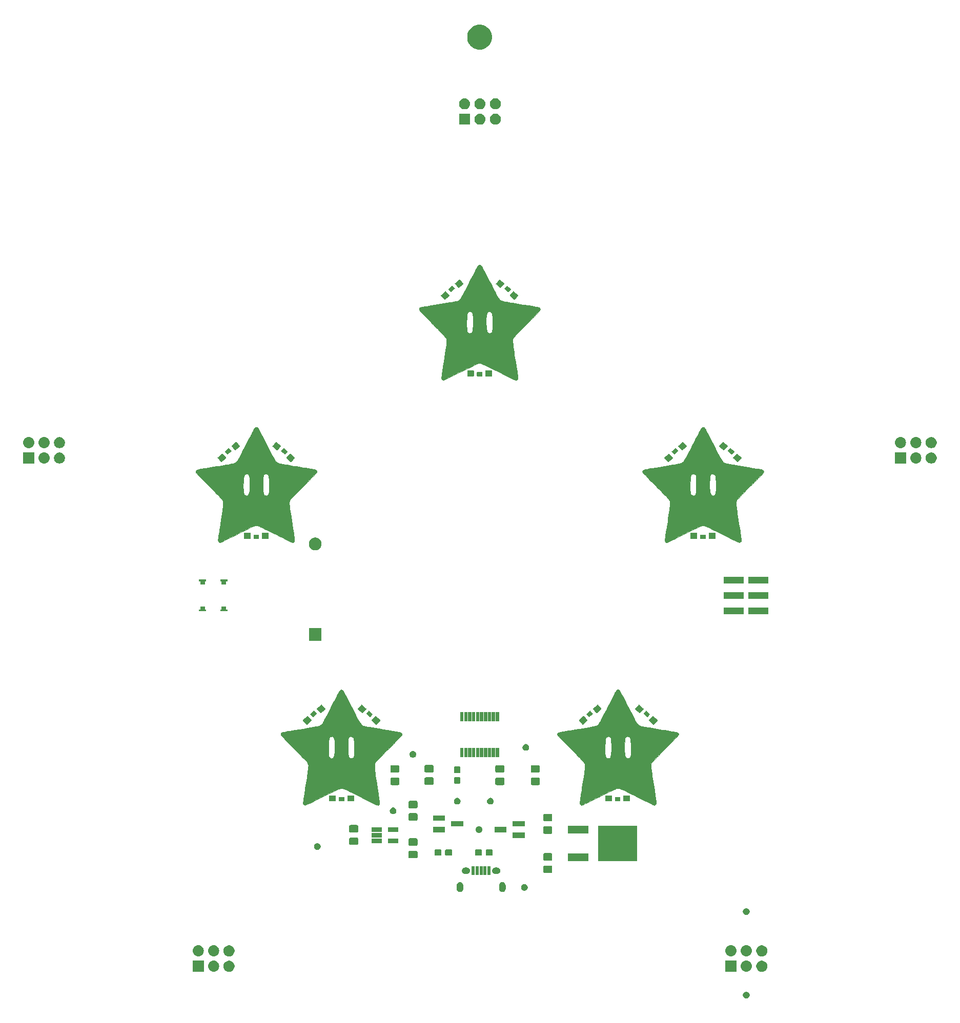
<source format=gbr>
G04 #@! TF.GenerationSoftware,KiCad,Pcbnew,5.1.3-ffb9f22~84~ubuntu16.04.1*
G04 #@! TF.CreationDate,2019-07-25T21:15:37-07:00*
G04 #@! TF.ProjectId,Star_Badge,53746172-5f42-4616-9467-652e6b696361,rev?*
G04 #@! TF.SameCoordinates,Original*
G04 #@! TF.FileFunction,Soldermask,Bot*
G04 #@! TF.FilePolarity,Negative*
%FSLAX46Y46*%
G04 Gerber Fmt 4.6, Leading zero omitted, Abs format (unit mm)*
G04 Created by KiCad (PCBNEW 5.1.3-ffb9f22~84~ubuntu16.04.1) date 2019-07-25 21:15:37*
%MOMM*%
%LPD*%
G04 APERTURE LIST*
%ADD10C,0.010000*%
%ADD11C,0.100000*%
G04 APERTURE END LIST*
D10*
G36*
X100198055Y-55422636D02*
G01*
X100222716Y-55445595D01*
X100264615Y-55505597D01*
X100340009Y-55632707D01*
X100444288Y-55818424D01*
X100572846Y-56054246D01*
X100721073Y-56331674D01*
X100884362Y-56642206D01*
X101058103Y-56977341D01*
X101146446Y-57149511D01*
X101472604Y-57786628D01*
X101763251Y-58352525D01*
X102020923Y-58851619D01*
X102248158Y-59288326D01*
X102447493Y-59667063D01*
X102621465Y-59992247D01*
X102772611Y-60268294D01*
X102903468Y-60499620D01*
X103016573Y-60690641D01*
X103114464Y-60845775D01*
X103199676Y-60969437D01*
X103274748Y-61066044D01*
X103342216Y-61140013D01*
X103404618Y-61195759D01*
X103464490Y-61237699D01*
X103509365Y-61262805D01*
X103622803Y-61307612D01*
X103791609Y-61358696D01*
X103987708Y-61407975D01*
X104090326Y-61430040D01*
X104246068Y-61459646D01*
X104473826Y-61500528D01*
X104761986Y-61550755D01*
X105098933Y-61608395D01*
X105473053Y-61671518D01*
X105872732Y-61738194D01*
X106286355Y-61806492D01*
X106702308Y-61874481D01*
X107108976Y-61940231D01*
X107494746Y-62001811D01*
X107848002Y-62057290D01*
X108064500Y-62090665D01*
X108551385Y-62166645D01*
X108957120Y-62233589D01*
X109284675Y-62292070D01*
X109537019Y-62342660D01*
X109717122Y-62385934D01*
X109827954Y-62422464D01*
X109854973Y-62436190D01*
X109969748Y-62549732D01*
X110006763Y-62691824D01*
X109963427Y-62852056D01*
X109960067Y-62858541D01*
X109916293Y-62915364D01*
X109818393Y-63025790D01*
X109672239Y-63183682D01*
X109483702Y-63382901D01*
X109258652Y-63617309D01*
X109002959Y-63880770D01*
X108722495Y-64167146D01*
X108423131Y-64470298D01*
X108295300Y-64599010D01*
X107816231Y-65081090D01*
X107393936Y-65507228D01*
X107024994Y-65881023D01*
X106705984Y-66206072D01*
X106433485Y-66485974D01*
X106204076Y-66724327D01*
X106014336Y-66924729D01*
X105860843Y-67090777D01*
X105740177Y-67226071D01*
X105648916Y-67334207D01*
X105583639Y-67418784D01*
X105540926Y-67483400D01*
X105525830Y-67511695D01*
X105498793Y-67578776D01*
X105477939Y-67657698D01*
X105463827Y-67753546D01*
X105457015Y-67871408D01*
X105458062Y-68016369D01*
X105467526Y-68193515D01*
X105485965Y-68407933D01*
X105513937Y-68664709D01*
X105552001Y-68968928D01*
X105600715Y-69325677D01*
X105660638Y-69740043D01*
X105732327Y-70217110D01*
X105816342Y-70761966D01*
X105913239Y-71379696D01*
X106023578Y-72075387D01*
X106033917Y-72140303D01*
X106107274Y-72602936D01*
X106167537Y-72989539D01*
X106215471Y-73307608D01*
X106251838Y-73564640D01*
X106277402Y-73768129D01*
X106292926Y-73925571D01*
X106299174Y-74044463D01*
X106296909Y-74132299D01*
X106286894Y-74196576D01*
X106269892Y-74244790D01*
X106251530Y-74277203D01*
X106161386Y-74360830D01*
X106048671Y-74410597D01*
X106016216Y-74413091D01*
X105971087Y-74406674D01*
X105907987Y-74388868D01*
X105821622Y-74357194D01*
X105706695Y-74309176D01*
X105557912Y-74242334D01*
X105369977Y-74154191D01*
X105137595Y-74042269D01*
X104855469Y-73904090D01*
X104518305Y-73737176D01*
X104120807Y-73539050D01*
X103657679Y-73307232D01*
X103200320Y-73077758D01*
X102619879Y-72787016D01*
X102111182Y-72533757D01*
X101670870Y-72316378D01*
X101295582Y-72133276D01*
X100981958Y-71982849D01*
X100726638Y-71863492D01*
X100526262Y-71773604D01*
X100377468Y-71711582D01*
X100276899Y-71675821D01*
X100243417Y-71667243D01*
X100157956Y-71651488D01*
X100076964Y-71641163D01*
X99994703Y-71638608D01*
X99905433Y-71646164D01*
X99803415Y-71666172D01*
X99682909Y-71700970D01*
X99538176Y-71752901D01*
X99363477Y-71824303D01*
X99153072Y-71917517D01*
X98901222Y-72034884D01*
X98602188Y-72178744D01*
X98250230Y-72351437D01*
X97839608Y-72555303D01*
X97364584Y-72792682D01*
X96846167Y-73052502D01*
X96400429Y-73275436D01*
X95974248Y-73487442D01*
X95574058Y-73685392D01*
X95206293Y-73866156D01*
X94877387Y-74026606D01*
X94593775Y-74163613D01*
X94361891Y-74274047D01*
X94188169Y-74354780D01*
X94079043Y-74402682D01*
X94044390Y-74415031D01*
X93936504Y-74419172D01*
X93846884Y-74373085D01*
X93795010Y-74325525D01*
X93737303Y-74262731D01*
X93705229Y-74202512D01*
X93693904Y-74120654D01*
X93698446Y-73992946D01*
X93706542Y-73886878D01*
X93719617Y-73766782D01*
X93744640Y-73575755D01*
X93779770Y-73326401D01*
X93823164Y-73031323D01*
X93872982Y-72703128D01*
X93927381Y-72354418D01*
X93964200Y-72123500D01*
X94084162Y-71371350D01*
X94191001Y-70688182D01*
X94284461Y-70075801D01*
X94364286Y-69536010D01*
X94430220Y-69070612D01*
X94482008Y-68681413D01*
X94519393Y-68370214D01*
X94542119Y-68138821D01*
X94549884Y-67996000D01*
X94540993Y-67765119D01*
X94506111Y-67592021D01*
X94475756Y-67515392D01*
X94442162Y-67458046D01*
X94384776Y-67379557D01*
X94300363Y-67276521D01*
X94185688Y-67145533D01*
X94037518Y-66983188D01*
X93852617Y-66786082D01*
X93627752Y-66550810D01*
X93359688Y-66273967D01*
X93045191Y-65952148D01*
X92681026Y-65581950D01*
X92335352Y-65232201D01*
X97850520Y-65232201D01*
X97855005Y-65548395D01*
X97866169Y-65833917D01*
X97884291Y-66074366D01*
X97909653Y-66255337D01*
X97925026Y-66318657D01*
X98013805Y-66512024D01*
X98142164Y-66631925D01*
X98314170Y-66681756D01*
X98362470Y-66683667D01*
X98512125Y-66667433D01*
X98620577Y-66609492D01*
X98653036Y-66579752D01*
X98736786Y-66467014D01*
X98803069Y-66329960D01*
X98808057Y-66315169D01*
X98845510Y-66146998D01*
X98875916Y-65910568D01*
X98899129Y-65622004D01*
X98914998Y-65297430D01*
X98923378Y-64952973D01*
X98924119Y-64604758D01*
X98922396Y-64522596D01*
X101067936Y-64522596D01*
X101068757Y-64887378D01*
X101081298Y-65262749D01*
X101090197Y-65420057D01*
X101113794Y-65748480D01*
X101139328Y-66004356D01*
X101169482Y-66199801D01*
X101206940Y-66346933D01*
X101254383Y-66457868D01*
X101314495Y-66544723D01*
X101346965Y-66579752D01*
X101484968Y-66663716D01*
X101651404Y-66688903D01*
X101814804Y-66655155D01*
X101925149Y-66582699D01*
X101985264Y-66513727D01*
X102033066Y-66433593D01*
X102069899Y-66332315D01*
X102097103Y-66199912D01*
X102116023Y-66026402D01*
X102127999Y-65801803D01*
X102134376Y-65516133D01*
X102136496Y-65159411D01*
X102136475Y-65011500D01*
X102133573Y-64580253D01*
X102125326Y-64224821D01*
X102110674Y-63936460D01*
X102088557Y-63706424D01*
X102057916Y-63525971D01*
X102017691Y-63386357D01*
X101966823Y-63278838D01*
X101918226Y-63210616D01*
X101773955Y-63095826D01*
X101609567Y-63054108D01*
X101443956Y-63083391D01*
X101296017Y-63181604D01*
X101214545Y-63287748D01*
X101167517Y-63415203D01*
X101128626Y-63614707D01*
X101098588Y-63873969D01*
X101078119Y-64180696D01*
X101067936Y-64522596D01*
X98922396Y-64522596D01*
X98917074Y-64268911D01*
X98902095Y-63961556D01*
X98879034Y-63698819D01*
X98847742Y-63496826D01*
X98834421Y-63442034D01*
X98761235Y-63252876D01*
X98660321Y-63133318D01*
X98517681Y-63069419D01*
X98447536Y-63056548D01*
X98272530Y-63072855D01*
X98120378Y-63165176D01*
X98002838Y-63325589D01*
X97982519Y-63369881D01*
X97948121Y-63497497D01*
X97918435Y-63695261D01*
X97893743Y-63948770D01*
X97874324Y-64243621D01*
X97860460Y-64565412D01*
X97852432Y-64899739D01*
X97850520Y-65232201D01*
X92335352Y-65232201D01*
X92263959Y-65159967D01*
X91790755Y-64682795D01*
X91654713Y-64545833D01*
X91349688Y-64237509D01*
X91062126Y-63944277D01*
X90797730Y-63672126D01*
X90562201Y-63427048D01*
X90361241Y-63215031D01*
X90200551Y-63042067D01*
X90085833Y-62914145D01*
X90022788Y-62837256D01*
X90012738Y-62820750D01*
X89995138Y-62662861D01*
X90052749Y-62516613D01*
X90110734Y-62454012D01*
X90153365Y-62427840D01*
X90222744Y-62400974D01*
X90326178Y-62371980D01*
X90470974Y-62339421D01*
X90664438Y-62301864D01*
X90913879Y-62257875D01*
X91226603Y-62206017D01*
X91609917Y-62144857D01*
X91977834Y-62087409D01*
X92533587Y-62000342D01*
X93077807Y-61913399D01*
X93603167Y-61827849D01*
X94102336Y-61744964D01*
X94567985Y-61666012D01*
X94992786Y-61592265D01*
X95369410Y-61524990D01*
X95690528Y-61465460D01*
X95948810Y-61414942D01*
X96136927Y-61374708D01*
X96236140Y-61349557D01*
X96444123Y-61277290D01*
X96600119Y-61191400D01*
X96730736Y-61071821D01*
X96862587Y-60898485D01*
X96891741Y-60855159D01*
X96970400Y-60727035D01*
X97085176Y-60525618D01*
X97234686Y-60253522D01*
X97417548Y-59913365D01*
X97632377Y-59507761D01*
X97877793Y-59039326D01*
X98152412Y-58510676D01*
X98454851Y-57924426D01*
X98783727Y-57283194D01*
X98894040Y-57067372D01*
X99066392Y-56732494D01*
X99230818Y-56417920D01*
X99382524Y-56132464D01*
X99516717Y-55884937D01*
X99628606Y-55684150D01*
X99713398Y-55538916D01*
X99766300Y-55458044D01*
X99774756Y-55448122D01*
X99913727Y-55356671D01*
X100058163Y-55348156D01*
X100198055Y-55422636D01*
X100198055Y-55422636D01*
G37*
X100198055Y-55422636D02*
X100222716Y-55445595D01*
X100264615Y-55505597D01*
X100340009Y-55632707D01*
X100444288Y-55818424D01*
X100572846Y-56054246D01*
X100721073Y-56331674D01*
X100884362Y-56642206D01*
X101058103Y-56977341D01*
X101146446Y-57149511D01*
X101472604Y-57786628D01*
X101763251Y-58352525D01*
X102020923Y-58851619D01*
X102248158Y-59288326D01*
X102447493Y-59667063D01*
X102621465Y-59992247D01*
X102772611Y-60268294D01*
X102903468Y-60499620D01*
X103016573Y-60690641D01*
X103114464Y-60845775D01*
X103199676Y-60969437D01*
X103274748Y-61066044D01*
X103342216Y-61140013D01*
X103404618Y-61195759D01*
X103464490Y-61237699D01*
X103509365Y-61262805D01*
X103622803Y-61307612D01*
X103791609Y-61358696D01*
X103987708Y-61407975D01*
X104090326Y-61430040D01*
X104246068Y-61459646D01*
X104473826Y-61500528D01*
X104761986Y-61550755D01*
X105098933Y-61608395D01*
X105473053Y-61671518D01*
X105872732Y-61738194D01*
X106286355Y-61806492D01*
X106702308Y-61874481D01*
X107108976Y-61940231D01*
X107494746Y-62001811D01*
X107848002Y-62057290D01*
X108064500Y-62090665D01*
X108551385Y-62166645D01*
X108957120Y-62233589D01*
X109284675Y-62292070D01*
X109537019Y-62342660D01*
X109717122Y-62385934D01*
X109827954Y-62422464D01*
X109854973Y-62436190D01*
X109969748Y-62549732D01*
X110006763Y-62691824D01*
X109963427Y-62852056D01*
X109960067Y-62858541D01*
X109916293Y-62915364D01*
X109818393Y-63025790D01*
X109672239Y-63183682D01*
X109483702Y-63382901D01*
X109258652Y-63617309D01*
X109002959Y-63880770D01*
X108722495Y-64167146D01*
X108423131Y-64470298D01*
X108295300Y-64599010D01*
X107816231Y-65081090D01*
X107393936Y-65507228D01*
X107024994Y-65881023D01*
X106705984Y-66206072D01*
X106433485Y-66485974D01*
X106204076Y-66724327D01*
X106014336Y-66924729D01*
X105860843Y-67090777D01*
X105740177Y-67226071D01*
X105648916Y-67334207D01*
X105583639Y-67418784D01*
X105540926Y-67483400D01*
X105525830Y-67511695D01*
X105498793Y-67578776D01*
X105477939Y-67657698D01*
X105463827Y-67753546D01*
X105457015Y-67871408D01*
X105458062Y-68016369D01*
X105467526Y-68193515D01*
X105485965Y-68407933D01*
X105513937Y-68664709D01*
X105552001Y-68968928D01*
X105600715Y-69325677D01*
X105660638Y-69740043D01*
X105732327Y-70217110D01*
X105816342Y-70761966D01*
X105913239Y-71379696D01*
X106023578Y-72075387D01*
X106033917Y-72140303D01*
X106107274Y-72602936D01*
X106167537Y-72989539D01*
X106215471Y-73307608D01*
X106251838Y-73564640D01*
X106277402Y-73768129D01*
X106292926Y-73925571D01*
X106299174Y-74044463D01*
X106296909Y-74132299D01*
X106286894Y-74196576D01*
X106269892Y-74244790D01*
X106251530Y-74277203D01*
X106161386Y-74360830D01*
X106048671Y-74410597D01*
X106016216Y-74413091D01*
X105971087Y-74406674D01*
X105907987Y-74388868D01*
X105821622Y-74357194D01*
X105706695Y-74309176D01*
X105557912Y-74242334D01*
X105369977Y-74154191D01*
X105137595Y-74042269D01*
X104855469Y-73904090D01*
X104518305Y-73737176D01*
X104120807Y-73539050D01*
X103657679Y-73307232D01*
X103200320Y-73077758D01*
X102619879Y-72787016D01*
X102111182Y-72533757D01*
X101670870Y-72316378D01*
X101295582Y-72133276D01*
X100981958Y-71982849D01*
X100726638Y-71863492D01*
X100526262Y-71773604D01*
X100377468Y-71711582D01*
X100276899Y-71675821D01*
X100243417Y-71667243D01*
X100157956Y-71651488D01*
X100076964Y-71641163D01*
X99994703Y-71638608D01*
X99905433Y-71646164D01*
X99803415Y-71666172D01*
X99682909Y-71700970D01*
X99538176Y-71752901D01*
X99363477Y-71824303D01*
X99153072Y-71917517D01*
X98901222Y-72034884D01*
X98602188Y-72178744D01*
X98250230Y-72351437D01*
X97839608Y-72555303D01*
X97364584Y-72792682D01*
X96846167Y-73052502D01*
X96400429Y-73275436D01*
X95974248Y-73487442D01*
X95574058Y-73685392D01*
X95206293Y-73866156D01*
X94877387Y-74026606D01*
X94593775Y-74163613D01*
X94361891Y-74274047D01*
X94188169Y-74354780D01*
X94079043Y-74402682D01*
X94044390Y-74415031D01*
X93936504Y-74419172D01*
X93846884Y-74373085D01*
X93795010Y-74325525D01*
X93737303Y-74262731D01*
X93705229Y-74202512D01*
X93693904Y-74120654D01*
X93698446Y-73992946D01*
X93706542Y-73886878D01*
X93719617Y-73766782D01*
X93744640Y-73575755D01*
X93779770Y-73326401D01*
X93823164Y-73031323D01*
X93872982Y-72703128D01*
X93927381Y-72354418D01*
X93964200Y-72123500D01*
X94084162Y-71371350D01*
X94191001Y-70688182D01*
X94284461Y-70075801D01*
X94364286Y-69536010D01*
X94430220Y-69070612D01*
X94482008Y-68681413D01*
X94519393Y-68370214D01*
X94542119Y-68138821D01*
X94549884Y-67996000D01*
X94540993Y-67765119D01*
X94506111Y-67592021D01*
X94475756Y-67515392D01*
X94442162Y-67458046D01*
X94384776Y-67379557D01*
X94300363Y-67276521D01*
X94185688Y-67145533D01*
X94037518Y-66983188D01*
X93852617Y-66786082D01*
X93627752Y-66550810D01*
X93359688Y-66273967D01*
X93045191Y-65952148D01*
X92681026Y-65581950D01*
X92335352Y-65232201D01*
X97850520Y-65232201D01*
X97855005Y-65548395D01*
X97866169Y-65833917D01*
X97884291Y-66074366D01*
X97909653Y-66255337D01*
X97925026Y-66318657D01*
X98013805Y-66512024D01*
X98142164Y-66631925D01*
X98314170Y-66681756D01*
X98362470Y-66683667D01*
X98512125Y-66667433D01*
X98620577Y-66609492D01*
X98653036Y-66579752D01*
X98736786Y-66467014D01*
X98803069Y-66329960D01*
X98808057Y-66315169D01*
X98845510Y-66146998D01*
X98875916Y-65910568D01*
X98899129Y-65622004D01*
X98914998Y-65297430D01*
X98923378Y-64952973D01*
X98924119Y-64604758D01*
X98922396Y-64522596D01*
X101067936Y-64522596D01*
X101068757Y-64887378D01*
X101081298Y-65262749D01*
X101090197Y-65420057D01*
X101113794Y-65748480D01*
X101139328Y-66004356D01*
X101169482Y-66199801D01*
X101206940Y-66346933D01*
X101254383Y-66457868D01*
X101314495Y-66544723D01*
X101346965Y-66579752D01*
X101484968Y-66663716D01*
X101651404Y-66688903D01*
X101814804Y-66655155D01*
X101925149Y-66582699D01*
X101985264Y-66513727D01*
X102033066Y-66433593D01*
X102069899Y-66332315D01*
X102097103Y-66199912D01*
X102116023Y-66026402D01*
X102127999Y-65801803D01*
X102134376Y-65516133D01*
X102136496Y-65159411D01*
X102136475Y-65011500D01*
X102133573Y-64580253D01*
X102125326Y-64224821D01*
X102110674Y-63936460D01*
X102088557Y-63706424D01*
X102057916Y-63525971D01*
X102017691Y-63386357D01*
X101966823Y-63278838D01*
X101918226Y-63210616D01*
X101773955Y-63095826D01*
X101609567Y-63054108D01*
X101443956Y-63083391D01*
X101296017Y-63181604D01*
X101214545Y-63287748D01*
X101167517Y-63415203D01*
X101128626Y-63614707D01*
X101098588Y-63873969D01*
X101078119Y-64180696D01*
X101067936Y-64522596D01*
X98922396Y-64522596D01*
X98917074Y-64268911D01*
X98902095Y-63961556D01*
X98879034Y-63698819D01*
X98847742Y-63496826D01*
X98834421Y-63442034D01*
X98761235Y-63252876D01*
X98660321Y-63133318D01*
X98517681Y-63069419D01*
X98447536Y-63056548D01*
X98272530Y-63072855D01*
X98120378Y-63165176D01*
X98002838Y-63325589D01*
X97982519Y-63369881D01*
X97948121Y-63497497D01*
X97918435Y-63695261D01*
X97893743Y-63948770D01*
X97874324Y-64243621D01*
X97860460Y-64565412D01*
X97852432Y-64899739D01*
X97850520Y-65232201D01*
X92335352Y-65232201D01*
X92263959Y-65159967D01*
X91790755Y-64682795D01*
X91654713Y-64545833D01*
X91349688Y-64237509D01*
X91062126Y-63944277D01*
X90797730Y-63672126D01*
X90562201Y-63427048D01*
X90361241Y-63215031D01*
X90200551Y-63042067D01*
X90085833Y-62914145D01*
X90022788Y-62837256D01*
X90012738Y-62820750D01*
X89995138Y-62662861D01*
X90052749Y-62516613D01*
X90110734Y-62454012D01*
X90153365Y-62427840D01*
X90222744Y-62400974D01*
X90326178Y-62371980D01*
X90470974Y-62339421D01*
X90664438Y-62301864D01*
X90913879Y-62257875D01*
X91226603Y-62206017D01*
X91609917Y-62144857D01*
X91977834Y-62087409D01*
X92533587Y-62000342D01*
X93077807Y-61913399D01*
X93603167Y-61827849D01*
X94102336Y-61744964D01*
X94567985Y-61666012D01*
X94992786Y-61592265D01*
X95369410Y-61524990D01*
X95690528Y-61465460D01*
X95948810Y-61414942D01*
X96136927Y-61374708D01*
X96236140Y-61349557D01*
X96444123Y-61277290D01*
X96600119Y-61191400D01*
X96730736Y-61071821D01*
X96862587Y-60898485D01*
X96891741Y-60855159D01*
X96970400Y-60727035D01*
X97085176Y-60525618D01*
X97234686Y-60253522D01*
X97417548Y-59913365D01*
X97632377Y-59507761D01*
X97877793Y-59039326D01*
X98152412Y-58510676D01*
X98454851Y-57924426D01*
X98783727Y-57283194D01*
X98894040Y-57067372D01*
X99066392Y-56732494D01*
X99230818Y-56417920D01*
X99382524Y-56132464D01*
X99516717Y-55884937D01*
X99628606Y-55684150D01*
X99713398Y-55538916D01*
X99766300Y-55458044D01*
X99774756Y-55448122D01*
X99913727Y-55356671D01*
X100058163Y-55348156D01*
X100198055Y-55422636D01*
G36*
X137073757Y-82224158D02*
G01*
X137142568Y-82282178D01*
X137184830Y-82344619D01*
X137259506Y-82472952D01*
X137361265Y-82657283D01*
X137484776Y-82887717D01*
X137624707Y-83154359D01*
X137775728Y-83447314D01*
X137866744Y-83626262D01*
X138153318Y-84190440D01*
X138430905Y-84732862D01*
X138696577Y-85247999D01*
X138947403Y-85730326D01*
X139180456Y-86174316D01*
X139392806Y-86574442D01*
X139581522Y-86925177D01*
X139743677Y-87220995D01*
X139876341Y-87456370D01*
X139976584Y-87625774D01*
X140030654Y-87708938D01*
X140142206Y-87851235D01*
X140258411Y-87975614D01*
X140354481Y-88055592D01*
X140356101Y-88056603D01*
X140391898Y-88078980D01*
X140425685Y-88099301D01*
X140462035Y-88118406D01*
X140505517Y-88137137D01*
X140560704Y-88156337D01*
X140632166Y-88176846D01*
X140724476Y-88199506D01*
X140842203Y-88225158D01*
X140989919Y-88254645D01*
X141172196Y-88288807D01*
X141393604Y-88328487D01*
X141658715Y-88374525D01*
X141972100Y-88427764D01*
X142338330Y-88489044D01*
X142761976Y-88559209D01*
X143247610Y-88639098D01*
X143799803Y-88729554D01*
X144423126Y-88831418D01*
X145122150Y-88945531D01*
X145672805Y-89035411D01*
X146022500Y-89093711D01*
X146297528Y-89143666D01*
X146507036Y-89188886D01*
X146660176Y-89232981D01*
X146766098Y-89279559D01*
X146833951Y-89332231D01*
X146872885Y-89394606D01*
X146892051Y-89470294D01*
X146897449Y-89518529D01*
X146900664Y-89550142D01*
X146902042Y-89579234D01*
X146897871Y-89609844D01*
X146884441Y-89646011D01*
X146858040Y-89691775D01*
X146814957Y-89751174D01*
X146751480Y-89828246D01*
X146663897Y-89927032D01*
X146548498Y-90051570D01*
X146401571Y-90205898D01*
X146219405Y-90394057D01*
X145998287Y-90620084D01*
X145734507Y-90888020D01*
X145424354Y-91201902D01*
X145064115Y-91565770D01*
X144650080Y-91983662D01*
X144404190Y-92231833D01*
X144001089Y-92640219D01*
X143638656Y-93010504D01*
X143319739Y-93339684D01*
X143047187Y-93624755D01*
X142823847Y-93862714D01*
X142652567Y-94050557D01*
X142536196Y-94185278D01*
X142477607Y-94263833D01*
X142419453Y-94370524D01*
X142383640Y-94463700D01*
X142365296Y-94568974D01*
X142359550Y-94711958D01*
X142360859Y-94877667D01*
X142367227Y-95017951D01*
X142382963Y-95204478D01*
X142408638Y-95441334D01*
X142444823Y-95732608D01*
X142492090Y-96082388D01*
X142551008Y-96494760D01*
X142622149Y-96973813D01*
X142706083Y-97523633D01*
X142803382Y-98148310D01*
X142914617Y-98851930D01*
X142925528Y-98920500D01*
X142999496Y-99385876D01*
X143060821Y-99775037D01*
X143110260Y-100095367D01*
X143148572Y-100354251D01*
X143176513Y-100559071D01*
X143194842Y-100717213D01*
X143204316Y-100836061D01*
X143205693Y-100922999D01*
X143199731Y-100985410D01*
X143187186Y-101030680D01*
X143168818Y-101066193D01*
X143148642Y-101094961D01*
X143049890Y-101182639D01*
X142908771Y-101218309D01*
X142899830Y-101219038D01*
X142859606Y-101217870D01*
X142806016Y-101207305D01*
X142733569Y-101184766D01*
X142636775Y-101147681D01*
X142510143Y-101093474D01*
X142348182Y-101019571D01*
X142145402Y-100923398D01*
X141896313Y-100802381D01*
X141595423Y-100653944D01*
X141237242Y-100475515D01*
X140816280Y-100264517D01*
X140327045Y-100018378D01*
X140165916Y-99937185D01*
X139725126Y-99715577D01*
X139301118Y-99503496D01*
X138900814Y-99304336D01*
X138531136Y-99121491D01*
X138199008Y-98958356D01*
X137911353Y-98818323D01*
X137675094Y-98704787D01*
X137497153Y-98621142D01*
X137384453Y-98570781D01*
X137355477Y-98559397D01*
X137036759Y-98486645D01*
X136719921Y-98492730D01*
X136488434Y-98543706D01*
X136412077Y-98573964D01*
X136267006Y-98639139D01*
X136060047Y-98735918D01*
X135798032Y-98860988D01*
X135487789Y-99011036D01*
X135136147Y-99182750D01*
X134749935Y-99372818D01*
X134335983Y-99577927D01*
X133901119Y-99794764D01*
X133655000Y-99918077D01*
X133216140Y-100138010D01*
X132798095Y-100346878D01*
X132407230Y-100541543D01*
X132049912Y-100718862D01*
X131732509Y-100875696D01*
X131461385Y-101008902D01*
X131242908Y-101115341D01*
X131083444Y-101191871D01*
X130989359Y-101235351D01*
X130966834Y-101244294D01*
X130856759Y-101244959D01*
X130796030Y-101229324D01*
X130705257Y-101182062D01*
X130647657Y-101116568D01*
X130618012Y-101016113D01*
X130611106Y-100863969D01*
X130620247Y-100665585D01*
X130634837Y-100509427D01*
X130661588Y-100287774D01*
X130698027Y-100018524D01*
X130741683Y-99719572D01*
X130790083Y-99408817D01*
X130814531Y-99259167D01*
X130896459Y-98759643D01*
X130977317Y-98254845D01*
X131055803Y-97753707D01*
X131130616Y-97265167D01*
X131200453Y-96798161D01*
X131264011Y-96361625D01*
X131319988Y-95964495D01*
X131367082Y-95615708D01*
X131403991Y-95324201D01*
X131429412Y-95098908D01*
X131441630Y-94956163D01*
X131450982Y-94758506D01*
X131449446Y-94619958D01*
X131433940Y-94515323D01*
X131401384Y-94419402D01*
X131366737Y-94343824D01*
X131336418Y-94289249D01*
X131291291Y-94222591D01*
X131227795Y-94140089D01*
X131142368Y-94037982D01*
X131031451Y-93912509D01*
X130891480Y-93759908D01*
X130718896Y-93576418D01*
X130510137Y-93358279D01*
X130261641Y-93101728D01*
X129969849Y-92803005D01*
X129631198Y-92458349D01*
X129252588Y-92074599D01*
X134760963Y-92074599D01*
X134761016Y-92411294D01*
X134768234Y-92682345D01*
X134783809Y-92897199D01*
X134808934Y-93065298D01*
X134844802Y-93196089D01*
X134892606Y-93299014D01*
X134953539Y-93383520D01*
X134989032Y-93421547D01*
X135125464Y-93503016D01*
X135291280Y-93523564D01*
X135456270Y-93482412D01*
X135532749Y-93435556D01*
X135600830Y-93372305D01*
X135656180Y-93294470D01*
X135700057Y-93193260D01*
X135733719Y-93059884D01*
X135758424Y-92885553D01*
X135775430Y-92661475D01*
X135785995Y-92378859D01*
X135791376Y-92028916D01*
X135791942Y-91869380D01*
X137979188Y-91869380D01*
X137986848Y-92291712D01*
X138008569Y-92641196D01*
X138045807Y-92923372D01*
X138100017Y-93143782D01*
X138172655Y-93307965D01*
X138265176Y-93421463D01*
X138379037Y-93489817D01*
X138515692Y-93518565D01*
X138549374Y-93520135D01*
X138679138Y-93495454D01*
X138789567Y-93437797D01*
X138883286Y-93328594D01*
X138955606Y-93161427D01*
X139008474Y-92929022D01*
X139043833Y-92624105D01*
X139055488Y-92443500D01*
X139061866Y-92220192D01*
X139061370Y-91953776D01*
X139054858Y-91660757D01*
X139043184Y-91357640D01*
X139027203Y-91060931D01*
X139007773Y-90787134D01*
X138985747Y-90552757D01*
X138961982Y-90374303D01*
X138943745Y-90287836D01*
X138859777Y-90105941D01*
X138734984Y-89972278D01*
X138585486Y-89893527D01*
X138427404Y-89876365D01*
X138276859Y-89927473D01*
X138207392Y-89982759D01*
X138146853Y-90053525D01*
X138098986Y-90138076D01*
X138062062Y-90247154D01*
X138034350Y-90391498D01*
X138014120Y-90581848D01*
X137999642Y-90828944D01*
X137989186Y-91143526D01*
X137984133Y-91368659D01*
X137979188Y-91869380D01*
X135791942Y-91869380D01*
X135792834Y-91618000D01*
X135791965Y-91221125D01*
X135788532Y-90899631D01*
X135781297Y-90644244D01*
X135769021Y-90445689D01*
X135750464Y-90294690D01*
X135724389Y-90181974D01*
X135689555Y-90098265D01*
X135644725Y-90034288D01*
X135588658Y-89980768D01*
X135572393Y-89967662D01*
X135419734Y-89896707D01*
X135244131Y-89887734D01*
X135080203Y-89940635D01*
X135037492Y-89969326D01*
X134971644Y-90031244D01*
X134918027Y-90109073D01*
X134875192Y-90211891D01*
X134841689Y-90348773D01*
X134816066Y-90528794D01*
X134796875Y-90761032D01*
X134782663Y-91054562D01*
X134771982Y-91418460D01*
X134766880Y-91662818D01*
X134760963Y-92074599D01*
X129252588Y-92074599D01*
X129242128Y-92063998D01*
X128799078Y-91616191D01*
X128465256Y-91279333D01*
X128171155Y-90981821D01*
X127894460Y-90700209D01*
X127641086Y-90440635D01*
X127416944Y-90209236D01*
X127227948Y-90012149D01*
X127080008Y-89855513D01*
X126979039Y-89745464D01*
X126930952Y-89688140D01*
X126928438Y-89684033D01*
X126884384Y-89526249D01*
X126922655Y-89386328D01*
X126979206Y-89315279D01*
X127019097Y-89283336D01*
X127077239Y-89252804D01*
X127160737Y-89222227D01*
X127276694Y-89190150D01*
X127432217Y-89155116D01*
X127634410Y-89115670D01*
X127890378Y-89070354D01*
X128207226Y-89017714D01*
X128592058Y-88956293D01*
X129051980Y-88884634D01*
X129167667Y-88866777D01*
X129626106Y-88795183D01*
X130091312Y-88720811D01*
X130554679Y-88645162D01*
X131007603Y-88569738D01*
X131441481Y-88496040D01*
X131847709Y-88425569D01*
X132217681Y-88359827D01*
X132542793Y-88300314D01*
X132814442Y-88248532D01*
X133024023Y-88205982D01*
X133162933Y-88174166D01*
X133203780Y-88162560D01*
X133316348Y-88120309D01*
X133419012Y-88067533D01*
X133516807Y-87997253D01*
X133614772Y-87902490D01*
X133717944Y-87776263D01*
X133831360Y-87611595D01*
X133960058Y-87401505D01*
X134109075Y-87139014D01*
X134283449Y-86817142D01*
X134488215Y-86428911D01*
X134574887Y-86262833D01*
X134719385Y-85984584D01*
X134893245Y-85648475D01*
X135087408Y-85272098D01*
X135292817Y-84873041D01*
X135500413Y-84468894D01*
X135701139Y-84077247D01*
X135814308Y-83855969D01*
X135982390Y-83529069D01*
X136142338Y-83221883D01*
X136289221Y-82943592D01*
X136418111Y-82703375D01*
X136524076Y-82510413D01*
X136602188Y-82373885D01*
X136647517Y-82302972D01*
X136649739Y-82300219D01*
X136780677Y-82200373D01*
X136929159Y-82174758D01*
X137073757Y-82224158D01*
X137073757Y-82224158D01*
G37*
X137073757Y-82224158D02*
X137142568Y-82282178D01*
X137184830Y-82344619D01*
X137259506Y-82472952D01*
X137361265Y-82657283D01*
X137484776Y-82887717D01*
X137624707Y-83154359D01*
X137775728Y-83447314D01*
X137866744Y-83626262D01*
X138153318Y-84190440D01*
X138430905Y-84732862D01*
X138696577Y-85247999D01*
X138947403Y-85730326D01*
X139180456Y-86174316D01*
X139392806Y-86574442D01*
X139581522Y-86925177D01*
X139743677Y-87220995D01*
X139876341Y-87456370D01*
X139976584Y-87625774D01*
X140030654Y-87708938D01*
X140142206Y-87851235D01*
X140258411Y-87975614D01*
X140354481Y-88055592D01*
X140356101Y-88056603D01*
X140391898Y-88078980D01*
X140425685Y-88099301D01*
X140462035Y-88118406D01*
X140505517Y-88137137D01*
X140560704Y-88156337D01*
X140632166Y-88176846D01*
X140724476Y-88199506D01*
X140842203Y-88225158D01*
X140989919Y-88254645D01*
X141172196Y-88288807D01*
X141393604Y-88328487D01*
X141658715Y-88374525D01*
X141972100Y-88427764D01*
X142338330Y-88489044D01*
X142761976Y-88559209D01*
X143247610Y-88639098D01*
X143799803Y-88729554D01*
X144423126Y-88831418D01*
X145122150Y-88945531D01*
X145672805Y-89035411D01*
X146022500Y-89093711D01*
X146297528Y-89143666D01*
X146507036Y-89188886D01*
X146660176Y-89232981D01*
X146766098Y-89279559D01*
X146833951Y-89332231D01*
X146872885Y-89394606D01*
X146892051Y-89470294D01*
X146897449Y-89518529D01*
X146900664Y-89550142D01*
X146902042Y-89579234D01*
X146897871Y-89609844D01*
X146884441Y-89646011D01*
X146858040Y-89691775D01*
X146814957Y-89751174D01*
X146751480Y-89828246D01*
X146663897Y-89927032D01*
X146548498Y-90051570D01*
X146401571Y-90205898D01*
X146219405Y-90394057D01*
X145998287Y-90620084D01*
X145734507Y-90888020D01*
X145424354Y-91201902D01*
X145064115Y-91565770D01*
X144650080Y-91983662D01*
X144404190Y-92231833D01*
X144001089Y-92640219D01*
X143638656Y-93010504D01*
X143319739Y-93339684D01*
X143047187Y-93624755D01*
X142823847Y-93862714D01*
X142652567Y-94050557D01*
X142536196Y-94185278D01*
X142477607Y-94263833D01*
X142419453Y-94370524D01*
X142383640Y-94463700D01*
X142365296Y-94568974D01*
X142359550Y-94711958D01*
X142360859Y-94877667D01*
X142367227Y-95017951D01*
X142382963Y-95204478D01*
X142408638Y-95441334D01*
X142444823Y-95732608D01*
X142492090Y-96082388D01*
X142551008Y-96494760D01*
X142622149Y-96973813D01*
X142706083Y-97523633D01*
X142803382Y-98148310D01*
X142914617Y-98851930D01*
X142925528Y-98920500D01*
X142999496Y-99385876D01*
X143060821Y-99775037D01*
X143110260Y-100095367D01*
X143148572Y-100354251D01*
X143176513Y-100559071D01*
X143194842Y-100717213D01*
X143204316Y-100836061D01*
X143205693Y-100922999D01*
X143199731Y-100985410D01*
X143187186Y-101030680D01*
X143168818Y-101066193D01*
X143148642Y-101094961D01*
X143049890Y-101182639D01*
X142908771Y-101218309D01*
X142899830Y-101219038D01*
X142859606Y-101217870D01*
X142806016Y-101207305D01*
X142733569Y-101184766D01*
X142636775Y-101147681D01*
X142510143Y-101093474D01*
X142348182Y-101019571D01*
X142145402Y-100923398D01*
X141896313Y-100802381D01*
X141595423Y-100653944D01*
X141237242Y-100475515D01*
X140816280Y-100264517D01*
X140327045Y-100018378D01*
X140165916Y-99937185D01*
X139725126Y-99715577D01*
X139301118Y-99503496D01*
X138900814Y-99304336D01*
X138531136Y-99121491D01*
X138199008Y-98958356D01*
X137911353Y-98818323D01*
X137675094Y-98704787D01*
X137497153Y-98621142D01*
X137384453Y-98570781D01*
X137355477Y-98559397D01*
X137036759Y-98486645D01*
X136719921Y-98492730D01*
X136488434Y-98543706D01*
X136412077Y-98573964D01*
X136267006Y-98639139D01*
X136060047Y-98735918D01*
X135798032Y-98860988D01*
X135487789Y-99011036D01*
X135136147Y-99182750D01*
X134749935Y-99372818D01*
X134335983Y-99577927D01*
X133901119Y-99794764D01*
X133655000Y-99918077D01*
X133216140Y-100138010D01*
X132798095Y-100346878D01*
X132407230Y-100541543D01*
X132049912Y-100718862D01*
X131732509Y-100875696D01*
X131461385Y-101008902D01*
X131242908Y-101115341D01*
X131083444Y-101191871D01*
X130989359Y-101235351D01*
X130966834Y-101244294D01*
X130856759Y-101244959D01*
X130796030Y-101229324D01*
X130705257Y-101182062D01*
X130647657Y-101116568D01*
X130618012Y-101016113D01*
X130611106Y-100863969D01*
X130620247Y-100665585D01*
X130634837Y-100509427D01*
X130661588Y-100287774D01*
X130698027Y-100018524D01*
X130741683Y-99719572D01*
X130790083Y-99408817D01*
X130814531Y-99259167D01*
X130896459Y-98759643D01*
X130977317Y-98254845D01*
X131055803Y-97753707D01*
X131130616Y-97265167D01*
X131200453Y-96798161D01*
X131264011Y-96361625D01*
X131319988Y-95964495D01*
X131367082Y-95615708D01*
X131403991Y-95324201D01*
X131429412Y-95098908D01*
X131441630Y-94956163D01*
X131450982Y-94758506D01*
X131449446Y-94619958D01*
X131433940Y-94515323D01*
X131401384Y-94419402D01*
X131366737Y-94343824D01*
X131336418Y-94289249D01*
X131291291Y-94222591D01*
X131227795Y-94140089D01*
X131142368Y-94037982D01*
X131031451Y-93912509D01*
X130891480Y-93759908D01*
X130718896Y-93576418D01*
X130510137Y-93358279D01*
X130261641Y-93101728D01*
X129969849Y-92803005D01*
X129631198Y-92458349D01*
X129252588Y-92074599D01*
X134760963Y-92074599D01*
X134761016Y-92411294D01*
X134768234Y-92682345D01*
X134783809Y-92897199D01*
X134808934Y-93065298D01*
X134844802Y-93196089D01*
X134892606Y-93299014D01*
X134953539Y-93383520D01*
X134989032Y-93421547D01*
X135125464Y-93503016D01*
X135291280Y-93523564D01*
X135456270Y-93482412D01*
X135532749Y-93435556D01*
X135600830Y-93372305D01*
X135656180Y-93294470D01*
X135700057Y-93193260D01*
X135733719Y-93059884D01*
X135758424Y-92885553D01*
X135775430Y-92661475D01*
X135785995Y-92378859D01*
X135791376Y-92028916D01*
X135791942Y-91869380D01*
X137979188Y-91869380D01*
X137986848Y-92291712D01*
X138008569Y-92641196D01*
X138045807Y-92923372D01*
X138100017Y-93143782D01*
X138172655Y-93307965D01*
X138265176Y-93421463D01*
X138379037Y-93489817D01*
X138515692Y-93518565D01*
X138549374Y-93520135D01*
X138679138Y-93495454D01*
X138789567Y-93437797D01*
X138883286Y-93328594D01*
X138955606Y-93161427D01*
X139008474Y-92929022D01*
X139043833Y-92624105D01*
X139055488Y-92443500D01*
X139061866Y-92220192D01*
X139061370Y-91953776D01*
X139054858Y-91660757D01*
X139043184Y-91357640D01*
X139027203Y-91060931D01*
X139007773Y-90787134D01*
X138985747Y-90552757D01*
X138961982Y-90374303D01*
X138943745Y-90287836D01*
X138859777Y-90105941D01*
X138734984Y-89972278D01*
X138585486Y-89893527D01*
X138427404Y-89876365D01*
X138276859Y-89927473D01*
X138207392Y-89982759D01*
X138146853Y-90053525D01*
X138098986Y-90138076D01*
X138062062Y-90247154D01*
X138034350Y-90391498D01*
X138014120Y-90581848D01*
X137999642Y-90828944D01*
X137989186Y-91143526D01*
X137984133Y-91368659D01*
X137979188Y-91869380D01*
X135791942Y-91869380D01*
X135792834Y-91618000D01*
X135791965Y-91221125D01*
X135788532Y-90899631D01*
X135781297Y-90644244D01*
X135769021Y-90445689D01*
X135750464Y-90294690D01*
X135724389Y-90181974D01*
X135689555Y-90098265D01*
X135644725Y-90034288D01*
X135588658Y-89980768D01*
X135572393Y-89967662D01*
X135419734Y-89896707D01*
X135244131Y-89887734D01*
X135080203Y-89940635D01*
X135037492Y-89969326D01*
X134971644Y-90031244D01*
X134918027Y-90109073D01*
X134875192Y-90211891D01*
X134841689Y-90348773D01*
X134816066Y-90528794D01*
X134796875Y-90761032D01*
X134782663Y-91054562D01*
X134771982Y-91418460D01*
X134766880Y-91662818D01*
X134760963Y-92074599D01*
X129252588Y-92074599D01*
X129242128Y-92063998D01*
X128799078Y-91616191D01*
X128465256Y-91279333D01*
X128171155Y-90981821D01*
X127894460Y-90700209D01*
X127641086Y-90440635D01*
X127416944Y-90209236D01*
X127227948Y-90012149D01*
X127080008Y-89855513D01*
X126979039Y-89745464D01*
X126930952Y-89688140D01*
X126928438Y-89684033D01*
X126884384Y-89526249D01*
X126922655Y-89386328D01*
X126979206Y-89315279D01*
X127019097Y-89283336D01*
X127077239Y-89252804D01*
X127160737Y-89222227D01*
X127276694Y-89190150D01*
X127432217Y-89155116D01*
X127634410Y-89115670D01*
X127890378Y-89070354D01*
X128207226Y-89017714D01*
X128592058Y-88956293D01*
X129051980Y-88884634D01*
X129167667Y-88866777D01*
X129626106Y-88795183D01*
X130091312Y-88720811D01*
X130554679Y-88645162D01*
X131007603Y-88569738D01*
X131441481Y-88496040D01*
X131847709Y-88425569D01*
X132217681Y-88359827D01*
X132542793Y-88300314D01*
X132814442Y-88248532D01*
X133024023Y-88205982D01*
X133162933Y-88174166D01*
X133203780Y-88162560D01*
X133316348Y-88120309D01*
X133419012Y-88067533D01*
X133516807Y-87997253D01*
X133614772Y-87902490D01*
X133717944Y-87776263D01*
X133831360Y-87611595D01*
X133960058Y-87401505D01*
X134109075Y-87139014D01*
X134283449Y-86817142D01*
X134488215Y-86428911D01*
X134574887Y-86262833D01*
X134719385Y-85984584D01*
X134893245Y-85648475D01*
X135087408Y-85272098D01*
X135292817Y-84873041D01*
X135500413Y-84468894D01*
X135701139Y-84077247D01*
X135814308Y-83855969D01*
X135982390Y-83529069D01*
X136142338Y-83221883D01*
X136289221Y-82943592D01*
X136418111Y-82703375D01*
X136524076Y-82510413D01*
X136602188Y-82373885D01*
X136647517Y-82302972D01*
X136649739Y-82300219D01*
X136780677Y-82200373D01*
X136929159Y-82174758D01*
X137073757Y-82224158D01*
G36*
X63286488Y-82249490D02*
G01*
X63315459Y-82272917D01*
X63355963Y-82329010D01*
X63430742Y-82453527D01*
X63535916Y-82639310D01*
X63667606Y-82879198D01*
X63821931Y-83166035D01*
X63995013Y-83492660D01*
X64182972Y-83851916D01*
X64381927Y-84236643D01*
X64422432Y-84315500D01*
X64723686Y-84902297D01*
X64989236Y-85418558D01*
X65221784Y-85869202D01*
X65424034Y-86259149D01*
X65598688Y-86593316D01*
X65748449Y-86876622D01*
X65876019Y-87113986D01*
X65984101Y-87310327D01*
X66075398Y-87470564D01*
X66152613Y-87599616D01*
X66218448Y-87702400D01*
X66275606Y-87783837D01*
X66326790Y-87848844D01*
X66374702Y-87902340D01*
X66415818Y-87943337D01*
X66621019Y-88086566D01*
X66900910Y-88195238D01*
X67035885Y-88229627D01*
X67130861Y-88248371D01*
X67299481Y-88278920D01*
X67531800Y-88319615D01*
X67817874Y-88368798D01*
X68147756Y-88424810D01*
X68511503Y-88485992D01*
X68899169Y-88550688D01*
X69300808Y-88617237D01*
X69706476Y-88683983D01*
X70106228Y-88749266D01*
X70490119Y-88811428D01*
X70848203Y-88868811D01*
X71170535Y-88919756D01*
X71234500Y-88929754D01*
X71658713Y-88996463D01*
X72007242Y-89052807D01*
X72288199Y-89100540D01*
X72509695Y-89141419D01*
X72679843Y-89177199D01*
X72806752Y-89209634D01*
X72898535Y-89240481D01*
X72963302Y-89271495D01*
X73009166Y-89304431D01*
X73022130Y-89316615D01*
X73104506Y-89449329D01*
X73104279Y-89596637D01*
X73049121Y-89714164D01*
X73006436Y-89764005D01*
X72909929Y-89867722D01*
X72765529Y-90019204D01*
X72579163Y-90212339D01*
X72356761Y-90441016D01*
X72104249Y-90699125D01*
X71827558Y-90980554D01*
X71532614Y-91279193D01*
X71448620Y-91364000D01*
X70974773Y-91842540D01*
X70557261Y-92265149D01*
X70192457Y-92635668D01*
X69876732Y-92957939D01*
X69606457Y-93235803D01*
X69378006Y-93473101D01*
X69187748Y-93673675D01*
X69032056Y-93841366D01*
X68907302Y-93980015D01*
X68809856Y-94093464D01*
X68736091Y-94185553D01*
X68682379Y-94260125D01*
X68645090Y-94321021D01*
X68632492Y-94345419D01*
X68587650Y-94446469D01*
X68560860Y-94539187D01*
X68549366Y-94647445D01*
X68550411Y-94795111D01*
X68559551Y-94977221D01*
X68574223Y-95148583D01*
X68602550Y-95397857D01*
X68643731Y-95719530D01*
X68696967Y-96108089D01*
X68761459Y-96558023D01*
X68836409Y-97063818D01*
X68921016Y-97619962D01*
X69014482Y-98220942D01*
X69116007Y-98861247D01*
X69183420Y-99280333D01*
X69254072Y-99726219D01*
X69309135Y-100096183D01*
X69349171Y-100397416D01*
X69374741Y-100637107D01*
X69386406Y-100822446D01*
X69384729Y-100960623D01*
X69370270Y-101058830D01*
X69343592Y-101124254D01*
X69328945Y-101143614D01*
X69293538Y-101179895D01*
X69255732Y-101207677D01*
X69210107Y-101224749D01*
X69151243Y-101228900D01*
X69073722Y-101217922D01*
X68972122Y-101189602D01*
X68841025Y-101141731D01*
X68675011Y-101072099D01*
X68468661Y-100978494D01*
X68216555Y-100858707D01*
X67913273Y-100710528D01*
X67553396Y-100531745D01*
X67131505Y-100320148D01*
X66642180Y-100073528D01*
X66376957Y-99939636D01*
X65937043Y-99718164D01*
X65513337Y-99506130D01*
X65112857Y-99306965D01*
X64742618Y-99124100D01*
X64409638Y-98960964D01*
X64120934Y-98820989D01*
X63883522Y-98707606D01*
X63704419Y-98624244D01*
X63590642Y-98574335D01*
X63562919Y-98563802D01*
X63238294Y-98488920D01*
X62930038Y-98490565D01*
X62647490Y-98558376D01*
X62568897Y-98591381D01*
X62421755Y-98659225D01*
X62213045Y-98758491D01*
X61949750Y-98885762D01*
X61638852Y-99037623D01*
X61287332Y-99210657D01*
X60902173Y-99401448D01*
X60490356Y-99606579D01*
X60058864Y-99822634D01*
X59878612Y-99913216D01*
X59444805Y-100131039D01*
X59030734Y-100338162D01*
X58643002Y-100531333D01*
X58288214Y-100707300D01*
X57972972Y-100862808D01*
X57703880Y-100994606D01*
X57487542Y-101099440D01*
X57330561Y-101174058D01*
X57239540Y-101215206D01*
X57221776Y-101221961D01*
X57099657Y-101237568D01*
X57001994Y-101224065D01*
X56911183Y-101163859D01*
X56838206Y-101080922D01*
X56817627Y-101044195D01*
X56802672Y-100999679D01*
X56794136Y-100939996D01*
X56792816Y-100857765D01*
X56799509Y-100745608D01*
X56815012Y-100596147D01*
X56840121Y-100402000D01*
X56875634Y-100155791D01*
X56922346Y-99850138D01*
X56981054Y-99477664D01*
X57052555Y-99030989D01*
X57073734Y-98899333D01*
X57186554Y-98195048D01*
X57285471Y-97569217D01*
X57371029Y-97016868D01*
X57443772Y-96533031D01*
X57504242Y-96112733D01*
X57552984Y-95751004D01*
X57590541Y-95442873D01*
X57617455Y-95183367D01*
X57634272Y-94967516D01*
X57641533Y-94790348D01*
X57639784Y-94646893D01*
X57629566Y-94532178D01*
X57611424Y-94441233D01*
X57585901Y-94369085D01*
X57572024Y-94341192D01*
X57537372Y-94282314D01*
X57493188Y-94217237D01*
X57434952Y-94141149D01*
X57358145Y-94049242D01*
X57258247Y-93936702D01*
X57130737Y-93798721D01*
X56971096Y-93630486D01*
X56774805Y-93427187D01*
X56537343Y-93184014D01*
X56254190Y-92896155D01*
X55920826Y-92558800D01*
X55532733Y-92167137D01*
X55520149Y-92154450D01*
X60944971Y-92154450D01*
X60954863Y-92511637D01*
X60976943Y-92815628D01*
X61010695Y-93057155D01*
X61055599Y-93226954D01*
X61072567Y-93265262D01*
X61194525Y-93424036D01*
X61351366Y-93508406D01*
X61531682Y-93514726D01*
X61685188Y-93461126D01*
X61783301Y-93380994D01*
X61863383Y-93248450D01*
X61926193Y-93058690D01*
X61972488Y-92806907D01*
X62003027Y-92488297D01*
X62018569Y-92098053D01*
X62019870Y-91631372D01*
X62019645Y-91618000D01*
X64207167Y-91618000D01*
X64208731Y-92041448D01*
X64214261Y-92389063D01*
X64225015Y-92669636D01*
X64242252Y-92891958D01*
X64267229Y-93064819D01*
X64301203Y-93197010D01*
X64345434Y-93297322D01*
X64401178Y-93374544D01*
X64467251Y-93435556D01*
X64619627Y-93509584D01*
X64788772Y-93521502D01*
X64944475Y-93472086D01*
X65010968Y-93421547D01*
X65078702Y-93342929D01*
X65132736Y-93250734D01*
X65174258Y-93135513D01*
X65204458Y-92987817D01*
X65224522Y-92798196D01*
X65235641Y-92557201D01*
X65239001Y-92255382D01*
X65235792Y-91883291D01*
X65232017Y-91663867D01*
X65223287Y-91270196D01*
X65212815Y-90951345D01*
X65199156Y-90697471D01*
X65180866Y-90498728D01*
X65156501Y-90345271D01*
X65124614Y-90227255D01*
X65083762Y-90134836D01*
X65032500Y-90058168D01*
X64989005Y-90007911D01*
X64843170Y-89908546D01*
X64672403Y-89878910D01*
X64502364Y-89920842D01*
X64427607Y-89967662D01*
X64368474Y-90019998D01*
X64320892Y-90080423D01*
X64283624Y-90158212D01*
X64255430Y-90262640D01*
X64235071Y-90402982D01*
X64221309Y-90588513D01*
X64212905Y-90828508D01*
X64208619Y-91132241D01*
X64207213Y-91508988D01*
X64207167Y-91618000D01*
X62019645Y-91618000D01*
X62015418Y-91367855D01*
X62006295Y-91054602D01*
X61993977Y-90774231D01*
X61979267Y-90539265D01*
X61962969Y-90362229D01*
X61945885Y-90255645D01*
X61943564Y-90247343D01*
X61852014Y-90059557D01*
X61723492Y-89937887D01*
X61573047Y-89881647D01*
X61415724Y-89890151D01*
X61266572Y-89962712D01*
X61140638Y-90098645D01*
X61055634Y-90287836D01*
X61038754Y-90380795D01*
X61019907Y-90542401D01*
X61000514Y-90756702D01*
X60982000Y-91007746D01*
X60965784Y-91279581D01*
X60963821Y-91317551D01*
X60947785Y-91753332D01*
X60944971Y-92154450D01*
X55520149Y-92154450D01*
X55470934Y-92104833D01*
X55039132Y-91669512D01*
X54663087Y-91290146D01*
X54338944Y-90962565D01*
X54062849Y-90682601D01*
X53830950Y-90446085D01*
X53639390Y-90248845D01*
X53484316Y-90086714D01*
X53361874Y-89955522D01*
X53268210Y-89851100D01*
X53199469Y-89769278D01*
X53151797Y-89705886D01*
X53121340Y-89656756D01*
X53104244Y-89617718D01*
X53096655Y-89584603D01*
X53094719Y-89553241D01*
X53094667Y-89534233D01*
X53102037Y-89445670D01*
X53129731Y-89371710D01*
X53186123Y-89309091D01*
X53279587Y-89254550D01*
X53418498Y-89204823D01*
X53611230Y-89156649D01*
X53866158Y-89106763D01*
X54191655Y-89051903D01*
X54428167Y-89014644D01*
X54790172Y-88957965D01*
X55185440Y-88895084D01*
X55605000Y-88827506D01*
X56039882Y-88756737D01*
X56481115Y-88684280D01*
X56919729Y-88611641D01*
X57346755Y-88540325D01*
X57753220Y-88471836D01*
X58130156Y-88407679D01*
X58468591Y-88349359D01*
X58759555Y-88298382D01*
X58994078Y-88256251D01*
X59163189Y-88224471D01*
X59257918Y-88204548D01*
X59259387Y-88204182D01*
X59482905Y-88136322D01*
X59652609Y-88050443D01*
X59796030Y-87927471D01*
X59940696Y-87748328D01*
X59963700Y-87716147D01*
X60035967Y-87602974D01*
X60142800Y-87419963D01*
X60281041Y-87173074D01*
X60447533Y-86868267D01*
X60639115Y-86511501D01*
X60852631Y-86108737D01*
X61084921Y-85665934D01*
X61332826Y-85189051D01*
X61593189Y-84684049D01*
X61862851Y-84156888D01*
X62138653Y-83613526D01*
X62152496Y-83586141D01*
X62304747Y-83287662D01*
X62449233Y-83009614D01*
X62580474Y-82762144D01*
X62692990Y-82555400D01*
X62781303Y-82399532D01*
X62839932Y-82304687D01*
X62855382Y-82284391D01*
X62987923Y-82196039D01*
X63138128Y-82184244D01*
X63286488Y-82249490D01*
X63286488Y-82249490D01*
G37*
X63286488Y-82249490D02*
X63315459Y-82272917D01*
X63355963Y-82329010D01*
X63430742Y-82453527D01*
X63535916Y-82639310D01*
X63667606Y-82879198D01*
X63821931Y-83166035D01*
X63995013Y-83492660D01*
X64182972Y-83851916D01*
X64381927Y-84236643D01*
X64422432Y-84315500D01*
X64723686Y-84902297D01*
X64989236Y-85418558D01*
X65221784Y-85869202D01*
X65424034Y-86259149D01*
X65598688Y-86593316D01*
X65748449Y-86876622D01*
X65876019Y-87113986D01*
X65984101Y-87310327D01*
X66075398Y-87470564D01*
X66152613Y-87599616D01*
X66218448Y-87702400D01*
X66275606Y-87783837D01*
X66326790Y-87848844D01*
X66374702Y-87902340D01*
X66415818Y-87943337D01*
X66621019Y-88086566D01*
X66900910Y-88195238D01*
X67035885Y-88229627D01*
X67130861Y-88248371D01*
X67299481Y-88278920D01*
X67531800Y-88319615D01*
X67817874Y-88368798D01*
X68147756Y-88424810D01*
X68511503Y-88485992D01*
X68899169Y-88550688D01*
X69300808Y-88617237D01*
X69706476Y-88683983D01*
X70106228Y-88749266D01*
X70490119Y-88811428D01*
X70848203Y-88868811D01*
X71170535Y-88919756D01*
X71234500Y-88929754D01*
X71658713Y-88996463D01*
X72007242Y-89052807D01*
X72288199Y-89100540D01*
X72509695Y-89141419D01*
X72679843Y-89177199D01*
X72806752Y-89209634D01*
X72898535Y-89240481D01*
X72963302Y-89271495D01*
X73009166Y-89304431D01*
X73022130Y-89316615D01*
X73104506Y-89449329D01*
X73104279Y-89596637D01*
X73049121Y-89714164D01*
X73006436Y-89764005D01*
X72909929Y-89867722D01*
X72765529Y-90019204D01*
X72579163Y-90212339D01*
X72356761Y-90441016D01*
X72104249Y-90699125D01*
X71827558Y-90980554D01*
X71532614Y-91279193D01*
X71448620Y-91364000D01*
X70974773Y-91842540D01*
X70557261Y-92265149D01*
X70192457Y-92635668D01*
X69876732Y-92957939D01*
X69606457Y-93235803D01*
X69378006Y-93473101D01*
X69187748Y-93673675D01*
X69032056Y-93841366D01*
X68907302Y-93980015D01*
X68809856Y-94093464D01*
X68736091Y-94185553D01*
X68682379Y-94260125D01*
X68645090Y-94321021D01*
X68632492Y-94345419D01*
X68587650Y-94446469D01*
X68560860Y-94539187D01*
X68549366Y-94647445D01*
X68550411Y-94795111D01*
X68559551Y-94977221D01*
X68574223Y-95148583D01*
X68602550Y-95397857D01*
X68643731Y-95719530D01*
X68696967Y-96108089D01*
X68761459Y-96558023D01*
X68836409Y-97063818D01*
X68921016Y-97619962D01*
X69014482Y-98220942D01*
X69116007Y-98861247D01*
X69183420Y-99280333D01*
X69254072Y-99726219D01*
X69309135Y-100096183D01*
X69349171Y-100397416D01*
X69374741Y-100637107D01*
X69386406Y-100822446D01*
X69384729Y-100960623D01*
X69370270Y-101058830D01*
X69343592Y-101124254D01*
X69328945Y-101143614D01*
X69293538Y-101179895D01*
X69255732Y-101207677D01*
X69210107Y-101224749D01*
X69151243Y-101228900D01*
X69073722Y-101217922D01*
X68972122Y-101189602D01*
X68841025Y-101141731D01*
X68675011Y-101072099D01*
X68468661Y-100978494D01*
X68216555Y-100858707D01*
X67913273Y-100710528D01*
X67553396Y-100531745D01*
X67131505Y-100320148D01*
X66642180Y-100073528D01*
X66376957Y-99939636D01*
X65937043Y-99718164D01*
X65513337Y-99506130D01*
X65112857Y-99306965D01*
X64742618Y-99124100D01*
X64409638Y-98960964D01*
X64120934Y-98820989D01*
X63883522Y-98707606D01*
X63704419Y-98624244D01*
X63590642Y-98574335D01*
X63562919Y-98563802D01*
X63238294Y-98488920D01*
X62930038Y-98490565D01*
X62647490Y-98558376D01*
X62568897Y-98591381D01*
X62421755Y-98659225D01*
X62213045Y-98758491D01*
X61949750Y-98885762D01*
X61638852Y-99037623D01*
X61287332Y-99210657D01*
X60902173Y-99401448D01*
X60490356Y-99606579D01*
X60058864Y-99822634D01*
X59878612Y-99913216D01*
X59444805Y-100131039D01*
X59030734Y-100338162D01*
X58643002Y-100531333D01*
X58288214Y-100707300D01*
X57972972Y-100862808D01*
X57703880Y-100994606D01*
X57487542Y-101099440D01*
X57330561Y-101174058D01*
X57239540Y-101215206D01*
X57221776Y-101221961D01*
X57099657Y-101237568D01*
X57001994Y-101224065D01*
X56911183Y-101163859D01*
X56838206Y-101080922D01*
X56817627Y-101044195D01*
X56802672Y-100999679D01*
X56794136Y-100939996D01*
X56792816Y-100857765D01*
X56799509Y-100745608D01*
X56815012Y-100596147D01*
X56840121Y-100402000D01*
X56875634Y-100155791D01*
X56922346Y-99850138D01*
X56981054Y-99477664D01*
X57052555Y-99030989D01*
X57073734Y-98899333D01*
X57186554Y-98195048D01*
X57285471Y-97569217D01*
X57371029Y-97016868D01*
X57443772Y-96533031D01*
X57504242Y-96112733D01*
X57552984Y-95751004D01*
X57590541Y-95442873D01*
X57617455Y-95183367D01*
X57634272Y-94967516D01*
X57641533Y-94790348D01*
X57639784Y-94646893D01*
X57629566Y-94532178D01*
X57611424Y-94441233D01*
X57585901Y-94369085D01*
X57572024Y-94341192D01*
X57537372Y-94282314D01*
X57493188Y-94217237D01*
X57434952Y-94141149D01*
X57358145Y-94049242D01*
X57258247Y-93936702D01*
X57130737Y-93798721D01*
X56971096Y-93630486D01*
X56774805Y-93427187D01*
X56537343Y-93184014D01*
X56254190Y-92896155D01*
X55920826Y-92558800D01*
X55532733Y-92167137D01*
X55520149Y-92154450D01*
X60944971Y-92154450D01*
X60954863Y-92511637D01*
X60976943Y-92815628D01*
X61010695Y-93057155D01*
X61055599Y-93226954D01*
X61072567Y-93265262D01*
X61194525Y-93424036D01*
X61351366Y-93508406D01*
X61531682Y-93514726D01*
X61685188Y-93461126D01*
X61783301Y-93380994D01*
X61863383Y-93248450D01*
X61926193Y-93058690D01*
X61972488Y-92806907D01*
X62003027Y-92488297D01*
X62018569Y-92098053D01*
X62019870Y-91631372D01*
X62019645Y-91618000D01*
X64207167Y-91618000D01*
X64208731Y-92041448D01*
X64214261Y-92389063D01*
X64225015Y-92669636D01*
X64242252Y-92891958D01*
X64267229Y-93064819D01*
X64301203Y-93197010D01*
X64345434Y-93297322D01*
X64401178Y-93374544D01*
X64467251Y-93435556D01*
X64619627Y-93509584D01*
X64788772Y-93521502D01*
X64944475Y-93472086D01*
X65010968Y-93421547D01*
X65078702Y-93342929D01*
X65132736Y-93250734D01*
X65174258Y-93135513D01*
X65204458Y-92987817D01*
X65224522Y-92798196D01*
X65235641Y-92557201D01*
X65239001Y-92255382D01*
X65235792Y-91883291D01*
X65232017Y-91663867D01*
X65223287Y-91270196D01*
X65212815Y-90951345D01*
X65199156Y-90697471D01*
X65180866Y-90498728D01*
X65156501Y-90345271D01*
X65124614Y-90227255D01*
X65083762Y-90134836D01*
X65032500Y-90058168D01*
X64989005Y-90007911D01*
X64843170Y-89908546D01*
X64672403Y-89878910D01*
X64502364Y-89920842D01*
X64427607Y-89967662D01*
X64368474Y-90019998D01*
X64320892Y-90080423D01*
X64283624Y-90158212D01*
X64255430Y-90262640D01*
X64235071Y-90402982D01*
X64221309Y-90588513D01*
X64212905Y-90828508D01*
X64208619Y-91132241D01*
X64207213Y-91508988D01*
X64207167Y-91618000D01*
X62019645Y-91618000D01*
X62015418Y-91367855D01*
X62006295Y-91054602D01*
X61993977Y-90774231D01*
X61979267Y-90539265D01*
X61962969Y-90362229D01*
X61945885Y-90255645D01*
X61943564Y-90247343D01*
X61852014Y-90059557D01*
X61723492Y-89937887D01*
X61573047Y-89881647D01*
X61415724Y-89890151D01*
X61266572Y-89962712D01*
X61140638Y-90098645D01*
X61055634Y-90287836D01*
X61038754Y-90380795D01*
X61019907Y-90542401D01*
X61000514Y-90756702D01*
X60982000Y-91007746D01*
X60965784Y-91279581D01*
X60963821Y-91317551D01*
X60947785Y-91753332D01*
X60944971Y-92154450D01*
X55520149Y-92154450D01*
X55470934Y-92104833D01*
X55039132Y-91669512D01*
X54663087Y-91290146D01*
X54338944Y-90962565D01*
X54062849Y-90682601D01*
X53830950Y-90446085D01*
X53639390Y-90248845D01*
X53484316Y-90086714D01*
X53361874Y-89955522D01*
X53268210Y-89851100D01*
X53199469Y-89769278D01*
X53151797Y-89705886D01*
X53121340Y-89656756D01*
X53104244Y-89617718D01*
X53096655Y-89584603D01*
X53094719Y-89553241D01*
X53094667Y-89534233D01*
X53102037Y-89445670D01*
X53129731Y-89371710D01*
X53186123Y-89309091D01*
X53279587Y-89254550D01*
X53418498Y-89204823D01*
X53611230Y-89156649D01*
X53866158Y-89106763D01*
X54191655Y-89051903D01*
X54428167Y-89014644D01*
X54790172Y-88957965D01*
X55185440Y-88895084D01*
X55605000Y-88827506D01*
X56039882Y-88756737D01*
X56481115Y-88684280D01*
X56919729Y-88611641D01*
X57346755Y-88540325D01*
X57753220Y-88471836D01*
X58130156Y-88407679D01*
X58468591Y-88349359D01*
X58759555Y-88298382D01*
X58994078Y-88256251D01*
X59163189Y-88224471D01*
X59257918Y-88204548D01*
X59259387Y-88204182D01*
X59482905Y-88136322D01*
X59652609Y-88050443D01*
X59796030Y-87927471D01*
X59940696Y-87748328D01*
X59963700Y-87716147D01*
X60035967Y-87602974D01*
X60142800Y-87419963D01*
X60281041Y-87173074D01*
X60447533Y-86868267D01*
X60639115Y-86511501D01*
X60852631Y-86108737D01*
X61084921Y-85665934D01*
X61332826Y-85189051D01*
X61593189Y-84684049D01*
X61862851Y-84156888D01*
X62138653Y-83613526D01*
X62152496Y-83586141D01*
X62304747Y-83287662D01*
X62449233Y-83009614D01*
X62580474Y-82762144D01*
X62692990Y-82555400D01*
X62781303Y-82399532D01*
X62839932Y-82304687D01*
X62855382Y-82284391D01*
X62987923Y-82196039D01*
X63138128Y-82184244D01*
X63286488Y-82249490D01*
G36*
X122940516Y-125597836D02*
G01*
X123077618Y-125689966D01*
X123131032Y-125752112D01*
X123170192Y-125816017D01*
X123243454Y-125947537D01*
X123346648Y-126138762D01*
X123475606Y-126381784D01*
X123626158Y-126668695D01*
X123794135Y-126991584D01*
X123975368Y-127342545D01*
X124165687Y-127713667D01*
X124183994Y-127749500D01*
X124479106Y-128326920D01*
X124738794Y-128833931D01*
X124965865Y-129275665D01*
X125163128Y-129657256D01*
X125333391Y-129983837D01*
X125479462Y-130260541D01*
X125604149Y-130492502D01*
X125710260Y-130684853D01*
X125800602Y-130842728D01*
X125877985Y-130971259D01*
X125945215Y-131075579D01*
X126005101Y-131160823D01*
X126060452Y-131232123D01*
X126114074Y-131294613D01*
X126136967Y-131319695D01*
X126258279Y-131435139D01*
X126387565Y-131518718D01*
X126549163Y-131582314D01*
X126767412Y-131637812D01*
X126804883Y-131645825D01*
X126923248Y-131668714D01*
X127115625Y-131703431D01*
X127372435Y-131748377D01*
X127684096Y-131801952D01*
X128041025Y-131862557D01*
X128433642Y-131928593D01*
X128852365Y-131998461D01*
X129287612Y-132070561D01*
X129729801Y-132143294D01*
X130169352Y-132215061D01*
X130596683Y-132284263D01*
X131002212Y-132349300D01*
X131347834Y-132404085D01*
X131742660Y-132467127D01*
X132061714Y-132521204D01*
X132313031Y-132569384D01*
X132504646Y-132614735D01*
X132644595Y-132660324D01*
X132740911Y-132709219D01*
X132801631Y-132764487D01*
X132834789Y-132829196D01*
X132848420Y-132906413D01*
X132850667Y-132977821D01*
X132845853Y-133008961D01*
X132828681Y-133048927D01*
X132795057Y-133102127D01*
X132740889Y-133172968D01*
X132662081Y-133265859D01*
X132554541Y-133385205D01*
X132414174Y-133535415D01*
X132236887Y-133720895D01*
X132018587Y-133946054D01*
X131755179Y-134215299D01*
X131442569Y-134533037D01*
X131076664Y-134903675D01*
X130832900Y-135150187D01*
X130484406Y-135503107D01*
X130148357Y-135844666D01*
X129830353Y-136169094D01*
X129535996Y-136470620D01*
X129270887Y-136743472D01*
X129040627Y-136981878D01*
X128850816Y-137180068D01*
X128707056Y-137332270D01*
X128614948Y-137432713D01*
X128592401Y-137458813D01*
X128425881Y-137690876D01*
X128327200Y-137914585D01*
X128288021Y-138157469D01*
X128298228Y-138430127D01*
X128316457Y-138585382D01*
X128346744Y-138815081D01*
X128387730Y-139110074D01*
X128438060Y-139461207D01*
X128496375Y-139859328D01*
X128561319Y-140295285D01*
X128631534Y-140759926D01*
X128705664Y-141244098D01*
X128782351Y-141738650D01*
X128860238Y-142234429D01*
X128892719Y-142439167D01*
X128948402Y-142792120D01*
X129000899Y-143130597D01*
X129048385Y-143442407D01*
X129089039Y-143715359D01*
X129121036Y-143937263D01*
X129142554Y-144095928D01*
X129150191Y-144160693D01*
X129163092Y-144314577D01*
X129159521Y-144411317D01*
X129133936Y-144477728D01*
X129080793Y-144540624D01*
X129069239Y-144552276D01*
X128945218Y-144637135D01*
X128839874Y-144661667D01*
X128778642Y-144642591D01*
X128646093Y-144586630D01*
X128446175Y-144495682D01*
X128182833Y-144371643D01*
X127860012Y-144216413D01*
X127481659Y-144031889D01*
X127051719Y-143819969D01*
X126574138Y-143582551D01*
X126052862Y-143321533D01*
X126033367Y-143311739D01*
X125486851Y-143037250D01*
X125010279Y-142798547D01*
X124597964Y-142593355D01*
X124244220Y-142419401D01*
X123943361Y-142274410D01*
X123689699Y-142156111D01*
X123477548Y-142062228D01*
X123301222Y-141990488D01*
X123155033Y-141938619D01*
X123033296Y-141904345D01*
X122930324Y-141885394D01*
X122840429Y-141879492D01*
X122757926Y-141884366D01*
X122677128Y-141897741D01*
X122592347Y-141917345D01*
X122563667Y-141924507D01*
X122457767Y-141961491D01*
X122277719Y-142037900D01*
X122023435Y-142153776D01*
X121694826Y-142309163D01*
X121291802Y-142504104D01*
X120814276Y-142738639D01*
X120262158Y-143012812D01*
X119635359Y-143326666D01*
X119633451Y-143327625D01*
X119105823Y-143591862D01*
X118624364Y-143831212D01*
X118192748Y-144043908D01*
X117814648Y-144228186D01*
X117493738Y-144382280D01*
X117233691Y-144504424D01*
X117038181Y-144592854D01*
X116910881Y-144645804D01*
X116857414Y-144661667D01*
X116724833Y-144624212D01*
X116638015Y-144556914D01*
X116589823Y-144498913D01*
X116562774Y-144437549D01*
X116553290Y-144350322D01*
X116557792Y-144214729D01*
X116565641Y-144101830D01*
X116579505Y-143966007D01*
X116605312Y-143761742D01*
X116640920Y-143504080D01*
X116684186Y-143208066D01*
X116732969Y-142888745D01*
X116784312Y-142566167D01*
X116841429Y-142210499D01*
X116907076Y-141794675D01*
X116977592Y-141342322D01*
X117049318Y-140877067D01*
X117118595Y-140422540D01*
X117181763Y-140002368D01*
X117190822Y-139941500D01*
X117259315Y-139472151D01*
X117313468Y-139077951D01*
X117353496Y-138750644D01*
X117379613Y-138481972D01*
X117392033Y-138263680D01*
X117390971Y-138087509D01*
X117376642Y-137945203D01*
X117349259Y-137828505D01*
X117309038Y-137729159D01*
X117256192Y-137638907D01*
X117250834Y-137630962D01*
X117200280Y-137570246D01*
X117095090Y-137454869D01*
X116940393Y-137290141D01*
X116741316Y-137081372D01*
X116502988Y-136833873D01*
X116230538Y-136552955D01*
X115929093Y-136243928D01*
X115603782Y-135912102D01*
X115259733Y-135562789D01*
X115182617Y-135484799D01*
X120707091Y-135484799D01*
X120708435Y-135841525D01*
X120718957Y-136130545D01*
X120740149Y-136360228D01*
X120773502Y-136538939D01*
X120820511Y-136675046D01*
X120882666Y-136776916D01*
X120961460Y-136852917D01*
X121043748Y-136904008D01*
X121178442Y-136934414D01*
X121342296Y-136916024D01*
X121468065Y-136868788D01*
X121531818Y-136807810D01*
X121596354Y-136706579D01*
X121602588Y-136693880D01*
X121651091Y-136571901D01*
X121689236Y-136426914D01*
X121717821Y-136249156D01*
X121737644Y-136028864D01*
X121749502Y-135756272D01*
X121754193Y-135421616D01*
X121753888Y-135347505D01*
X123926629Y-135347505D01*
X123930348Y-135620673D01*
X123938364Y-135857704D01*
X123950945Y-136043501D01*
X123955704Y-136087433D01*
X124008317Y-136382208D01*
X124085488Y-136623159D01*
X124183045Y-136800357D01*
X124296814Y-136903872D01*
X124299334Y-136905178D01*
X124449625Y-136939174D01*
X124621011Y-136912679D01*
X124748270Y-136852153D01*
X124814656Y-136778395D01*
X124883614Y-136655636D01*
X124919816Y-136567018D01*
X124944207Y-136488250D01*
X124962863Y-136401723D01*
X124976448Y-136295577D01*
X124985623Y-136157948D01*
X124991052Y-135976976D01*
X124993396Y-135740799D01*
X124993319Y-135437555D01*
X124992612Y-135263667D01*
X124987560Y-134811250D01*
X124976197Y-134435792D01*
X124957046Y-134129723D01*
X124928633Y-133885472D01*
X124889481Y-133695470D01*
X124838115Y-133552147D01*
X124773061Y-133447933D01*
X124692842Y-133375258D01*
X124616654Y-133334697D01*
X124428235Y-133293213D01*
X124261781Y-133331416D01*
X124123283Y-133445847D01*
X124018734Y-133633047D01*
X123998340Y-133691649D01*
X123979504Y-133795058D01*
X123963084Y-133968009D01*
X123949348Y-134195406D01*
X123938567Y-134462150D01*
X123931007Y-134753147D01*
X123926938Y-135053297D01*
X123926629Y-135347505D01*
X121753888Y-135347505D01*
X121752516Y-135015133D01*
X121750904Y-134878801D01*
X121745733Y-134533386D01*
X121739889Y-134261510D01*
X121732563Y-134052045D01*
X121722951Y-133893864D01*
X121710246Y-133775839D01*
X121693641Y-133686842D01*
X121672330Y-133615746D01*
X121656504Y-133576017D01*
X121550673Y-133417967D01*
X121407180Y-133321500D01*
X121244696Y-133290614D01*
X121081893Y-133329311D01*
X120952213Y-133425133D01*
X120892161Y-133502343D01*
X120843471Y-133599372D01*
X120804749Y-133725717D01*
X120774603Y-133890870D01*
X120751639Y-134104328D01*
X120734462Y-134375584D01*
X120721680Y-134714133D01*
X120713432Y-135052000D01*
X120707091Y-135484799D01*
X115182617Y-135484799D01*
X114997980Y-135298071D01*
X114531330Y-134825672D01*
X114119923Y-134406580D01*
X113764491Y-134041561D01*
X113465765Y-133731383D01*
X113224476Y-133476814D01*
X113041354Y-133278620D01*
X112917130Y-133137568D01*
X112852536Y-133054427D01*
X112843054Y-133035868D01*
X112846056Y-132888677D01*
X112916620Y-132751264D01*
X113039847Y-132652607D01*
X113040205Y-132652435D01*
X113111218Y-132631337D01*
X113252393Y-132599955D01*
X113450216Y-132560905D01*
X113691171Y-132516801D01*
X113961742Y-132470257D01*
X114097000Y-132448006D01*
X114955772Y-132308466D01*
X115734846Y-132181114D01*
X116433797Y-132066021D01*
X117052200Y-131963260D01*
X117589629Y-131872903D01*
X118045660Y-131795022D01*
X118419866Y-131729690D01*
X118711822Y-131676979D01*
X118921104Y-131636960D01*
X119047286Y-131609707D01*
X119072935Y-131602841D01*
X119166365Y-131573951D01*
X119251355Y-131543561D01*
X119330835Y-131507046D01*
X119407740Y-131459784D01*
X119485001Y-131397151D01*
X119565551Y-131314525D01*
X119652324Y-131207282D01*
X119748252Y-131070798D01*
X119856267Y-130900452D01*
X119979302Y-130691618D01*
X120120290Y-130439675D01*
X120282164Y-130139999D01*
X120467856Y-129787966D01*
X120680298Y-129378955D01*
X120922425Y-128908340D01*
X121197168Y-128371500D01*
X121504447Y-127769714D01*
X121692350Y-127402470D01*
X121871608Y-127053826D01*
X122037948Y-126731974D01*
X122187096Y-126445105D01*
X122314779Y-126201410D01*
X122416724Y-126009081D01*
X122488658Y-125876310D01*
X122525215Y-125812944D01*
X122657469Y-125660012D01*
X122798184Y-125588080D01*
X122940516Y-125597836D01*
X122940516Y-125597836D01*
G37*
X122940516Y-125597836D02*
X123077618Y-125689966D01*
X123131032Y-125752112D01*
X123170192Y-125816017D01*
X123243454Y-125947537D01*
X123346648Y-126138762D01*
X123475606Y-126381784D01*
X123626158Y-126668695D01*
X123794135Y-126991584D01*
X123975368Y-127342545D01*
X124165687Y-127713667D01*
X124183994Y-127749500D01*
X124479106Y-128326920D01*
X124738794Y-128833931D01*
X124965865Y-129275665D01*
X125163128Y-129657256D01*
X125333391Y-129983837D01*
X125479462Y-130260541D01*
X125604149Y-130492502D01*
X125710260Y-130684853D01*
X125800602Y-130842728D01*
X125877985Y-130971259D01*
X125945215Y-131075579D01*
X126005101Y-131160823D01*
X126060452Y-131232123D01*
X126114074Y-131294613D01*
X126136967Y-131319695D01*
X126258279Y-131435139D01*
X126387565Y-131518718D01*
X126549163Y-131582314D01*
X126767412Y-131637812D01*
X126804883Y-131645825D01*
X126923248Y-131668714D01*
X127115625Y-131703431D01*
X127372435Y-131748377D01*
X127684096Y-131801952D01*
X128041025Y-131862557D01*
X128433642Y-131928593D01*
X128852365Y-131998461D01*
X129287612Y-132070561D01*
X129729801Y-132143294D01*
X130169352Y-132215061D01*
X130596683Y-132284263D01*
X131002212Y-132349300D01*
X131347834Y-132404085D01*
X131742660Y-132467127D01*
X132061714Y-132521204D01*
X132313031Y-132569384D01*
X132504646Y-132614735D01*
X132644595Y-132660324D01*
X132740911Y-132709219D01*
X132801631Y-132764487D01*
X132834789Y-132829196D01*
X132848420Y-132906413D01*
X132850667Y-132977821D01*
X132845853Y-133008961D01*
X132828681Y-133048927D01*
X132795057Y-133102127D01*
X132740889Y-133172968D01*
X132662081Y-133265859D01*
X132554541Y-133385205D01*
X132414174Y-133535415D01*
X132236887Y-133720895D01*
X132018587Y-133946054D01*
X131755179Y-134215299D01*
X131442569Y-134533037D01*
X131076664Y-134903675D01*
X130832900Y-135150187D01*
X130484406Y-135503107D01*
X130148357Y-135844666D01*
X129830353Y-136169094D01*
X129535996Y-136470620D01*
X129270887Y-136743472D01*
X129040627Y-136981878D01*
X128850816Y-137180068D01*
X128707056Y-137332270D01*
X128614948Y-137432713D01*
X128592401Y-137458813D01*
X128425881Y-137690876D01*
X128327200Y-137914585D01*
X128288021Y-138157469D01*
X128298228Y-138430127D01*
X128316457Y-138585382D01*
X128346744Y-138815081D01*
X128387730Y-139110074D01*
X128438060Y-139461207D01*
X128496375Y-139859328D01*
X128561319Y-140295285D01*
X128631534Y-140759926D01*
X128705664Y-141244098D01*
X128782351Y-141738650D01*
X128860238Y-142234429D01*
X128892719Y-142439167D01*
X128948402Y-142792120D01*
X129000899Y-143130597D01*
X129048385Y-143442407D01*
X129089039Y-143715359D01*
X129121036Y-143937263D01*
X129142554Y-144095928D01*
X129150191Y-144160693D01*
X129163092Y-144314577D01*
X129159521Y-144411317D01*
X129133936Y-144477728D01*
X129080793Y-144540624D01*
X129069239Y-144552276D01*
X128945218Y-144637135D01*
X128839874Y-144661667D01*
X128778642Y-144642591D01*
X128646093Y-144586630D01*
X128446175Y-144495682D01*
X128182833Y-144371643D01*
X127860012Y-144216413D01*
X127481659Y-144031889D01*
X127051719Y-143819969D01*
X126574138Y-143582551D01*
X126052862Y-143321533D01*
X126033367Y-143311739D01*
X125486851Y-143037250D01*
X125010279Y-142798547D01*
X124597964Y-142593355D01*
X124244220Y-142419401D01*
X123943361Y-142274410D01*
X123689699Y-142156111D01*
X123477548Y-142062228D01*
X123301222Y-141990488D01*
X123155033Y-141938619D01*
X123033296Y-141904345D01*
X122930324Y-141885394D01*
X122840429Y-141879492D01*
X122757926Y-141884366D01*
X122677128Y-141897741D01*
X122592347Y-141917345D01*
X122563667Y-141924507D01*
X122457767Y-141961491D01*
X122277719Y-142037900D01*
X122023435Y-142153776D01*
X121694826Y-142309163D01*
X121291802Y-142504104D01*
X120814276Y-142738639D01*
X120262158Y-143012812D01*
X119635359Y-143326666D01*
X119633451Y-143327625D01*
X119105823Y-143591862D01*
X118624364Y-143831212D01*
X118192748Y-144043908D01*
X117814648Y-144228186D01*
X117493738Y-144382280D01*
X117233691Y-144504424D01*
X117038181Y-144592854D01*
X116910881Y-144645804D01*
X116857414Y-144661667D01*
X116724833Y-144624212D01*
X116638015Y-144556914D01*
X116589823Y-144498913D01*
X116562774Y-144437549D01*
X116553290Y-144350322D01*
X116557792Y-144214729D01*
X116565641Y-144101830D01*
X116579505Y-143966007D01*
X116605312Y-143761742D01*
X116640920Y-143504080D01*
X116684186Y-143208066D01*
X116732969Y-142888745D01*
X116784312Y-142566167D01*
X116841429Y-142210499D01*
X116907076Y-141794675D01*
X116977592Y-141342322D01*
X117049318Y-140877067D01*
X117118595Y-140422540D01*
X117181763Y-140002368D01*
X117190822Y-139941500D01*
X117259315Y-139472151D01*
X117313468Y-139077951D01*
X117353496Y-138750644D01*
X117379613Y-138481972D01*
X117392033Y-138263680D01*
X117390971Y-138087509D01*
X117376642Y-137945203D01*
X117349259Y-137828505D01*
X117309038Y-137729159D01*
X117256192Y-137638907D01*
X117250834Y-137630962D01*
X117200280Y-137570246D01*
X117095090Y-137454869D01*
X116940393Y-137290141D01*
X116741316Y-137081372D01*
X116502988Y-136833873D01*
X116230538Y-136552955D01*
X115929093Y-136243928D01*
X115603782Y-135912102D01*
X115259733Y-135562789D01*
X115182617Y-135484799D01*
X120707091Y-135484799D01*
X120708435Y-135841525D01*
X120718957Y-136130545D01*
X120740149Y-136360228D01*
X120773502Y-136538939D01*
X120820511Y-136675046D01*
X120882666Y-136776916D01*
X120961460Y-136852917D01*
X121043748Y-136904008D01*
X121178442Y-136934414D01*
X121342296Y-136916024D01*
X121468065Y-136868788D01*
X121531818Y-136807810D01*
X121596354Y-136706579D01*
X121602588Y-136693880D01*
X121651091Y-136571901D01*
X121689236Y-136426914D01*
X121717821Y-136249156D01*
X121737644Y-136028864D01*
X121749502Y-135756272D01*
X121754193Y-135421616D01*
X121753888Y-135347505D01*
X123926629Y-135347505D01*
X123930348Y-135620673D01*
X123938364Y-135857704D01*
X123950945Y-136043501D01*
X123955704Y-136087433D01*
X124008317Y-136382208D01*
X124085488Y-136623159D01*
X124183045Y-136800357D01*
X124296814Y-136903872D01*
X124299334Y-136905178D01*
X124449625Y-136939174D01*
X124621011Y-136912679D01*
X124748270Y-136852153D01*
X124814656Y-136778395D01*
X124883614Y-136655636D01*
X124919816Y-136567018D01*
X124944207Y-136488250D01*
X124962863Y-136401723D01*
X124976448Y-136295577D01*
X124985623Y-136157948D01*
X124991052Y-135976976D01*
X124993396Y-135740799D01*
X124993319Y-135437555D01*
X124992612Y-135263667D01*
X124987560Y-134811250D01*
X124976197Y-134435792D01*
X124957046Y-134129723D01*
X124928633Y-133885472D01*
X124889481Y-133695470D01*
X124838115Y-133552147D01*
X124773061Y-133447933D01*
X124692842Y-133375258D01*
X124616654Y-133334697D01*
X124428235Y-133293213D01*
X124261781Y-133331416D01*
X124123283Y-133445847D01*
X124018734Y-133633047D01*
X123998340Y-133691649D01*
X123979504Y-133795058D01*
X123963084Y-133968009D01*
X123949348Y-134195406D01*
X123938567Y-134462150D01*
X123931007Y-134753147D01*
X123926938Y-135053297D01*
X123926629Y-135347505D01*
X121753888Y-135347505D01*
X121752516Y-135015133D01*
X121750904Y-134878801D01*
X121745733Y-134533386D01*
X121739889Y-134261510D01*
X121732563Y-134052045D01*
X121722951Y-133893864D01*
X121710246Y-133775839D01*
X121693641Y-133686842D01*
X121672330Y-133615746D01*
X121656504Y-133576017D01*
X121550673Y-133417967D01*
X121407180Y-133321500D01*
X121244696Y-133290614D01*
X121081893Y-133329311D01*
X120952213Y-133425133D01*
X120892161Y-133502343D01*
X120843471Y-133599372D01*
X120804749Y-133725717D01*
X120774603Y-133890870D01*
X120751639Y-134104328D01*
X120734462Y-134375584D01*
X120721680Y-134714133D01*
X120713432Y-135052000D01*
X120707091Y-135484799D01*
X115182617Y-135484799D01*
X114997980Y-135298071D01*
X114531330Y-134825672D01*
X114119923Y-134406580D01*
X113764491Y-134041561D01*
X113465765Y-133731383D01*
X113224476Y-133476814D01*
X113041354Y-133278620D01*
X112917130Y-133137568D01*
X112852536Y-133054427D01*
X112843054Y-133035868D01*
X112846056Y-132888677D01*
X112916620Y-132751264D01*
X113039847Y-132652607D01*
X113040205Y-132652435D01*
X113111218Y-132631337D01*
X113252393Y-132599955D01*
X113450216Y-132560905D01*
X113691171Y-132516801D01*
X113961742Y-132470257D01*
X114097000Y-132448006D01*
X114955772Y-132308466D01*
X115734846Y-132181114D01*
X116433797Y-132066021D01*
X117052200Y-131963260D01*
X117589629Y-131872903D01*
X118045660Y-131795022D01*
X118419866Y-131729690D01*
X118711822Y-131676979D01*
X118921104Y-131636960D01*
X119047286Y-131609707D01*
X119072935Y-131602841D01*
X119166365Y-131573951D01*
X119251355Y-131543561D01*
X119330835Y-131507046D01*
X119407740Y-131459784D01*
X119485001Y-131397151D01*
X119565551Y-131314525D01*
X119652324Y-131207282D01*
X119748252Y-131070798D01*
X119856267Y-130900452D01*
X119979302Y-130691618D01*
X120120290Y-130439675D01*
X120282164Y-130139999D01*
X120467856Y-129787966D01*
X120680298Y-129378955D01*
X120922425Y-128908340D01*
X121197168Y-128371500D01*
X121504447Y-127769714D01*
X121692350Y-127402470D01*
X121871608Y-127053826D01*
X122037948Y-126731974D01*
X122187096Y-126445105D01*
X122314779Y-126201410D01*
X122416724Y-126009081D01*
X122488658Y-125876310D01*
X122525215Y-125812944D01*
X122657469Y-125660012D01*
X122798184Y-125588080D01*
X122940516Y-125597836D01*
G36*
X77281734Y-125620055D02*
G01*
X77418258Y-125740481D01*
X77485628Y-125834815D01*
X77527264Y-125908189D01*
X77602955Y-126048782D01*
X77708396Y-126248334D01*
X77839284Y-126498585D01*
X77991313Y-126791277D01*
X78160180Y-127118148D01*
X78341580Y-127470939D01*
X78527520Y-127834167D01*
X78834673Y-128435314D01*
X79106280Y-128965727D01*
X79345311Y-129430070D01*
X79554735Y-129833006D01*
X79737523Y-130179198D01*
X79896647Y-130473311D01*
X80035076Y-130720008D01*
X80155780Y-130923953D01*
X80261730Y-131089809D01*
X80355897Y-131222241D01*
X80441251Y-131325911D01*
X80520762Y-131405484D01*
X80597402Y-131465624D01*
X80674139Y-131510993D01*
X80753945Y-131546256D01*
X80839790Y-131576076D01*
X80928086Y-131603144D01*
X81026114Y-131626438D01*
X81207674Y-131662477D01*
X81472603Y-131711232D01*
X81820737Y-131772676D01*
X82251909Y-131846780D01*
X82765957Y-131933517D01*
X83362715Y-132032859D01*
X84042018Y-132144776D01*
X84803703Y-132269243D01*
X85647604Y-132406230D01*
X85775062Y-132426852D01*
X86072628Y-132476251D01*
X86347020Y-132524210D01*
X86585728Y-132568351D01*
X86776238Y-132606295D01*
X86906038Y-132635663D01*
X86958857Y-132651896D01*
X87082412Y-132750331D01*
X87153610Y-132887187D01*
X87157510Y-133033607D01*
X87157185Y-133034916D01*
X87120474Y-133090509D01*
X87024212Y-133204098D01*
X86869463Y-133374565D01*
X86657292Y-133600794D01*
X86388763Y-133881667D01*
X86064939Y-134216067D01*
X85686886Y-134602877D01*
X85255666Y-135040980D01*
X85002259Y-135297294D01*
X84647727Y-135656205D01*
X84308161Y-136001530D01*
X83988687Y-136327957D01*
X83694432Y-136630176D01*
X83430523Y-136902875D01*
X83202086Y-137140745D01*
X83014247Y-137338473D01*
X82872133Y-137490750D01*
X82780870Y-137592263D01*
X82749167Y-137631463D01*
X82694625Y-137715309D01*
X82658575Y-137789134D01*
X82637317Y-137873074D01*
X82627155Y-137987265D01*
X82624391Y-138151843D01*
X82624880Y-138308317D01*
X82627118Y-138423006D01*
X82633134Y-138549241D01*
X82643724Y-138692765D01*
X82659684Y-138859322D01*
X82681810Y-139054654D01*
X82710897Y-139284504D01*
X82747742Y-139554615D01*
X82793140Y-139870730D01*
X82847887Y-140238592D01*
X82912778Y-140663944D01*
X82988610Y-141152528D01*
X83076178Y-141710089D01*
X83176279Y-142342367D01*
X83235413Y-142714305D01*
X83287962Y-143051382D01*
X83335776Y-143371425D01*
X83377188Y-143662213D01*
X83410531Y-143911530D01*
X83434137Y-144107155D01*
X83446340Y-144236871D01*
X83447667Y-144270055D01*
X83422519Y-144466115D01*
X83346800Y-144594515D01*
X83220091Y-144655805D01*
X83151537Y-144661667D01*
X83084967Y-144642108D01*
X82945039Y-144583944D01*
X82733350Y-144487941D01*
X82451496Y-144354867D01*
X82101075Y-144185489D01*
X81683683Y-143980574D01*
X81200916Y-143740888D01*
X80654372Y-143467200D01*
X80424904Y-143351726D01*
X79951036Y-143113871D01*
X79500557Y-142889521D01*
X79079785Y-142681726D01*
X78695038Y-142493536D01*
X78352634Y-142328002D01*
X78058892Y-142188173D01*
X77820129Y-142077098D01*
X77642664Y-141997829D01*
X77532814Y-141953414D01*
X77518029Y-141948526D01*
X77424470Y-141920275D01*
X77339281Y-141897517D01*
X77256754Y-141882440D01*
X77171178Y-141877235D01*
X77076845Y-141884092D01*
X76968047Y-141905199D01*
X76839073Y-141942746D01*
X76684216Y-141998924D01*
X76497765Y-142075922D01*
X76274012Y-142175929D01*
X76007249Y-142301135D01*
X75691765Y-142453730D01*
X75321852Y-142635904D01*
X74891801Y-142849845D01*
X74395903Y-143097745D01*
X73983582Y-143304144D01*
X73495330Y-143547749D01*
X73038944Y-143773869D01*
X72619604Y-143980019D01*
X72242485Y-144163712D01*
X71912765Y-144322462D01*
X71635622Y-144453786D01*
X71416233Y-144555196D01*
X71259775Y-144624207D01*
X71171426Y-144658334D01*
X71155907Y-144661667D01*
X71036210Y-144628231D01*
X70930517Y-144552032D01*
X70872153Y-144486739D01*
X70842263Y-144421922D01*
X70835133Y-144330654D01*
X70845049Y-144186007D01*
X70847427Y-144160448D01*
X70862237Y-144033759D01*
X70888470Y-143840676D01*
X70923625Y-143598317D01*
X70965200Y-143323802D01*
X71010693Y-143034250D01*
X71024706Y-142947167D01*
X71076008Y-142626810D01*
X71132871Y-142265816D01*
X71193799Y-141874176D01*
X71257294Y-141461884D01*
X71321857Y-141038933D01*
X71385991Y-140615316D01*
X71448199Y-140201025D01*
X71506983Y-139806055D01*
X71560845Y-139440397D01*
X71608287Y-139114046D01*
X71647811Y-138836994D01*
X71677921Y-138619234D01*
X71697117Y-138470760D01*
X71701703Y-138430127D01*
X71713515Y-138167574D01*
X71683512Y-137947905D01*
X71603361Y-137746011D01*
X71464730Y-137536785D01*
X71364567Y-137414186D01*
X71288802Y-137330399D01*
X71159186Y-137192552D01*
X70981545Y-137006643D01*
X70761705Y-136778672D01*
X70505493Y-136514638D01*
X70218733Y-136220538D01*
X69907251Y-135902373D01*
X69648397Y-135638930D01*
X75006199Y-135638930D01*
X75007510Y-135899438D01*
X75011752Y-136099754D01*
X75019639Y-136252109D01*
X75031883Y-136368734D01*
X75049199Y-136461859D01*
X75072299Y-136543715D01*
X75080772Y-136568789D01*
X75159459Y-136741747D01*
X75258292Y-136852289D01*
X75292439Y-136875547D01*
X75405927Y-136935968D01*
X75498307Y-136951715D01*
X75607711Y-136924685D01*
X75682608Y-136894930D01*
X75797923Y-136818987D01*
X75889033Y-136692655D01*
X75959675Y-136506899D01*
X76013586Y-136252686D01*
X76044328Y-136020481D01*
X76058811Y-135832874D01*
X76068162Y-135593410D01*
X76072590Y-135323253D01*
X78245514Y-135323253D01*
X78250738Y-135711637D01*
X78265067Y-136030472D01*
X78289774Y-136287189D01*
X78326135Y-136489220D01*
X78375423Y-136643997D01*
X78438914Y-136758951D01*
X78517882Y-136841513D01*
X78596833Y-136891135D01*
X78772884Y-136936097D01*
X78944273Y-136899329D01*
X79094188Y-136788124D01*
X79154888Y-136711519D01*
X79203175Y-136619241D01*
X79240089Y-136501948D01*
X79266671Y-136350293D01*
X79283962Y-136154932D01*
X79293003Y-135906521D01*
X79294833Y-135595714D01*
X79290494Y-135213166D01*
X79287543Y-135052000D01*
X79277889Y-134651057D01*
X79265353Y-134325394D01*
X79248489Y-134065637D01*
X79225852Y-133862410D01*
X79195998Y-133706340D01*
X79157481Y-133588051D01*
X79108857Y-133498169D01*
X79048681Y-133427319D01*
X79035182Y-133414653D01*
X78871611Y-133314511D01*
X78700599Y-133292589D01*
X78538372Y-133345817D01*
X78401160Y-133471123D01*
X78355560Y-133543255D01*
X78327420Y-133599797D01*
X78305351Y-133659031D01*
X78288457Y-133731921D01*
X78275843Y-133829431D01*
X78266612Y-133962525D01*
X78259868Y-134142166D01*
X78254716Y-134379319D01*
X78250258Y-134684947D01*
X78248119Y-134857888D01*
X78245514Y-135323253D01*
X76072590Y-135323253D01*
X76072682Y-135317646D01*
X76072673Y-135021135D01*
X76068435Y-134719434D01*
X76060269Y-134428098D01*
X76048475Y-134162682D01*
X76033356Y-133938740D01*
X76015212Y-133771830D01*
X75999276Y-133691649D01*
X75907536Y-133487996D01*
X75778542Y-133354799D01*
X75619082Y-133295990D01*
X75435943Y-133315503D01*
X75383346Y-133334697D01*
X75290423Y-133388444D01*
X75213531Y-133469833D01*
X75151272Y-133586192D01*
X75102248Y-133744850D01*
X75065058Y-133953135D01*
X75038305Y-134218378D01*
X75020590Y-134547905D01*
X75010514Y-134949047D01*
X75007105Y-135306000D01*
X75006199Y-135638930D01*
X69648397Y-135638930D01*
X69576875Y-135566141D01*
X69233430Y-135217841D01*
X69124618Y-135107748D01*
X68729675Y-134708054D01*
X68390409Y-134363823D01*
X68102686Y-134070598D01*
X67862369Y-133823918D01*
X67665324Y-133619324D01*
X67507415Y-133452357D01*
X67384506Y-133318558D01*
X67292463Y-133213467D01*
X67227149Y-133132625D01*
X67184430Y-133071572D01*
X67160170Y-133025848D01*
X67150234Y-132990996D01*
X67149334Y-132977715D01*
X67162183Y-132857235D01*
X67190049Y-132769023D01*
X67212413Y-132733643D01*
X67243745Y-132701989D01*
X67291019Y-132672534D01*
X67361205Y-132643753D01*
X67461276Y-132614122D01*
X67598205Y-132582115D01*
X67778963Y-132546206D01*
X68010523Y-132504871D01*
X68299856Y-132456583D01*
X68653936Y-132399818D01*
X69079733Y-132333050D01*
X69435334Y-132277818D01*
X70229002Y-132153533D01*
X70939029Y-132039651D01*
X71565786Y-131936105D01*
X72109650Y-131842827D01*
X72570992Y-131759749D01*
X72950189Y-131686802D01*
X73247612Y-131623919D01*
X73463638Y-131571032D01*
X73598638Y-131528072D01*
X73626334Y-131515620D01*
X73745110Y-131430612D01*
X73884018Y-131295658D01*
X74020451Y-131133896D01*
X74079790Y-131051500D01*
X74144538Y-130945599D01*
X74246122Y-130765102D01*
X74383857Y-130511308D01*
X74557060Y-130185521D01*
X74765047Y-129789042D01*
X75007133Y-129323174D01*
X75282634Y-128789217D01*
X75590867Y-128188475D01*
X75836838Y-127707167D01*
X76025534Y-127338725D01*
X76205613Y-126989687D01*
X76372842Y-126668074D01*
X76522992Y-126381906D01*
X76651831Y-126139204D01*
X76755129Y-125947988D01*
X76828654Y-125816278D01*
X76868163Y-125752112D01*
X77001424Y-125625166D01*
X77141035Y-125581382D01*
X77281734Y-125620055D01*
X77281734Y-125620055D01*
G37*
X77281734Y-125620055D02*
X77418258Y-125740481D01*
X77485628Y-125834815D01*
X77527264Y-125908189D01*
X77602955Y-126048782D01*
X77708396Y-126248334D01*
X77839284Y-126498585D01*
X77991313Y-126791277D01*
X78160180Y-127118148D01*
X78341580Y-127470939D01*
X78527520Y-127834167D01*
X78834673Y-128435314D01*
X79106280Y-128965727D01*
X79345311Y-129430070D01*
X79554735Y-129833006D01*
X79737523Y-130179198D01*
X79896647Y-130473311D01*
X80035076Y-130720008D01*
X80155780Y-130923953D01*
X80261730Y-131089809D01*
X80355897Y-131222241D01*
X80441251Y-131325911D01*
X80520762Y-131405484D01*
X80597402Y-131465624D01*
X80674139Y-131510993D01*
X80753945Y-131546256D01*
X80839790Y-131576076D01*
X80928086Y-131603144D01*
X81026114Y-131626438D01*
X81207674Y-131662477D01*
X81472603Y-131711232D01*
X81820737Y-131772676D01*
X82251909Y-131846780D01*
X82765957Y-131933517D01*
X83362715Y-132032859D01*
X84042018Y-132144776D01*
X84803703Y-132269243D01*
X85647604Y-132406230D01*
X85775062Y-132426852D01*
X86072628Y-132476251D01*
X86347020Y-132524210D01*
X86585728Y-132568351D01*
X86776238Y-132606295D01*
X86906038Y-132635663D01*
X86958857Y-132651896D01*
X87082412Y-132750331D01*
X87153610Y-132887187D01*
X87157510Y-133033607D01*
X87157185Y-133034916D01*
X87120474Y-133090509D01*
X87024212Y-133204098D01*
X86869463Y-133374565D01*
X86657292Y-133600794D01*
X86388763Y-133881667D01*
X86064939Y-134216067D01*
X85686886Y-134602877D01*
X85255666Y-135040980D01*
X85002259Y-135297294D01*
X84647727Y-135656205D01*
X84308161Y-136001530D01*
X83988687Y-136327957D01*
X83694432Y-136630176D01*
X83430523Y-136902875D01*
X83202086Y-137140745D01*
X83014247Y-137338473D01*
X82872133Y-137490750D01*
X82780870Y-137592263D01*
X82749167Y-137631463D01*
X82694625Y-137715309D01*
X82658575Y-137789134D01*
X82637317Y-137873074D01*
X82627155Y-137987265D01*
X82624391Y-138151843D01*
X82624880Y-138308317D01*
X82627118Y-138423006D01*
X82633134Y-138549241D01*
X82643724Y-138692765D01*
X82659684Y-138859322D01*
X82681810Y-139054654D01*
X82710897Y-139284504D01*
X82747742Y-139554615D01*
X82793140Y-139870730D01*
X82847887Y-140238592D01*
X82912778Y-140663944D01*
X82988610Y-141152528D01*
X83076178Y-141710089D01*
X83176279Y-142342367D01*
X83235413Y-142714305D01*
X83287962Y-143051382D01*
X83335776Y-143371425D01*
X83377188Y-143662213D01*
X83410531Y-143911530D01*
X83434137Y-144107155D01*
X83446340Y-144236871D01*
X83447667Y-144270055D01*
X83422519Y-144466115D01*
X83346800Y-144594515D01*
X83220091Y-144655805D01*
X83151537Y-144661667D01*
X83084967Y-144642108D01*
X82945039Y-144583944D01*
X82733350Y-144487941D01*
X82451496Y-144354867D01*
X82101075Y-144185489D01*
X81683683Y-143980574D01*
X81200916Y-143740888D01*
X80654372Y-143467200D01*
X80424904Y-143351726D01*
X79951036Y-143113871D01*
X79500557Y-142889521D01*
X79079785Y-142681726D01*
X78695038Y-142493536D01*
X78352634Y-142328002D01*
X78058892Y-142188173D01*
X77820129Y-142077098D01*
X77642664Y-141997829D01*
X77532814Y-141953414D01*
X77518029Y-141948526D01*
X77424470Y-141920275D01*
X77339281Y-141897517D01*
X77256754Y-141882440D01*
X77171178Y-141877235D01*
X77076845Y-141884092D01*
X76968047Y-141905199D01*
X76839073Y-141942746D01*
X76684216Y-141998924D01*
X76497765Y-142075922D01*
X76274012Y-142175929D01*
X76007249Y-142301135D01*
X75691765Y-142453730D01*
X75321852Y-142635904D01*
X74891801Y-142849845D01*
X74395903Y-143097745D01*
X73983582Y-143304144D01*
X73495330Y-143547749D01*
X73038944Y-143773869D01*
X72619604Y-143980019D01*
X72242485Y-144163712D01*
X71912765Y-144322462D01*
X71635622Y-144453786D01*
X71416233Y-144555196D01*
X71259775Y-144624207D01*
X71171426Y-144658334D01*
X71155907Y-144661667D01*
X71036210Y-144628231D01*
X70930517Y-144552032D01*
X70872153Y-144486739D01*
X70842263Y-144421922D01*
X70835133Y-144330654D01*
X70845049Y-144186007D01*
X70847427Y-144160448D01*
X70862237Y-144033759D01*
X70888470Y-143840676D01*
X70923625Y-143598317D01*
X70965200Y-143323802D01*
X71010693Y-143034250D01*
X71024706Y-142947167D01*
X71076008Y-142626810D01*
X71132871Y-142265816D01*
X71193799Y-141874176D01*
X71257294Y-141461884D01*
X71321857Y-141038933D01*
X71385991Y-140615316D01*
X71448199Y-140201025D01*
X71506983Y-139806055D01*
X71560845Y-139440397D01*
X71608287Y-139114046D01*
X71647811Y-138836994D01*
X71677921Y-138619234D01*
X71697117Y-138470760D01*
X71701703Y-138430127D01*
X71713515Y-138167574D01*
X71683512Y-137947905D01*
X71603361Y-137746011D01*
X71464730Y-137536785D01*
X71364567Y-137414186D01*
X71288802Y-137330399D01*
X71159186Y-137192552D01*
X70981545Y-137006643D01*
X70761705Y-136778672D01*
X70505493Y-136514638D01*
X70218733Y-136220538D01*
X69907251Y-135902373D01*
X69648397Y-135638930D01*
X75006199Y-135638930D01*
X75007510Y-135899438D01*
X75011752Y-136099754D01*
X75019639Y-136252109D01*
X75031883Y-136368734D01*
X75049199Y-136461859D01*
X75072299Y-136543715D01*
X75080772Y-136568789D01*
X75159459Y-136741747D01*
X75258292Y-136852289D01*
X75292439Y-136875547D01*
X75405927Y-136935968D01*
X75498307Y-136951715D01*
X75607711Y-136924685D01*
X75682608Y-136894930D01*
X75797923Y-136818987D01*
X75889033Y-136692655D01*
X75959675Y-136506899D01*
X76013586Y-136252686D01*
X76044328Y-136020481D01*
X76058811Y-135832874D01*
X76068162Y-135593410D01*
X76072590Y-135323253D01*
X78245514Y-135323253D01*
X78250738Y-135711637D01*
X78265067Y-136030472D01*
X78289774Y-136287189D01*
X78326135Y-136489220D01*
X78375423Y-136643997D01*
X78438914Y-136758951D01*
X78517882Y-136841513D01*
X78596833Y-136891135D01*
X78772884Y-136936097D01*
X78944273Y-136899329D01*
X79094188Y-136788124D01*
X79154888Y-136711519D01*
X79203175Y-136619241D01*
X79240089Y-136501948D01*
X79266671Y-136350293D01*
X79283962Y-136154932D01*
X79293003Y-135906521D01*
X79294833Y-135595714D01*
X79290494Y-135213166D01*
X79287543Y-135052000D01*
X79277889Y-134651057D01*
X79265353Y-134325394D01*
X79248489Y-134065637D01*
X79225852Y-133862410D01*
X79195998Y-133706340D01*
X79157481Y-133588051D01*
X79108857Y-133498169D01*
X79048681Y-133427319D01*
X79035182Y-133414653D01*
X78871611Y-133314511D01*
X78700599Y-133292589D01*
X78538372Y-133345817D01*
X78401160Y-133471123D01*
X78355560Y-133543255D01*
X78327420Y-133599797D01*
X78305351Y-133659031D01*
X78288457Y-133731921D01*
X78275843Y-133829431D01*
X78266612Y-133962525D01*
X78259868Y-134142166D01*
X78254716Y-134379319D01*
X78250258Y-134684947D01*
X78248119Y-134857888D01*
X78245514Y-135323253D01*
X76072590Y-135323253D01*
X76072682Y-135317646D01*
X76072673Y-135021135D01*
X76068435Y-134719434D01*
X76060269Y-134428098D01*
X76048475Y-134162682D01*
X76033356Y-133938740D01*
X76015212Y-133771830D01*
X75999276Y-133691649D01*
X75907536Y-133487996D01*
X75778542Y-133354799D01*
X75619082Y-133295990D01*
X75435943Y-133315503D01*
X75383346Y-133334697D01*
X75290423Y-133388444D01*
X75213531Y-133469833D01*
X75151272Y-133586192D01*
X75102248Y-133744850D01*
X75065058Y-133953135D01*
X75038305Y-134218378D01*
X75020590Y-134547905D01*
X75010514Y-134949047D01*
X75007105Y-135306000D01*
X75006199Y-135638930D01*
X69648397Y-135638930D01*
X69576875Y-135566141D01*
X69233430Y-135217841D01*
X69124618Y-135107748D01*
X68729675Y-134708054D01*
X68390409Y-134363823D01*
X68102686Y-134070598D01*
X67862369Y-133823918D01*
X67665324Y-133619324D01*
X67507415Y-133452357D01*
X67384506Y-133318558D01*
X67292463Y-133213467D01*
X67227149Y-133132625D01*
X67184430Y-133071572D01*
X67160170Y-133025848D01*
X67150234Y-132990996D01*
X67149334Y-132977715D01*
X67162183Y-132857235D01*
X67190049Y-132769023D01*
X67212413Y-132733643D01*
X67243745Y-132701989D01*
X67291019Y-132672534D01*
X67361205Y-132643753D01*
X67461276Y-132614122D01*
X67598205Y-132582115D01*
X67778963Y-132546206D01*
X68010523Y-132504871D01*
X68299856Y-132456583D01*
X68653936Y-132399818D01*
X69079733Y-132333050D01*
X69435334Y-132277818D01*
X70229002Y-132153533D01*
X70939029Y-132039651D01*
X71565786Y-131936105D01*
X72109650Y-131842827D01*
X72570992Y-131759749D01*
X72950189Y-131686802D01*
X73247612Y-131623919D01*
X73463638Y-131571032D01*
X73598638Y-131528072D01*
X73626334Y-131515620D01*
X73745110Y-131430612D01*
X73884018Y-131295658D01*
X74020451Y-131133896D01*
X74079790Y-131051500D01*
X74144538Y-130945599D01*
X74246122Y-130765102D01*
X74383857Y-130511308D01*
X74557060Y-130185521D01*
X74765047Y-129789042D01*
X75007133Y-129323174D01*
X75282634Y-128789217D01*
X75590867Y-128188475D01*
X75836838Y-127707167D01*
X76025534Y-127338725D01*
X76205613Y-126989687D01*
X76372842Y-126668074D01*
X76522992Y-126381906D01*
X76651831Y-126139204D01*
X76755129Y-125947988D01*
X76828654Y-125816278D01*
X76868163Y-125752112D01*
X77001424Y-125625166D01*
X77141035Y-125581382D01*
X77281734Y-125620055D01*
D11*
G36*
X144210721Y-175520175D02*
G01*
X144310996Y-175561710D01*
X144401242Y-175622010D01*
X144477990Y-175698758D01*
X144538290Y-175789004D01*
X144579825Y-175889279D01*
X144601000Y-175995731D01*
X144601000Y-176104269D01*
X144579825Y-176210721D01*
X144538290Y-176310996D01*
X144477990Y-176401242D01*
X144401242Y-176477990D01*
X144310996Y-176538290D01*
X144210721Y-176579825D01*
X144104269Y-176601000D01*
X143995731Y-176601000D01*
X143889279Y-176579825D01*
X143789004Y-176538290D01*
X143698758Y-176477990D01*
X143622010Y-176401242D01*
X143561710Y-176310996D01*
X143520175Y-176210721D01*
X143499000Y-176104269D01*
X143499000Y-175995731D01*
X143520175Y-175889279D01*
X143561710Y-175789004D01*
X143622010Y-175698758D01*
X143698758Y-175622010D01*
X143789004Y-175561710D01*
X143889279Y-175520175D01*
X143995731Y-175499000D01*
X144104269Y-175499000D01*
X144210721Y-175520175D01*
X144210721Y-175520175D01*
G37*
G36*
X146866779Y-170410547D02*
G01*
X147033225Y-170479492D01*
X147183021Y-170579582D01*
X147310418Y-170706979D01*
X147410508Y-170856775D01*
X147479453Y-171023221D01*
X147514600Y-171199920D01*
X147514600Y-171380080D01*
X147479453Y-171556779D01*
X147410508Y-171723225D01*
X147310418Y-171873021D01*
X147183021Y-172000418D01*
X147033225Y-172100508D01*
X146866779Y-172169453D01*
X146690080Y-172204600D01*
X146509920Y-172204600D01*
X146333221Y-172169453D01*
X146166775Y-172100508D01*
X146016979Y-172000418D01*
X145889582Y-171873021D01*
X145789492Y-171723225D01*
X145720547Y-171556779D01*
X145685400Y-171380080D01*
X145685400Y-171199920D01*
X145720547Y-171023221D01*
X145789492Y-170856775D01*
X145889582Y-170706979D01*
X146016979Y-170579582D01*
X146166775Y-170479492D01*
X146333221Y-170410547D01*
X146509920Y-170375400D01*
X146690080Y-170375400D01*
X146866779Y-170410547D01*
X146866779Y-170410547D01*
G37*
G36*
X144239293Y-170388634D02*
G01*
X144411696Y-170440932D01*
X144570583Y-170525859D01*
X144709849Y-170640151D01*
X144824141Y-170779417D01*
X144909068Y-170938304D01*
X144961366Y-171110707D01*
X144979025Y-171290000D01*
X144961366Y-171469293D01*
X144909068Y-171641696D01*
X144824141Y-171800583D01*
X144709849Y-171939849D01*
X144570583Y-172054141D01*
X144411696Y-172139068D01*
X144239293Y-172191366D01*
X144104927Y-172204600D01*
X144015073Y-172204600D01*
X143880707Y-172191366D01*
X143708304Y-172139068D01*
X143549417Y-172054141D01*
X143410151Y-171939849D01*
X143295859Y-171800583D01*
X143210932Y-171641696D01*
X143158634Y-171469293D01*
X143140975Y-171290000D01*
X143158634Y-171110707D01*
X143210932Y-170938304D01*
X143295859Y-170779417D01*
X143410151Y-170640151D01*
X143549417Y-170525859D01*
X143708304Y-170440932D01*
X143880707Y-170388634D01*
X144015073Y-170375400D01*
X144104927Y-170375400D01*
X144239293Y-170388634D01*
X144239293Y-170388634D01*
G37*
G36*
X142434600Y-172204600D02*
G01*
X140605400Y-172204600D01*
X140605400Y-170375400D01*
X142434600Y-170375400D01*
X142434600Y-172204600D01*
X142434600Y-172204600D01*
G37*
G36*
X56239293Y-170388634D02*
G01*
X56411696Y-170440932D01*
X56570583Y-170525859D01*
X56709849Y-170640151D01*
X56824141Y-170779417D01*
X56909068Y-170938304D01*
X56961366Y-171110707D01*
X56979025Y-171290000D01*
X56961366Y-171469293D01*
X56909068Y-171641696D01*
X56824141Y-171800583D01*
X56709849Y-171939849D01*
X56570583Y-172054141D01*
X56411696Y-172139068D01*
X56239293Y-172191366D01*
X56104927Y-172204600D01*
X56015073Y-172204600D01*
X55880707Y-172191366D01*
X55708304Y-172139068D01*
X55549417Y-172054141D01*
X55410151Y-171939849D01*
X55295859Y-171800583D01*
X55210932Y-171641696D01*
X55158634Y-171469293D01*
X55140975Y-171290000D01*
X55158634Y-171110707D01*
X55210932Y-170938304D01*
X55295859Y-170779417D01*
X55410151Y-170640151D01*
X55549417Y-170525859D01*
X55708304Y-170440932D01*
X55880707Y-170388634D01*
X56015073Y-170375400D01*
X56104927Y-170375400D01*
X56239293Y-170388634D01*
X56239293Y-170388634D01*
G37*
G36*
X58866779Y-170410547D02*
G01*
X59033225Y-170479492D01*
X59183021Y-170579582D01*
X59310418Y-170706979D01*
X59410508Y-170856775D01*
X59479453Y-171023221D01*
X59514600Y-171199920D01*
X59514600Y-171380080D01*
X59479453Y-171556779D01*
X59410508Y-171723225D01*
X59310418Y-171873021D01*
X59183021Y-172000418D01*
X59033225Y-172100508D01*
X58866779Y-172169453D01*
X58690080Y-172204600D01*
X58509920Y-172204600D01*
X58333221Y-172169453D01*
X58166775Y-172100508D01*
X58016979Y-172000418D01*
X57889582Y-171873021D01*
X57789492Y-171723225D01*
X57720547Y-171556779D01*
X57685400Y-171380080D01*
X57685400Y-171199920D01*
X57720547Y-171023221D01*
X57789492Y-170856775D01*
X57889582Y-170706979D01*
X58016979Y-170579582D01*
X58166775Y-170479492D01*
X58333221Y-170410547D01*
X58509920Y-170375400D01*
X58690080Y-170375400D01*
X58866779Y-170410547D01*
X58866779Y-170410547D01*
G37*
G36*
X54434600Y-172204600D02*
G01*
X52605400Y-172204600D01*
X52605400Y-170375400D01*
X54434600Y-170375400D01*
X54434600Y-172204600D01*
X54434600Y-172204600D01*
G37*
G36*
X58866779Y-167870547D02*
G01*
X59033225Y-167939492D01*
X59183021Y-168039582D01*
X59310418Y-168166979D01*
X59410508Y-168316775D01*
X59479453Y-168483221D01*
X59514600Y-168659920D01*
X59514600Y-168840080D01*
X59479453Y-169016779D01*
X59410508Y-169183225D01*
X59310418Y-169333021D01*
X59183021Y-169460418D01*
X59033225Y-169560508D01*
X58866779Y-169629453D01*
X58690080Y-169664600D01*
X58509920Y-169664600D01*
X58333221Y-169629453D01*
X58166775Y-169560508D01*
X58016979Y-169460418D01*
X57889582Y-169333021D01*
X57789492Y-169183225D01*
X57720547Y-169016779D01*
X57685400Y-168840080D01*
X57685400Y-168659920D01*
X57720547Y-168483221D01*
X57789492Y-168316775D01*
X57889582Y-168166979D01*
X58016979Y-168039582D01*
X58166775Y-167939492D01*
X58333221Y-167870547D01*
X58509920Y-167835400D01*
X58690080Y-167835400D01*
X58866779Y-167870547D01*
X58866779Y-167870547D01*
G37*
G36*
X141699293Y-167848634D02*
G01*
X141871696Y-167900932D01*
X142030583Y-167985859D01*
X142169849Y-168100151D01*
X142284141Y-168239417D01*
X142369068Y-168398304D01*
X142421366Y-168570707D01*
X142439025Y-168750000D01*
X142421366Y-168929293D01*
X142369068Y-169101696D01*
X142284141Y-169260583D01*
X142169849Y-169399849D01*
X142030583Y-169514141D01*
X141871696Y-169599068D01*
X141699293Y-169651366D01*
X141564927Y-169664600D01*
X141475073Y-169664600D01*
X141340707Y-169651366D01*
X141168304Y-169599068D01*
X141009417Y-169514141D01*
X140870151Y-169399849D01*
X140755859Y-169260583D01*
X140670932Y-169101696D01*
X140618634Y-168929293D01*
X140600975Y-168750000D01*
X140618634Y-168570707D01*
X140670932Y-168398304D01*
X140755859Y-168239417D01*
X140870151Y-168100151D01*
X141009417Y-167985859D01*
X141168304Y-167900932D01*
X141340707Y-167848634D01*
X141475073Y-167835400D01*
X141564927Y-167835400D01*
X141699293Y-167848634D01*
X141699293Y-167848634D01*
G37*
G36*
X144239293Y-167848634D02*
G01*
X144411696Y-167900932D01*
X144570583Y-167985859D01*
X144709849Y-168100151D01*
X144824141Y-168239417D01*
X144909068Y-168398304D01*
X144961366Y-168570707D01*
X144979025Y-168750000D01*
X144961366Y-168929293D01*
X144909068Y-169101696D01*
X144824141Y-169260583D01*
X144709849Y-169399849D01*
X144570583Y-169514141D01*
X144411696Y-169599068D01*
X144239293Y-169651366D01*
X144104927Y-169664600D01*
X144015073Y-169664600D01*
X143880707Y-169651366D01*
X143708304Y-169599068D01*
X143549417Y-169514141D01*
X143410151Y-169399849D01*
X143295859Y-169260583D01*
X143210932Y-169101696D01*
X143158634Y-168929293D01*
X143140975Y-168750000D01*
X143158634Y-168570707D01*
X143210932Y-168398304D01*
X143295859Y-168239417D01*
X143410151Y-168100151D01*
X143549417Y-167985859D01*
X143708304Y-167900932D01*
X143880707Y-167848634D01*
X144015073Y-167835400D01*
X144104927Y-167835400D01*
X144239293Y-167848634D01*
X144239293Y-167848634D01*
G37*
G36*
X146866779Y-167870547D02*
G01*
X147033225Y-167939492D01*
X147183021Y-168039582D01*
X147310418Y-168166979D01*
X147410508Y-168316775D01*
X147479453Y-168483221D01*
X147514600Y-168659920D01*
X147514600Y-168840080D01*
X147479453Y-169016779D01*
X147410508Y-169183225D01*
X147310418Y-169333021D01*
X147183021Y-169460418D01*
X147033225Y-169560508D01*
X146866779Y-169629453D01*
X146690080Y-169664600D01*
X146509920Y-169664600D01*
X146333221Y-169629453D01*
X146166775Y-169560508D01*
X146016979Y-169460418D01*
X145889582Y-169333021D01*
X145789492Y-169183225D01*
X145720547Y-169016779D01*
X145685400Y-168840080D01*
X145685400Y-168659920D01*
X145720547Y-168483221D01*
X145789492Y-168316775D01*
X145889582Y-168166979D01*
X146016979Y-168039582D01*
X146166775Y-167939492D01*
X146333221Y-167870547D01*
X146509920Y-167835400D01*
X146690080Y-167835400D01*
X146866779Y-167870547D01*
X146866779Y-167870547D01*
G37*
G36*
X56239293Y-167848634D02*
G01*
X56411696Y-167900932D01*
X56570583Y-167985859D01*
X56709849Y-168100151D01*
X56824141Y-168239417D01*
X56909068Y-168398304D01*
X56961366Y-168570707D01*
X56979025Y-168750000D01*
X56961366Y-168929293D01*
X56909068Y-169101696D01*
X56824141Y-169260583D01*
X56709849Y-169399849D01*
X56570583Y-169514141D01*
X56411696Y-169599068D01*
X56239293Y-169651366D01*
X56104927Y-169664600D01*
X56015073Y-169664600D01*
X55880707Y-169651366D01*
X55708304Y-169599068D01*
X55549417Y-169514141D01*
X55410151Y-169399849D01*
X55295859Y-169260583D01*
X55210932Y-169101696D01*
X55158634Y-168929293D01*
X55140975Y-168750000D01*
X55158634Y-168570707D01*
X55210932Y-168398304D01*
X55295859Y-168239417D01*
X55410151Y-168100151D01*
X55549417Y-167985859D01*
X55708304Y-167900932D01*
X55880707Y-167848634D01*
X56015073Y-167835400D01*
X56104927Y-167835400D01*
X56239293Y-167848634D01*
X56239293Y-167848634D01*
G37*
G36*
X53699293Y-167848634D02*
G01*
X53871696Y-167900932D01*
X54030583Y-167985859D01*
X54169849Y-168100151D01*
X54284141Y-168239417D01*
X54369068Y-168398304D01*
X54421366Y-168570707D01*
X54439025Y-168750000D01*
X54421366Y-168929293D01*
X54369068Y-169101696D01*
X54284141Y-169260583D01*
X54169849Y-169399849D01*
X54030583Y-169514141D01*
X53871696Y-169599068D01*
X53699293Y-169651366D01*
X53564927Y-169664600D01*
X53475073Y-169664600D01*
X53340707Y-169651366D01*
X53168304Y-169599068D01*
X53009417Y-169514141D01*
X52870151Y-169399849D01*
X52755859Y-169260583D01*
X52670932Y-169101696D01*
X52618634Y-168929293D01*
X52600975Y-168750000D01*
X52618634Y-168570707D01*
X52670932Y-168398304D01*
X52755859Y-168239417D01*
X52870151Y-168100151D01*
X53009417Y-167985859D01*
X53168304Y-167900932D01*
X53340707Y-167848634D01*
X53475073Y-167835400D01*
X53564927Y-167835400D01*
X53699293Y-167848634D01*
X53699293Y-167848634D01*
G37*
G36*
X144210721Y-161720175D02*
G01*
X144310996Y-161761710D01*
X144401242Y-161822010D01*
X144477990Y-161898758D01*
X144538290Y-161989004D01*
X144579825Y-162089279D01*
X144601000Y-162195731D01*
X144601000Y-162304269D01*
X144579825Y-162410721D01*
X144538290Y-162510996D01*
X144477990Y-162601242D01*
X144401242Y-162677990D01*
X144310996Y-162738290D01*
X144210721Y-162779825D01*
X144104269Y-162801000D01*
X143995731Y-162801000D01*
X143889279Y-162779825D01*
X143789004Y-162738290D01*
X143698758Y-162677990D01*
X143622010Y-162601242D01*
X143561710Y-162510996D01*
X143520175Y-162410721D01*
X143499000Y-162304269D01*
X143499000Y-162195731D01*
X143520175Y-162089279D01*
X143561710Y-161989004D01*
X143622010Y-161898758D01*
X143698758Y-161822010D01*
X143789004Y-161761710D01*
X143889279Y-161720175D01*
X143995731Y-161699000D01*
X144104269Y-161699000D01*
X144210721Y-161720175D01*
X144210721Y-161720175D01*
G37*
G36*
X103858015Y-157381973D02*
G01*
X103961879Y-157413479D01*
X104057600Y-157464644D01*
X104141501Y-157533499D01*
X104210356Y-157617400D01*
X104261521Y-157713121D01*
X104293027Y-157816985D01*
X104301000Y-157897933D01*
X104301000Y-158502067D01*
X104293027Y-158583015D01*
X104261521Y-158686879D01*
X104210356Y-158782600D01*
X104141501Y-158866501D01*
X104057600Y-158935356D01*
X103961878Y-158986521D01*
X103858014Y-159018027D01*
X103750000Y-159028666D01*
X103641985Y-159018027D01*
X103538121Y-158986521D01*
X103442400Y-158935356D01*
X103358499Y-158866501D01*
X103289644Y-158782600D01*
X103238479Y-158686878D01*
X103206973Y-158583014D01*
X103199000Y-158502066D01*
X103199000Y-157897933D01*
X103206973Y-157816985D01*
X103238480Y-157713121D01*
X103289645Y-157617400D01*
X103358500Y-157533499D01*
X103442401Y-157464644D01*
X103538122Y-157413479D01*
X103641986Y-157381973D01*
X103750000Y-157371334D01*
X103858015Y-157381973D01*
X103858015Y-157381973D01*
G37*
G36*
X96858015Y-157381973D02*
G01*
X96961879Y-157413479D01*
X97057600Y-157464644D01*
X97141501Y-157533499D01*
X97210356Y-157617400D01*
X97261521Y-157713121D01*
X97293027Y-157816985D01*
X97301000Y-157897933D01*
X97301000Y-158502067D01*
X97293027Y-158583015D01*
X97261521Y-158686879D01*
X97210356Y-158782600D01*
X97141501Y-158866501D01*
X97057600Y-158935356D01*
X96961878Y-158986521D01*
X96858014Y-159018027D01*
X96750000Y-159028666D01*
X96641985Y-159018027D01*
X96538121Y-158986521D01*
X96442400Y-158935356D01*
X96358499Y-158866501D01*
X96289644Y-158782600D01*
X96238479Y-158686878D01*
X96206973Y-158583014D01*
X96199000Y-158502066D01*
X96199000Y-157897933D01*
X96206973Y-157816985D01*
X96238480Y-157713121D01*
X96289645Y-157617400D01*
X96358500Y-157533499D01*
X96442401Y-157464644D01*
X96538122Y-157413479D01*
X96641986Y-157381973D01*
X96750000Y-157371334D01*
X96858015Y-157381973D01*
X96858015Y-157381973D01*
G37*
G36*
X107560721Y-157720175D02*
G01*
X107660996Y-157761710D01*
X107751242Y-157822010D01*
X107827990Y-157898758D01*
X107888290Y-157989004D01*
X107929825Y-158089279D01*
X107951000Y-158195731D01*
X107951000Y-158304269D01*
X107929825Y-158410721D01*
X107888290Y-158510996D01*
X107827990Y-158601242D01*
X107751242Y-158677990D01*
X107660996Y-158738290D01*
X107560721Y-158779825D01*
X107454269Y-158801000D01*
X107345731Y-158801000D01*
X107239279Y-158779825D01*
X107139004Y-158738290D01*
X107048758Y-158677990D01*
X106972010Y-158601242D01*
X106911710Y-158510996D01*
X106870175Y-158410721D01*
X106849000Y-158304269D01*
X106849000Y-158195731D01*
X106870175Y-158089279D01*
X106911710Y-157989004D01*
X106972010Y-157898758D01*
X107048758Y-157822010D01*
X107139004Y-157761710D01*
X107239279Y-157720175D01*
X107345731Y-157699000D01*
X107454269Y-157699000D01*
X107560721Y-157720175D01*
X107560721Y-157720175D01*
G37*
G36*
X100501000Y-156226000D02*
G01*
X99999000Y-156226000D01*
X99999000Y-154774000D01*
X100501000Y-154774000D01*
X100501000Y-156226000D01*
X100501000Y-156226000D01*
G37*
G36*
X101801000Y-156226000D02*
G01*
X101299000Y-156226000D01*
X101299000Y-154774000D01*
X101801000Y-154774000D01*
X101801000Y-156226000D01*
X101801000Y-156226000D01*
G37*
G36*
X101151000Y-156226000D02*
G01*
X100649000Y-156226000D01*
X100649000Y-154774000D01*
X101151000Y-154774000D01*
X101151000Y-156226000D01*
X101151000Y-156226000D01*
G37*
G36*
X99851000Y-156226000D02*
G01*
X99349000Y-156226000D01*
X99349000Y-154774000D01*
X99851000Y-154774000D01*
X99851000Y-156226000D01*
X99851000Y-156226000D01*
G37*
G36*
X99201000Y-156226000D02*
G01*
X98699000Y-156226000D01*
X98699000Y-154774000D01*
X99201000Y-154774000D01*
X99201000Y-156226000D01*
X99201000Y-156226000D01*
G37*
G36*
X103003114Y-154981611D02*
G01*
X103052690Y-154996650D01*
X103102266Y-155011688D01*
X103193644Y-155060531D01*
X103273738Y-155126262D01*
X103339469Y-155206356D01*
X103388312Y-155297734D01*
X103418389Y-155396887D01*
X103428545Y-155500000D01*
X103418389Y-155603113D01*
X103388312Y-155702266D01*
X103371893Y-155732983D01*
X103339469Y-155793644D01*
X103273738Y-155873738D01*
X103193644Y-155939469D01*
X103102266Y-155988312D01*
X103052689Y-156003351D01*
X103003114Y-156018389D01*
X102925839Y-156026000D01*
X102574161Y-156026000D01*
X102496886Y-156018389D01*
X102447311Y-156003351D01*
X102397734Y-155988312D01*
X102306356Y-155939469D01*
X102226262Y-155873738D01*
X102160531Y-155793644D01*
X102128107Y-155732983D01*
X102111688Y-155702266D01*
X102081611Y-155603113D01*
X102071455Y-155500000D01*
X102081611Y-155396887D01*
X102111688Y-155297734D01*
X102160531Y-155206356D01*
X102226262Y-155126262D01*
X102306356Y-155060531D01*
X102397734Y-155011688D01*
X102447311Y-154996649D01*
X102496886Y-154981611D01*
X102574161Y-154974000D01*
X102925839Y-154974000D01*
X103003114Y-154981611D01*
X103003114Y-154981611D01*
G37*
G36*
X98003114Y-154981611D02*
G01*
X98052690Y-154996650D01*
X98102266Y-155011688D01*
X98193644Y-155060531D01*
X98273738Y-155126262D01*
X98339469Y-155206356D01*
X98388312Y-155297734D01*
X98418389Y-155396887D01*
X98428545Y-155500000D01*
X98418389Y-155603113D01*
X98388312Y-155702266D01*
X98371893Y-155732983D01*
X98339469Y-155793644D01*
X98273738Y-155873738D01*
X98193644Y-155939469D01*
X98102266Y-155988312D01*
X98052689Y-156003351D01*
X98003114Y-156018389D01*
X97925839Y-156026000D01*
X97574161Y-156026000D01*
X97496886Y-156018389D01*
X97447311Y-156003351D01*
X97397734Y-155988312D01*
X97306356Y-155939469D01*
X97226262Y-155873738D01*
X97160531Y-155793644D01*
X97128107Y-155732983D01*
X97111688Y-155702266D01*
X97081611Y-155603113D01*
X97071455Y-155500000D01*
X97081611Y-155396887D01*
X97111688Y-155297734D01*
X97160531Y-155206356D01*
X97226262Y-155126262D01*
X97306356Y-155060531D01*
X97397734Y-155011688D01*
X97447311Y-154996649D01*
X97496886Y-154981611D01*
X97574161Y-154974000D01*
X97925839Y-154974000D01*
X98003114Y-154981611D01*
X98003114Y-154981611D01*
G37*
G36*
X111793500Y-154654074D02*
G01*
X111841834Y-154668735D01*
X111886375Y-154692543D01*
X111925416Y-154724584D01*
X111957457Y-154763625D01*
X111981265Y-154808166D01*
X111995926Y-154856500D01*
X112001000Y-154908011D01*
X112001000Y-155641989D01*
X111995926Y-155693500D01*
X111981265Y-155741834D01*
X111957457Y-155786375D01*
X111925416Y-155825416D01*
X111886375Y-155857457D01*
X111841834Y-155881265D01*
X111793500Y-155895926D01*
X111741989Y-155901000D01*
X110758011Y-155901000D01*
X110706500Y-155895926D01*
X110658166Y-155881265D01*
X110613625Y-155857457D01*
X110574584Y-155825416D01*
X110542543Y-155786375D01*
X110518735Y-155741834D01*
X110504074Y-155693500D01*
X110499000Y-155641989D01*
X110499000Y-154908011D01*
X110504074Y-154856500D01*
X110518735Y-154808166D01*
X110542543Y-154763625D01*
X110574584Y-154724584D01*
X110613625Y-154692543D01*
X110658166Y-154668735D01*
X110706500Y-154654074D01*
X110758011Y-154649000D01*
X111741989Y-154649000D01*
X111793500Y-154654074D01*
X111793500Y-154654074D01*
G37*
G36*
X117943199Y-153900400D02*
G01*
X114550401Y-153900400D01*
X114550401Y-152671600D01*
X117943199Y-152671600D01*
X117943199Y-153900400D01*
X117943199Y-153900400D01*
G37*
G36*
X126051400Y-153895800D02*
G01*
X119548600Y-153895800D01*
X119548600Y-148104200D01*
X126051400Y-148104200D01*
X126051400Y-153895800D01*
X126051400Y-153895800D01*
G37*
G36*
X111793500Y-152604074D02*
G01*
X111841834Y-152618735D01*
X111886375Y-152642543D01*
X111925416Y-152674584D01*
X111957457Y-152713625D01*
X111981265Y-152758166D01*
X111995926Y-152806500D01*
X112001000Y-152858011D01*
X112001000Y-153591989D01*
X111995926Y-153643500D01*
X111981265Y-153691834D01*
X111957457Y-153736375D01*
X111925416Y-153775416D01*
X111886375Y-153807457D01*
X111841834Y-153831265D01*
X111793500Y-153845926D01*
X111741989Y-153851000D01*
X110758011Y-153851000D01*
X110706500Y-153845926D01*
X110658166Y-153831265D01*
X110613625Y-153807457D01*
X110574584Y-153775416D01*
X110542543Y-153736375D01*
X110518735Y-153691834D01*
X110504074Y-153643500D01*
X110499000Y-153591989D01*
X110499000Y-152858011D01*
X110504074Y-152806500D01*
X110518735Y-152758166D01*
X110542543Y-152713625D01*
X110574584Y-152674584D01*
X110613625Y-152642543D01*
X110658166Y-152618735D01*
X110706500Y-152604074D01*
X110758011Y-152599000D01*
X111741989Y-152599000D01*
X111793500Y-152604074D01*
X111793500Y-152604074D01*
G37*
G36*
X89543500Y-152204074D02*
G01*
X89591834Y-152218735D01*
X89636375Y-152242543D01*
X89675416Y-152274584D01*
X89707457Y-152313625D01*
X89731265Y-152358166D01*
X89745926Y-152406500D01*
X89751000Y-152458011D01*
X89751000Y-153191989D01*
X89745926Y-153243500D01*
X89731265Y-153291834D01*
X89707457Y-153336375D01*
X89675416Y-153375416D01*
X89636375Y-153407457D01*
X89591834Y-153431265D01*
X89543500Y-153445926D01*
X89491989Y-153451000D01*
X88508011Y-153451000D01*
X88456500Y-153445926D01*
X88408166Y-153431265D01*
X88363625Y-153407457D01*
X88324584Y-153375416D01*
X88292543Y-153336375D01*
X88268735Y-153291834D01*
X88254074Y-153243500D01*
X88249000Y-153191989D01*
X88249000Y-152458011D01*
X88254074Y-152406500D01*
X88268735Y-152358166D01*
X88292543Y-152313625D01*
X88324584Y-152274584D01*
X88363625Y-152242543D01*
X88408166Y-152218735D01*
X88456500Y-152204074D01*
X88508011Y-152199000D01*
X89491989Y-152199000D01*
X89543500Y-152204074D01*
X89543500Y-152204074D01*
G37*
G36*
X95249546Y-151978929D02*
G01*
X95296470Y-151993163D01*
X95339713Y-152016277D01*
X95377616Y-152047384D01*
X95408723Y-152085287D01*
X95431837Y-152128530D01*
X95446071Y-152175454D01*
X95451000Y-152225500D01*
X95451000Y-152774500D01*
X95446071Y-152824546D01*
X95431837Y-152871470D01*
X95408723Y-152914713D01*
X95377616Y-152952616D01*
X95339713Y-152983723D01*
X95296470Y-153006837D01*
X95249546Y-153021071D01*
X95199500Y-153026000D01*
X94550500Y-153026000D01*
X94500454Y-153021071D01*
X94453530Y-153006837D01*
X94410287Y-152983723D01*
X94372384Y-152952616D01*
X94341277Y-152914713D01*
X94318163Y-152871470D01*
X94303929Y-152824546D01*
X94299000Y-152774500D01*
X94299000Y-152225500D01*
X94303929Y-152175454D01*
X94318163Y-152128530D01*
X94341277Y-152085287D01*
X94372384Y-152047384D01*
X94410287Y-152016277D01*
X94453530Y-151993163D01*
X94500454Y-151978929D01*
X94550500Y-151974000D01*
X95199500Y-151974000D01*
X95249546Y-151978929D01*
X95249546Y-151978929D01*
G37*
G36*
X93499546Y-151978929D02*
G01*
X93546470Y-151993163D01*
X93589713Y-152016277D01*
X93627616Y-152047384D01*
X93658723Y-152085287D01*
X93681837Y-152128530D01*
X93696071Y-152175454D01*
X93701000Y-152225500D01*
X93701000Y-152774500D01*
X93696071Y-152824546D01*
X93681837Y-152871470D01*
X93658723Y-152914713D01*
X93627616Y-152952616D01*
X93589713Y-152983723D01*
X93546470Y-153006837D01*
X93499546Y-153021071D01*
X93449500Y-153026000D01*
X92800500Y-153026000D01*
X92750454Y-153021071D01*
X92703530Y-153006837D01*
X92660287Y-152983723D01*
X92622384Y-152952616D01*
X92591277Y-152914713D01*
X92568163Y-152871470D01*
X92553929Y-152824546D01*
X92549000Y-152774500D01*
X92549000Y-152225500D01*
X92553929Y-152175454D01*
X92568163Y-152128530D01*
X92591277Y-152085287D01*
X92622384Y-152047384D01*
X92660287Y-152016277D01*
X92703530Y-151993163D01*
X92750454Y-151978929D01*
X92800500Y-151974000D01*
X93449500Y-151974000D01*
X93499546Y-151978929D01*
X93499546Y-151978929D01*
G37*
G36*
X101949546Y-151978929D02*
G01*
X101996470Y-151993163D01*
X102039713Y-152016277D01*
X102077616Y-152047384D01*
X102108723Y-152085287D01*
X102131837Y-152128530D01*
X102146071Y-152175454D01*
X102151000Y-152225500D01*
X102151000Y-152774500D01*
X102146071Y-152824546D01*
X102131837Y-152871470D01*
X102108723Y-152914713D01*
X102077616Y-152952616D01*
X102039713Y-152983723D01*
X101996470Y-153006837D01*
X101949546Y-153021071D01*
X101899500Y-153026000D01*
X101250500Y-153026000D01*
X101200454Y-153021071D01*
X101153530Y-153006837D01*
X101110287Y-152983723D01*
X101072384Y-152952616D01*
X101041277Y-152914713D01*
X101018163Y-152871470D01*
X101003929Y-152824546D01*
X100999000Y-152774500D01*
X100999000Y-152225500D01*
X101003929Y-152175454D01*
X101018163Y-152128530D01*
X101041277Y-152085287D01*
X101072384Y-152047384D01*
X101110287Y-152016277D01*
X101153530Y-151993163D01*
X101200454Y-151978929D01*
X101250500Y-151974000D01*
X101899500Y-151974000D01*
X101949546Y-151978929D01*
X101949546Y-151978929D01*
G37*
G36*
X100199546Y-151978929D02*
G01*
X100246470Y-151993163D01*
X100289713Y-152016277D01*
X100327616Y-152047384D01*
X100358723Y-152085287D01*
X100381837Y-152128530D01*
X100396071Y-152175454D01*
X100401000Y-152225500D01*
X100401000Y-152774500D01*
X100396071Y-152824546D01*
X100381837Y-152871470D01*
X100358723Y-152914713D01*
X100327616Y-152952616D01*
X100289713Y-152983723D01*
X100246470Y-153006837D01*
X100199546Y-153021071D01*
X100149500Y-153026000D01*
X99500500Y-153026000D01*
X99450454Y-153021071D01*
X99403530Y-153006837D01*
X99360287Y-152983723D01*
X99322384Y-152952616D01*
X99291277Y-152914713D01*
X99268163Y-152871470D01*
X99253929Y-152824546D01*
X99249000Y-152774500D01*
X99249000Y-152225500D01*
X99253929Y-152175454D01*
X99268163Y-152128530D01*
X99291277Y-152085287D01*
X99322384Y-152047384D01*
X99360287Y-152016277D01*
X99403530Y-151993163D01*
X99450454Y-151978929D01*
X99500500Y-151974000D01*
X100149500Y-151974000D01*
X100199546Y-151978929D01*
X100199546Y-151978929D01*
G37*
G36*
X73360721Y-150970175D02*
G01*
X73460996Y-151011710D01*
X73551242Y-151072010D01*
X73627990Y-151148758D01*
X73688290Y-151239004D01*
X73729825Y-151339279D01*
X73751000Y-151445731D01*
X73751000Y-151554269D01*
X73729825Y-151660721D01*
X73688290Y-151760996D01*
X73627990Y-151851242D01*
X73551242Y-151927990D01*
X73460996Y-151988290D01*
X73360721Y-152029825D01*
X73254269Y-152051000D01*
X73145731Y-152051000D01*
X73039279Y-152029825D01*
X72939004Y-151988290D01*
X72848758Y-151927990D01*
X72772010Y-151851242D01*
X72711710Y-151760996D01*
X72670175Y-151660721D01*
X72649000Y-151554269D01*
X72649000Y-151445731D01*
X72670175Y-151339279D01*
X72711710Y-151239004D01*
X72772010Y-151148758D01*
X72848758Y-151072010D01*
X72939004Y-151011710D01*
X73039279Y-150970175D01*
X73145731Y-150949000D01*
X73254269Y-150949000D01*
X73360721Y-150970175D01*
X73360721Y-150970175D01*
G37*
G36*
X89543500Y-150154074D02*
G01*
X89591834Y-150168735D01*
X89636375Y-150192543D01*
X89675416Y-150224584D01*
X89707457Y-150263625D01*
X89731265Y-150308166D01*
X89745926Y-150356500D01*
X89751000Y-150408011D01*
X89751000Y-151141989D01*
X89745926Y-151193500D01*
X89731265Y-151241834D01*
X89707457Y-151286375D01*
X89675416Y-151325416D01*
X89636375Y-151357457D01*
X89591834Y-151381265D01*
X89543500Y-151395926D01*
X89491989Y-151401000D01*
X88508011Y-151401000D01*
X88456500Y-151395926D01*
X88408166Y-151381265D01*
X88363625Y-151357457D01*
X88324584Y-151325416D01*
X88292543Y-151286375D01*
X88268735Y-151241834D01*
X88254074Y-151193500D01*
X88249000Y-151141989D01*
X88249000Y-150408011D01*
X88254074Y-150356500D01*
X88268735Y-150308166D01*
X88292543Y-150263625D01*
X88324584Y-150224584D01*
X88363625Y-150192543D01*
X88408166Y-150168735D01*
X88456500Y-150154074D01*
X88508011Y-150149000D01*
X89491989Y-150149000D01*
X89543500Y-150154074D01*
X89543500Y-150154074D01*
G37*
G36*
X79743500Y-150004074D02*
G01*
X79791834Y-150018735D01*
X79836375Y-150042543D01*
X79875416Y-150074584D01*
X79907457Y-150113625D01*
X79931265Y-150158166D01*
X79945926Y-150206500D01*
X79951000Y-150258011D01*
X79951000Y-150991989D01*
X79945926Y-151043500D01*
X79931265Y-151091834D01*
X79907457Y-151136375D01*
X79875416Y-151175416D01*
X79836375Y-151207457D01*
X79791834Y-151231265D01*
X79743500Y-151245926D01*
X79691989Y-151251000D01*
X78708011Y-151251000D01*
X78656500Y-151245926D01*
X78608166Y-151231265D01*
X78563625Y-151207457D01*
X78524584Y-151175416D01*
X78492543Y-151136375D01*
X78468735Y-151091834D01*
X78454074Y-151043500D01*
X78449000Y-150991989D01*
X78449000Y-150258011D01*
X78454074Y-150206500D01*
X78468735Y-150158166D01*
X78492543Y-150113625D01*
X78524584Y-150074584D01*
X78563625Y-150042543D01*
X78608166Y-150018735D01*
X78656500Y-150004074D01*
X78708011Y-149999000D01*
X79691989Y-149999000D01*
X79743500Y-150004074D01*
X79743500Y-150004074D01*
G37*
G36*
X86531000Y-150976000D02*
G01*
X84869000Y-150976000D01*
X84869000Y-150224000D01*
X86531000Y-150224000D01*
X86531000Y-150976000D01*
X86531000Y-150976000D01*
G37*
G36*
X83831000Y-150976000D02*
G01*
X82169000Y-150976000D01*
X82169000Y-150224000D01*
X83831000Y-150224000D01*
X83831000Y-150976000D01*
X83831000Y-150976000D01*
G37*
G36*
X107451000Y-150101000D02*
G01*
X105449000Y-150101000D01*
X105449000Y-149199000D01*
X107451000Y-149199000D01*
X107451000Y-150101000D01*
X107451000Y-150101000D01*
G37*
G36*
X83831000Y-150026000D02*
G01*
X82169000Y-150026000D01*
X82169000Y-149274000D01*
X83831000Y-149274000D01*
X83831000Y-150026000D01*
X83831000Y-150026000D01*
G37*
G36*
X111793500Y-148154074D02*
G01*
X111841834Y-148168735D01*
X111886375Y-148192543D01*
X111925416Y-148224584D01*
X111957457Y-148263625D01*
X111981265Y-148308166D01*
X111995926Y-148356500D01*
X112001000Y-148408011D01*
X112001000Y-149141989D01*
X111995926Y-149193500D01*
X111981265Y-149241834D01*
X111957457Y-149286375D01*
X111925416Y-149325416D01*
X111886375Y-149357457D01*
X111841834Y-149381265D01*
X111793500Y-149395926D01*
X111741989Y-149401000D01*
X110758011Y-149401000D01*
X110706500Y-149395926D01*
X110658166Y-149381265D01*
X110613625Y-149357457D01*
X110574584Y-149325416D01*
X110542543Y-149286375D01*
X110518735Y-149241834D01*
X110504074Y-149193500D01*
X110499000Y-149141989D01*
X110499000Y-148408011D01*
X110504074Y-148356500D01*
X110518735Y-148308166D01*
X110542543Y-148263625D01*
X110574584Y-148224584D01*
X110613625Y-148192543D01*
X110658166Y-148168735D01*
X110706500Y-148154074D01*
X110758011Y-148149000D01*
X111741989Y-148149000D01*
X111793500Y-148154074D01*
X111793500Y-148154074D01*
G37*
G36*
X117943199Y-149328400D02*
G01*
X114550401Y-149328400D01*
X114550401Y-148099600D01*
X117943199Y-148099600D01*
X117943199Y-149328400D01*
X117943199Y-149328400D01*
G37*
G36*
X100060721Y-148170175D02*
G01*
X100160996Y-148211710D01*
X100251242Y-148272010D01*
X100327990Y-148348758D01*
X100388290Y-148439004D01*
X100429825Y-148539279D01*
X100451000Y-148645731D01*
X100451000Y-148754269D01*
X100429825Y-148860721D01*
X100388290Y-148960996D01*
X100327990Y-149051242D01*
X100251242Y-149127990D01*
X100160996Y-149188290D01*
X100060721Y-149229825D01*
X99954269Y-149251000D01*
X99845731Y-149251000D01*
X99739279Y-149229825D01*
X99639004Y-149188290D01*
X99548758Y-149127990D01*
X99472010Y-149051242D01*
X99411710Y-148960996D01*
X99370175Y-148860721D01*
X99349000Y-148754269D01*
X99349000Y-148645731D01*
X99370175Y-148539279D01*
X99411710Y-148439004D01*
X99472010Y-148348758D01*
X99548758Y-148272010D01*
X99639004Y-148211710D01*
X99739279Y-148170175D01*
X99845731Y-148149000D01*
X99954269Y-148149000D01*
X100060721Y-148170175D01*
X100060721Y-148170175D01*
G37*
G36*
X79743500Y-147954074D02*
G01*
X79791834Y-147968735D01*
X79836375Y-147992543D01*
X79875416Y-148024584D01*
X79907457Y-148063625D01*
X79931265Y-148108166D01*
X79945926Y-148156500D01*
X79951000Y-148208011D01*
X79951000Y-148941989D01*
X79945926Y-148993500D01*
X79931265Y-149041834D01*
X79907457Y-149086375D01*
X79875416Y-149125416D01*
X79836375Y-149157457D01*
X79791834Y-149181265D01*
X79743500Y-149195926D01*
X79691989Y-149201000D01*
X78708011Y-149201000D01*
X78656500Y-149195926D01*
X78608166Y-149181265D01*
X78563625Y-149157457D01*
X78524584Y-149125416D01*
X78492543Y-149086375D01*
X78468735Y-149041834D01*
X78454074Y-148993500D01*
X78449000Y-148941989D01*
X78449000Y-148208011D01*
X78454074Y-148156500D01*
X78468735Y-148108166D01*
X78492543Y-148063625D01*
X78524584Y-148024584D01*
X78563625Y-147992543D01*
X78608166Y-147968735D01*
X78656500Y-147954074D01*
X78708011Y-147949000D01*
X79691989Y-147949000D01*
X79743500Y-147954074D01*
X79743500Y-147954074D01*
G37*
G36*
X104451000Y-149151000D02*
G01*
X102449000Y-149151000D01*
X102449000Y-148249000D01*
X104451000Y-148249000D01*
X104451000Y-149151000D01*
X104451000Y-149151000D01*
G37*
G36*
X94301000Y-149151000D02*
G01*
X92299000Y-149151000D01*
X92299000Y-148249000D01*
X94301000Y-148249000D01*
X94301000Y-149151000D01*
X94301000Y-149151000D01*
G37*
G36*
X86531000Y-149076000D02*
G01*
X84869000Y-149076000D01*
X84869000Y-148324000D01*
X86531000Y-148324000D01*
X86531000Y-149076000D01*
X86531000Y-149076000D01*
G37*
G36*
X83831000Y-149076000D02*
G01*
X82169000Y-149076000D01*
X82169000Y-148324000D01*
X83831000Y-148324000D01*
X83831000Y-149076000D01*
X83831000Y-149076000D01*
G37*
G36*
X97301000Y-148201000D02*
G01*
X95299000Y-148201000D01*
X95299000Y-147299000D01*
X97301000Y-147299000D01*
X97301000Y-148201000D01*
X97301000Y-148201000D01*
G37*
G36*
X107451000Y-148201000D02*
G01*
X105449000Y-148201000D01*
X105449000Y-147299000D01*
X107451000Y-147299000D01*
X107451000Y-148201000D01*
X107451000Y-148201000D01*
G37*
G36*
X111793500Y-146104074D02*
G01*
X111841834Y-146118735D01*
X111886375Y-146142543D01*
X111925416Y-146174584D01*
X111957457Y-146213625D01*
X111981265Y-146258166D01*
X111995926Y-146306500D01*
X112001000Y-146358011D01*
X112001000Y-147091989D01*
X111995926Y-147143500D01*
X111981265Y-147191834D01*
X111957457Y-147236375D01*
X111925416Y-147275416D01*
X111886375Y-147307457D01*
X111841834Y-147331265D01*
X111793500Y-147345926D01*
X111741989Y-147351000D01*
X110758011Y-147351000D01*
X110706500Y-147345926D01*
X110658166Y-147331265D01*
X110613625Y-147307457D01*
X110574584Y-147275416D01*
X110542543Y-147236375D01*
X110518735Y-147191834D01*
X110504074Y-147143500D01*
X110499000Y-147091989D01*
X110499000Y-146358011D01*
X110504074Y-146306500D01*
X110518735Y-146258166D01*
X110542543Y-146213625D01*
X110574584Y-146174584D01*
X110613625Y-146142543D01*
X110658166Y-146118735D01*
X110706500Y-146104074D01*
X110758011Y-146099000D01*
X111741989Y-146099000D01*
X111793500Y-146104074D01*
X111793500Y-146104074D01*
G37*
G36*
X89543500Y-146004074D02*
G01*
X89591834Y-146018735D01*
X89636375Y-146042543D01*
X89675416Y-146074584D01*
X89707457Y-146113625D01*
X89731265Y-146158166D01*
X89745926Y-146206500D01*
X89751000Y-146258011D01*
X89751000Y-146991989D01*
X89745926Y-147043500D01*
X89731265Y-147091834D01*
X89707457Y-147136375D01*
X89675416Y-147175416D01*
X89636375Y-147207457D01*
X89591834Y-147231265D01*
X89543500Y-147245926D01*
X89491989Y-147251000D01*
X88508011Y-147251000D01*
X88456500Y-147245926D01*
X88408166Y-147231265D01*
X88363625Y-147207457D01*
X88324584Y-147175416D01*
X88292543Y-147136375D01*
X88268735Y-147091834D01*
X88254074Y-147043500D01*
X88249000Y-146991989D01*
X88249000Y-146258011D01*
X88254074Y-146206500D01*
X88268735Y-146158166D01*
X88292543Y-146113625D01*
X88324584Y-146074584D01*
X88363625Y-146042543D01*
X88408166Y-146018735D01*
X88456500Y-146004074D01*
X88508011Y-145999000D01*
X89491989Y-145999000D01*
X89543500Y-146004074D01*
X89543500Y-146004074D01*
G37*
G36*
X94301000Y-147251000D02*
G01*
X92299000Y-147251000D01*
X92299000Y-146349000D01*
X94301000Y-146349000D01*
X94301000Y-147251000D01*
X94301000Y-147251000D01*
G37*
G36*
X85860721Y-145070175D02*
G01*
X85960996Y-145111710D01*
X86051242Y-145172010D01*
X86127990Y-145248758D01*
X86188290Y-145339004D01*
X86229825Y-145439279D01*
X86251000Y-145545731D01*
X86251000Y-145654269D01*
X86229825Y-145760721D01*
X86188290Y-145860996D01*
X86127990Y-145951242D01*
X86051242Y-146027990D01*
X85960996Y-146088290D01*
X85860721Y-146129825D01*
X85754269Y-146151000D01*
X85645731Y-146151000D01*
X85539279Y-146129825D01*
X85439004Y-146088290D01*
X85348758Y-146027990D01*
X85272010Y-145951242D01*
X85211710Y-145860996D01*
X85170175Y-145760721D01*
X85149000Y-145654269D01*
X85149000Y-145545731D01*
X85170175Y-145439279D01*
X85211710Y-145339004D01*
X85272010Y-145248758D01*
X85348758Y-145172010D01*
X85439004Y-145111710D01*
X85539279Y-145070175D01*
X85645731Y-145049000D01*
X85754269Y-145049000D01*
X85860721Y-145070175D01*
X85860721Y-145070175D01*
G37*
G36*
X89543500Y-143954074D02*
G01*
X89591834Y-143968735D01*
X89636375Y-143992543D01*
X89675416Y-144024584D01*
X89707457Y-144063625D01*
X89731265Y-144108166D01*
X89745926Y-144156500D01*
X89751000Y-144208011D01*
X89751000Y-144941989D01*
X89745926Y-144993500D01*
X89731265Y-145041834D01*
X89707457Y-145086375D01*
X89675416Y-145125416D01*
X89636375Y-145157457D01*
X89591834Y-145181265D01*
X89543500Y-145195926D01*
X89491989Y-145201000D01*
X88508011Y-145201000D01*
X88456500Y-145195926D01*
X88408166Y-145181265D01*
X88363625Y-145157457D01*
X88324584Y-145125416D01*
X88292543Y-145086375D01*
X88268735Y-145041834D01*
X88254074Y-144993500D01*
X88249000Y-144941989D01*
X88249000Y-144208011D01*
X88254074Y-144156500D01*
X88268735Y-144108166D01*
X88292543Y-144063625D01*
X88324584Y-144024584D01*
X88363625Y-143992543D01*
X88408166Y-143968735D01*
X88456500Y-143954074D01*
X88508011Y-143949000D01*
X89491989Y-143949000D01*
X89543500Y-143954074D01*
X89543500Y-143954074D01*
G37*
G36*
X101935721Y-143470175D02*
G01*
X102035996Y-143511710D01*
X102126242Y-143572010D01*
X102202990Y-143648758D01*
X102263290Y-143739004D01*
X102304825Y-143839279D01*
X102326000Y-143945731D01*
X102326000Y-144054269D01*
X102304825Y-144160721D01*
X102263290Y-144260996D01*
X102202990Y-144351242D01*
X102126242Y-144427990D01*
X102035996Y-144488290D01*
X101935721Y-144529825D01*
X101829269Y-144551000D01*
X101720731Y-144551000D01*
X101614279Y-144529825D01*
X101514004Y-144488290D01*
X101423758Y-144427990D01*
X101347010Y-144351242D01*
X101286710Y-144260996D01*
X101245175Y-144160721D01*
X101224000Y-144054269D01*
X101224000Y-143945731D01*
X101245175Y-143839279D01*
X101286710Y-143739004D01*
X101347010Y-143648758D01*
X101423758Y-143572010D01*
X101514004Y-143511710D01*
X101614279Y-143470175D01*
X101720731Y-143449000D01*
X101829269Y-143449000D01*
X101935721Y-143470175D01*
X101935721Y-143470175D01*
G37*
G36*
X96460721Y-143470175D02*
G01*
X96560996Y-143511710D01*
X96651242Y-143572010D01*
X96727990Y-143648758D01*
X96788290Y-143739004D01*
X96829825Y-143839279D01*
X96851000Y-143945731D01*
X96851000Y-144054269D01*
X96829825Y-144160721D01*
X96788290Y-144260996D01*
X96727990Y-144351242D01*
X96651242Y-144427990D01*
X96560996Y-144488290D01*
X96460721Y-144529825D01*
X96354269Y-144551000D01*
X96245731Y-144551000D01*
X96139279Y-144529825D01*
X96039004Y-144488290D01*
X95948758Y-144427990D01*
X95872010Y-144351242D01*
X95811710Y-144260996D01*
X95770175Y-144160721D01*
X95749000Y-144054269D01*
X95749000Y-143945731D01*
X95770175Y-143839279D01*
X95811710Y-143739004D01*
X95872010Y-143648758D01*
X95948758Y-143572010D01*
X96039004Y-143511710D01*
X96139279Y-143470175D01*
X96245731Y-143449000D01*
X96354269Y-143449000D01*
X96460721Y-143470175D01*
X96460721Y-143470175D01*
G37*
G36*
X76186743Y-143050654D02*
G01*
X76201691Y-143055188D01*
X76215467Y-143062551D01*
X76227540Y-143072460D01*
X76237449Y-143084533D01*
X76244812Y-143098309D01*
X76249346Y-143113257D01*
X76251000Y-143130050D01*
X76251000Y-143969950D01*
X76249346Y-143986743D01*
X76244812Y-144001691D01*
X76237449Y-144015467D01*
X76227540Y-144027540D01*
X76215467Y-144037449D01*
X76201691Y-144044812D01*
X76186743Y-144049346D01*
X76169950Y-144051000D01*
X75230050Y-144051000D01*
X75213257Y-144049346D01*
X75198309Y-144044812D01*
X75184533Y-144037449D01*
X75172460Y-144027540D01*
X75162551Y-144015467D01*
X75155188Y-144001691D01*
X75150654Y-143986743D01*
X75149000Y-143969950D01*
X75149000Y-143130050D01*
X75150654Y-143113257D01*
X75155188Y-143098309D01*
X75162551Y-143084533D01*
X75172460Y-143072460D01*
X75184533Y-143062551D01*
X75198309Y-143055188D01*
X75213257Y-143050654D01*
X75230050Y-143049000D01*
X76169950Y-143049000D01*
X76186743Y-143050654D01*
X76186743Y-143050654D01*
G37*
G36*
X77610891Y-143350078D02*
G01*
X77620212Y-143352905D01*
X77628800Y-143357495D01*
X77636327Y-143363673D01*
X77642505Y-143371200D01*
X77647095Y-143379788D01*
X77649922Y-143389109D01*
X77651000Y-143400051D01*
X77651000Y-143999949D01*
X77649922Y-144010891D01*
X77647095Y-144020212D01*
X77642505Y-144028800D01*
X77636327Y-144036327D01*
X77628800Y-144042505D01*
X77620212Y-144047095D01*
X77610891Y-144049922D01*
X77599949Y-144051000D01*
X76800051Y-144051000D01*
X76789109Y-144049922D01*
X76779788Y-144047095D01*
X76771200Y-144042505D01*
X76763673Y-144036327D01*
X76757495Y-144028800D01*
X76752905Y-144020212D01*
X76750078Y-144010891D01*
X76749000Y-143999949D01*
X76749000Y-143400051D01*
X76750078Y-143389109D01*
X76752905Y-143379788D01*
X76757495Y-143371200D01*
X76763673Y-143363673D01*
X76771200Y-143357495D01*
X76779788Y-143352905D01*
X76789109Y-143350078D01*
X76800051Y-143349000D01*
X77599949Y-143349000D01*
X77610891Y-143350078D01*
X77610891Y-143350078D01*
G37*
G36*
X121786743Y-143050654D02*
G01*
X121801691Y-143055188D01*
X121815467Y-143062551D01*
X121827540Y-143072460D01*
X121837449Y-143084533D01*
X121844812Y-143098309D01*
X121849346Y-143113257D01*
X121851000Y-143130050D01*
X121851000Y-143969950D01*
X121849346Y-143986743D01*
X121844812Y-144001691D01*
X121837449Y-144015467D01*
X121827540Y-144027540D01*
X121815467Y-144037449D01*
X121801691Y-144044812D01*
X121786743Y-144049346D01*
X121769950Y-144051000D01*
X120830050Y-144051000D01*
X120813257Y-144049346D01*
X120798309Y-144044812D01*
X120784533Y-144037449D01*
X120772460Y-144027540D01*
X120762551Y-144015467D01*
X120755188Y-144001691D01*
X120750654Y-143986743D01*
X120749000Y-143969950D01*
X120749000Y-143130050D01*
X120750654Y-143113257D01*
X120755188Y-143098309D01*
X120762551Y-143084533D01*
X120772460Y-143072460D01*
X120784533Y-143062551D01*
X120798309Y-143055188D01*
X120813257Y-143050654D01*
X120830050Y-143049000D01*
X121769950Y-143049000D01*
X121786743Y-143050654D01*
X121786743Y-143050654D01*
G37*
G36*
X123210891Y-143350078D02*
G01*
X123220212Y-143352905D01*
X123228800Y-143357495D01*
X123236327Y-143363673D01*
X123242505Y-143371200D01*
X123247095Y-143379788D01*
X123249922Y-143389109D01*
X123251000Y-143400051D01*
X123251000Y-143999949D01*
X123249922Y-144010891D01*
X123247095Y-144020212D01*
X123242505Y-144028800D01*
X123236327Y-144036327D01*
X123228800Y-144042505D01*
X123220212Y-144047095D01*
X123210891Y-144049922D01*
X123199949Y-144051000D01*
X122400051Y-144051000D01*
X122389109Y-144049922D01*
X122379788Y-144047095D01*
X122371200Y-144042505D01*
X122363673Y-144036327D01*
X122357495Y-144028800D01*
X122352905Y-144020212D01*
X122350078Y-144010891D01*
X122349000Y-143999949D01*
X122349000Y-143400051D01*
X122350078Y-143389109D01*
X122352905Y-143379788D01*
X122357495Y-143371200D01*
X122363673Y-143363673D01*
X122371200Y-143357495D01*
X122379788Y-143352905D01*
X122389109Y-143350078D01*
X122400051Y-143349000D01*
X123199949Y-143349000D01*
X123210891Y-143350078D01*
X123210891Y-143350078D01*
G37*
G36*
X79186743Y-143050654D02*
G01*
X79201691Y-143055188D01*
X79215467Y-143062551D01*
X79227540Y-143072460D01*
X79237449Y-143084533D01*
X79244812Y-143098309D01*
X79249346Y-143113257D01*
X79251000Y-143130050D01*
X79251000Y-143969950D01*
X79249346Y-143986743D01*
X79244812Y-144001691D01*
X79237449Y-144015467D01*
X79227540Y-144027540D01*
X79215467Y-144037449D01*
X79201691Y-144044812D01*
X79186743Y-144049346D01*
X79169950Y-144051000D01*
X78230050Y-144051000D01*
X78213257Y-144049346D01*
X78198309Y-144044812D01*
X78184533Y-144037449D01*
X78172460Y-144027540D01*
X78162551Y-144015467D01*
X78155188Y-144001691D01*
X78150654Y-143986743D01*
X78149000Y-143969950D01*
X78149000Y-143130050D01*
X78150654Y-143113257D01*
X78155188Y-143098309D01*
X78162551Y-143084533D01*
X78172460Y-143072460D01*
X78184533Y-143062551D01*
X78198309Y-143055188D01*
X78213257Y-143050654D01*
X78230050Y-143049000D01*
X79169950Y-143049000D01*
X79186743Y-143050654D01*
X79186743Y-143050654D01*
G37*
G36*
X124786743Y-143050654D02*
G01*
X124801691Y-143055188D01*
X124815467Y-143062551D01*
X124827540Y-143072460D01*
X124837449Y-143084533D01*
X124844812Y-143098309D01*
X124849346Y-143113257D01*
X124851000Y-143130050D01*
X124851000Y-143969950D01*
X124849346Y-143986743D01*
X124844812Y-144001691D01*
X124837449Y-144015467D01*
X124827540Y-144027540D01*
X124815467Y-144037449D01*
X124801691Y-144044812D01*
X124786743Y-144049346D01*
X124769950Y-144051000D01*
X123830050Y-144051000D01*
X123813257Y-144049346D01*
X123798309Y-144044812D01*
X123784533Y-144037449D01*
X123772460Y-144027540D01*
X123762551Y-144015467D01*
X123755188Y-144001691D01*
X123750654Y-143986743D01*
X123749000Y-143969950D01*
X123749000Y-143130050D01*
X123750654Y-143113257D01*
X123755188Y-143098309D01*
X123762551Y-143084533D01*
X123772460Y-143072460D01*
X123784533Y-143062551D01*
X123798309Y-143055188D01*
X123813257Y-143050654D01*
X123830050Y-143049000D01*
X124769950Y-143049000D01*
X124786743Y-143050654D01*
X124786743Y-143050654D01*
G37*
G36*
X86543500Y-140104074D02*
G01*
X86591834Y-140118735D01*
X86636375Y-140142543D01*
X86675416Y-140174584D01*
X86707457Y-140213625D01*
X86731265Y-140258166D01*
X86745926Y-140306500D01*
X86751000Y-140358011D01*
X86751000Y-141091989D01*
X86745926Y-141143500D01*
X86731265Y-141191834D01*
X86707457Y-141236375D01*
X86675416Y-141275416D01*
X86636375Y-141307457D01*
X86591834Y-141331265D01*
X86543500Y-141345926D01*
X86491989Y-141351000D01*
X85508011Y-141351000D01*
X85456500Y-141345926D01*
X85408166Y-141331265D01*
X85363625Y-141307457D01*
X85324584Y-141275416D01*
X85292543Y-141236375D01*
X85268735Y-141191834D01*
X85254074Y-141143500D01*
X85249000Y-141091989D01*
X85249000Y-140358011D01*
X85254074Y-140306500D01*
X85268735Y-140258166D01*
X85292543Y-140213625D01*
X85324584Y-140174584D01*
X85363625Y-140142543D01*
X85408166Y-140118735D01*
X85456500Y-140104074D01*
X85508011Y-140099000D01*
X86491989Y-140099000D01*
X86543500Y-140104074D01*
X86543500Y-140104074D01*
G37*
G36*
X109743500Y-140104074D02*
G01*
X109791834Y-140118735D01*
X109836375Y-140142543D01*
X109875416Y-140174584D01*
X109907457Y-140213625D01*
X109931265Y-140258166D01*
X109945926Y-140306500D01*
X109951000Y-140358011D01*
X109951000Y-141091989D01*
X109945926Y-141143500D01*
X109931265Y-141191834D01*
X109907457Y-141236375D01*
X109875416Y-141275416D01*
X109836375Y-141307457D01*
X109791834Y-141331265D01*
X109743500Y-141345926D01*
X109691989Y-141351000D01*
X108708011Y-141351000D01*
X108656500Y-141345926D01*
X108608166Y-141331265D01*
X108563625Y-141307457D01*
X108524584Y-141275416D01*
X108492543Y-141236375D01*
X108468735Y-141191834D01*
X108454074Y-141143500D01*
X108449000Y-141091989D01*
X108449000Y-140358011D01*
X108454074Y-140306500D01*
X108468735Y-140258166D01*
X108492543Y-140213625D01*
X108524584Y-140174584D01*
X108563625Y-140142543D01*
X108608166Y-140118735D01*
X108656500Y-140104074D01*
X108708011Y-140099000D01*
X109691989Y-140099000D01*
X109743500Y-140104074D01*
X109743500Y-140104074D01*
G37*
G36*
X103893500Y-140104074D02*
G01*
X103941834Y-140118735D01*
X103986375Y-140142543D01*
X104025416Y-140174584D01*
X104057457Y-140213625D01*
X104081265Y-140258166D01*
X104095926Y-140306500D01*
X104101000Y-140358011D01*
X104101000Y-141091989D01*
X104095926Y-141143500D01*
X104081265Y-141191834D01*
X104057457Y-141236375D01*
X104025416Y-141275416D01*
X103986375Y-141307457D01*
X103941834Y-141331265D01*
X103893500Y-141345926D01*
X103841989Y-141351000D01*
X102858011Y-141351000D01*
X102806500Y-141345926D01*
X102758166Y-141331265D01*
X102713625Y-141307457D01*
X102674584Y-141275416D01*
X102642543Y-141236375D01*
X102618735Y-141191834D01*
X102604074Y-141143500D01*
X102599000Y-141091989D01*
X102599000Y-140358011D01*
X102604074Y-140306500D01*
X102618735Y-140258166D01*
X102642543Y-140213625D01*
X102674584Y-140174584D01*
X102713625Y-140142543D01*
X102758166Y-140118735D01*
X102806500Y-140104074D01*
X102858011Y-140099000D01*
X103841989Y-140099000D01*
X103893500Y-140104074D01*
X103893500Y-140104074D01*
G37*
G36*
X92193500Y-140079074D02*
G01*
X92241834Y-140093735D01*
X92286375Y-140117543D01*
X92325416Y-140149584D01*
X92357457Y-140188625D01*
X92381265Y-140233166D01*
X92395926Y-140281500D01*
X92401000Y-140333011D01*
X92401000Y-141066989D01*
X92395926Y-141118500D01*
X92381265Y-141166834D01*
X92357457Y-141211375D01*
X92325416Y-141250416D01*
X92286375Y-141282457D01*
X92241834Y-141306265D01*
X92193500Y-141320926D01*
X92141989Y-141326000D01*
X91158011Y-141326000D01*
X91106500Y-141320926D01*
X91058166Y-141306265D01*
X91013625Y-141282457D01*
X90974584Y-141250416D01*
X90942543Y-141211375D01*
X90918735Y-141166834D01*
X90904074Y-141118500D01*
X90899000Y-141066989D01*
X90899000Y-140333011D01*
X90904074Y-140281500D01*
X90918735Y-140233166D01*
X90942543Y-140188625D01*
X90974584Y-140149584D01*
X91013625Y-140117543D01*
X91058166Y-140093735D01*
X91106500Y-140079074D01*
X91158011Y-140074000D01*
X92141989Y-140074000D01*
X92193500Y-140079074D01*
X92193500Y-140079074D01*
G37*
G36*
X96624546Y-140003929D02*
G01*
X96671470Y-140018163D01*
X96714713Y-140041277D01*
X96752616Y-140072384D01*
X96783723Y-140110287D01*
X96806837Y-140153530D01*
X96821071Y-140200454D01*
X96826000Y-140250500D01*
X96826000Y-140899500D01*
X96821071Y-140949546D01*
X96806837Y-140996470D01*
X96783723Y-141039713D01*
X96752616Y-141077616D01*
X96714713Y-141108723D01*
X96671470Y-141131837D01*
X96624546Y-141146071D01*
X96574500Y-141151000D01*
X96025500Y-141151000D01*
X95975454Y-141146071D01*
X95928530Y-141131837D01*
X95885287Y-141108723D01*
X95847384Y-141077616D01*
X95816277Y-141039713D01*
X95793163Y-140996470D01*
X95778929Y-140949546D01*
X95774000Y-140899500D01*
X95774000Y-140250500D01*
X95778929Y-140200454D01*
X95793163Y-140153530D01*
X95816277Y-140110287D01*
X95847384Y-140072384D01*
X95885287Y-140041277D01*
X95928530Y-140018163D01*
X95975454Y-140003929D01*
X96025500Y-139999000D01*
X96574500Y-139999000D01*
X96624546Y-140003929D01*
X96624546Y-140003929D01*
G37*
G36*
X96624546Y-138253929D02*
G01*
X96671470Y-138268163D01*
X96714713Y-138291277D01*
X96752616Y-138322384D01*
X96783723Y-138360287D01*
X96806837Y-138403530D01*
X96821071Y-138450454D01*
X96826000Y-138500500D01*
X96826000Y-139149500D01*
X96821071Y-139199546D01*
X96806837Y-139246470D01*
X96783723Y-139289713D01*
X96752616Y-139327616D01*
X96714713Y-139358723D01*
X96671470Y-139381837D01*
X96624546Y-139396071D01*
X96574500Y-139401000D01*
X96025500Y-139401000D01*
X95975454Y-139396071D01*
X95928530Y-139381837D01*
X95885287Y-139358723D01*
X95847384Y-139327616D01*
X95816277Y-139289713D01*
X95793163Y-139246470D01*
X95778929Y-139199546D01*
X95774000Y-139149500D01*
X95774000Y-138500500D01*
X95778929Y-138450454D01*
X95793163Y-138403530D01*
X95816277Y-138360287D01*
X95847384Y-138322384D01*
X95885287Y-138291277D01*
X95928530Y-138268163D01*
X95975454Y-138253929D01*
X96025500Y-138249000D01*
X96574500Y-138249000D01*
X96624546Y-138253929D01*
X96624546Y-138253929D01*
G37*
G36*
X109743500Y-138054074D02*
G01*
X109791834Y-138068735D01*
X109836375Y-138092543D01*
X109875416Y-138124584D01*
X109907457Y-138163625D01*
X109931265Y-138208166D01*
X109945926Y-138256500D01*
X109951000Y-138308011D01*
X109951000Y-139041989D01*
X109945926Y-139093500D01*
X109931265Y-139141834D01*
X109907457Y-139186375D01*
X109875416Y-139225416D01*
X109836375Y-139257457D01*
X109791834Y-139281265D01*
X109743500Y-139295926D01*
X109691989Y-139301000D01*
X108708011Y-139301000D01*
X108656500Y-139295926D01*
X108608166Y-139281265D01*
X108563625Y-139257457D01*
X108524584Y-139225416D01*
X108492543Y-139186375D01*
X108468735Y-139141834D01*
X108454074Y-139093500D01*
X108449000Y-139041989D01*
X108449000Y-138308011D01*
X108454074Y-138256500D01*
X108468735Y-138208166D01*
X108492543Y-138163625D01*
X108524584Y-138124584D01*
X108563625Y-138092543D01*
X108608166Y-138068735D01*
X108656500Y-138054074D01*
X108708011Y-138049000D01*
X109691989Y-138049000D01*
X109743500Y-138054074D01*
X109743500Y-138054074D01*
G37*
G36*
X86543500Y-138054074D02*
G01*
X86591834Y-138068735D01*
X86636375Y-138092543D01*
X86675416Y-138124584D01*
X86707457Y-138163625D01*
X86731265Y-138208166D01*
X86745926Y-138256500D01*
X86751000Y-138308011D01*
X86751000Y-139041989D01*
X86745926Y-139093500D01*
X86731265Y-139141834D01*
X86707457Y-139186375D01*
X86675416Y-139225416D01*
X86636375Y-139257457D01*
X86591834Y-139281265D01*
X86543500Y-139295926D01*
X86491989Y-139301000D01*
X85508011Y-139301000D01*
X85456500Y-139295926D01*
X85408166Y-139281265D01*
X85363625Y-139257457D01*
X85324584Y-139225416D01*
X85292543Y-139186375D01*
X85268735Y-139141834D01*
X85254074Y-139093500D01*
X85249000Y-139041989D01*
X85249000Y-138308011D01*
X85254074Y-138256500D01*
X85268735Y-138208166D01*
X85292543Y-138163625D01*
X85324584Y-138124584D01*
X85363625Y-138092543D01*
X85408166Y-138068735D01*
X85456500Y-138054074D01*
X85508011Y-138049000D01*
X86491989Y-138049000D01*
X86543500Y-138054074D01*
X86543500Y-138054074D01*
G37*
G36*
X103893500Y-138054074D02*
G01*
X103941834Y-138068735D01*
X103986375Y-138092543D01*
X104025416Y-138124584D01*
X104057457Y-138163625D01*
X104081265Y-138208166D01*
X104095926Y-138256500D01*
X104101000Y-138308011D01*
X104101000Y-139041989D01*
X104095926Y-139093500D01*
X104081265Y-139141834D01*
X104057457Y-139186375D01*
X104025416Y-139225416D01*
X103986375Y-139257457D01*
X103941834Y-139281265D01*
X103893500Y-139295926D01*
X103841989Y-139301000D01*
X102858011Y-139301000D01*
X102806500Y-139295926D01*
X102758166Y-139281265D01*
X102713625Y-139257457D01*
X102674584Y-139225416D01*
X102642543Y-139186375D01*
X102618735Y-139141834D01*
X102604074Y-139093500D01*
X102599000Y-139041989D01*
X102599000Y-138308011D01*
X102604074Y-138256500D01*
X102618735Y-138208166D01*
X102642543Y-138163625D01*
X102674584Y-138124584D01*
X102713625Y-138092543D01*
X102758166Y-138068735D01*
X102806500Y-138054074D01*
X102858011Y-138049000D01*
X103841989Y-138049000D01*
X103893500Y-138054074D01*
X103893500Y-138054074D01*
G37*
G36*
X92193500Y-138029074D02*
G01*
X92241834Y-138043735D01*
X92286375Y-138067543D01*
X92325416Y-138099584D01*
X92357457Y-138138625D01*
X92381265Y-138183166D01*
X92395926Y-138231500D01*
X92401000Y-138283011D01*
X92401000Y-139016989D01*
X92395926Y-139068500D01*
X92381265Y-139116834D01*
X92357457Y-139161375D01*
X92325416Y-139200416D01*
X92286375Y-139232457D01*
X92241834Y-139256265D01*
X92193500Y-139270926D01*
X92141989Y-139276000D01*
X91158011Y-139276000D01*
X91106500Y-139270926D01*
X91058166Y-139256265D01*
X91013625Y-139232457D01*
X90974584Y-139200416D01*
X90942543Y-139161375D01*
X90918735Y-139116834D01*
X90904074Y-139068500D01*
X90899000Y-139016989D01*
X90899000Y-138283011D01*
X90904074Y-138231500D01*
X90918735Y-138183166D01*
X90942543Y-138138625D01*
X90974584Y-138099584D01*
X91013625Y-138067543D01*
X91058166Y-138043735D01*
X91106500Y-138029074D01*
X91158011Y-138024000D01*
X92141989Y-138024000D01*
X92193500Y-138029074D01*
X92193500Y-138029074D01*
G37*
G36*
X89135721Y-135745175D02*
G01*
X89235996Y-135786710D01*
X89326242Y-135847010D01*
X89402990Y-135923758D01*
X89463290Y-136014004D01*
X89504825Y-136114279D01*
X89526000Y-136220731D01*
X89526000Y-136329269D01*
X89504825Y-136435721D01*
X89463290Y-136535996D01*
X89402990Y-136626242D01*
X89326242Y-136702990D01*
X89235996Y-136763290D01*
X89135721Y-136804825D01*
X89029269Y-136826000D01*
X88920731Y-136826000D01*
X88814279Y-136804825D01*
X88714004Y-136763290D01*
X88623758Y-136702990D01*
X88547010Y-136626242D01*
X88486710Y-136535996D01*
X88445175Y-136435721D01*
X88424000Y-136329269D01*
X88424000Y-136220731D01*
X88445175Y-136114279D01*
X88486710Y-136014004D01*
X88547010Y-135923758D01*
X88623758Y-135847010D01*
X88714004Y-135786710D01*
X88814279Y-135745175D01*
X88920731Y-135724000D01*
X89029269Y-135724000D01*
X89135721Y-135745175D01*
X89135721Y-135745175D01*
G37*
G36*
X103201000Y-136726000D02*
G01*
X102649000Y-136726000D01*
X102649000Y-135174000D01*
X103201000Y-135174000D01*
X103201000Y-136726000D01*
X103201000Y-136726000D01*
G37*
G36*
X102551000Y-136726000D02*
G01*
X101999000Y-136726000D01*
X101999000Y-135174000D01*
X102551000Y-135174000D01*
X102551000Y-136726000D01*
X102551000Y-136726000D01*
G37*
G36*
X101251000Y-136726000D02*
G01*
X100699000Y-136726000D01*
X100699000Y-135174000D01*
X101251000Y-135174000D01*
X101251000Y-136726000D01*
X101251000Y-136726000D01*
G37*
G36*
X100601000Y-136726000D02*
G01*
X100049000Y-136726000D01*
X100049000Y-135174000D01*
X100601000Y-135174000D01*
X100601000Y-136726000D01*
X100601000Y-136726000D01*
G37*
G36*
X99951000Y-136726000D02*
G01*
X99399000Y-136726000D01*
X99399000Y-135174000D01*
X99951000Y-135174000D01*
X99951000Y-136726000D01*
X99951000Y-136726000D01*
G37*
G36*
X98001000Y-136726000D02*
G01*
X97449000Y-136726000D01*
X97449000Y-135174000D01*
X98001000Y-135174000D01*
X98001000Y-136726000D01*
X98001000Y-136726000D01*
G37*
G36*
X97351000Y-136726000D02*
G01*
X96799000Y-136726000D01*
X96799000Y-135174000D01*
X97351000Y-135174000D01*
X97351000Y-136726000D01*
X97351000Y-136726000D01*
G37*
G36*
X99301000Y-136726000D02*
G01*
X98749000Y-136726000D01*
X98749000Y-135174000D01*
X99301000Y-135174000D01*
X99301000Y-136726000D01*
X99301000Y-136726000D01*
G37*
G36*
X98651000Y-136726000D02*
G01*
X98099000Y-136726000D01*
X98099000Y-135174000D01*
X98651000Y-135174000D01*
X98651000Y-136726000D01*
X98651000Y-136726000D01*
G37*
G36*
X101901000Y-136726000D02*
G01*
X101349000Y-136726000D01*
X101349000Y-135174000D01*
X101901000Y-135174000D01*
X101901000Y-136726000D01*
X101901000Y-136726000D01*
G37*
G36*
X107785721Y-134595175D02*
G01*
X107885996Y-134636710D01*
X107976242Y-134697010D01*
X108052990Y-134773758D01*
X108113290Y-134864004D01*
X108154825Y-134964279D01*
X108176000Y-135070731D01*
X108176000Y-135179269D01*
X108154825Y-135285721D01*
X108113290Y-135385996D01*
X108052990Y-135476242D01*
X107976242Y-135552990D01*
X107885996Y-135613290D01*
X107785721Y-135654825D01*
X107679269Y-135676000D01*
X107570731Y-135676000D01*
X107464279Y-135654825D01*
X107364004Y-135613290D01*
X107273758Y-135552990D01*
X107197010Y-135476242D01*
X107136710Y-135385996D01*
X107095175Y-135285721D01*
X107074000Y-135179269D01*
X107074000Y-135070731D01*
X107095175Y-134964279D01*
X107136710Y-134864004D01*
X107197010Y-134773758D01*
X107273758Y-134697010D01*
X107364004Y-134636710D01*
X107464279Y-134595175D01*
X107570731Y-134574000D01*
X107679269Y-134574000D01*
X107785721Y-134595175D01*
X107785721Y-134595175D01*
G37*
G36*
X82799661Y-129971137D02*
G01*
X82814948Y-129974352D01*
X82829313Y-129980486D01*
X82843244Y-129990015D01*
X83563244Y-130594167D01*
X83575045Y-130606229D01*
X83583581Y-130619311D01*
X83589401Y-130633807D01*
X83592282Y-130649162D01*
X83592111Y-130664776D01*
X83588896Y-130680063D01*
X83582762Y-130694428D01*
X83573233Y-130708359D01*
X83033360Y-131351754D01*
X83021298Y-131363555D01*
X83008216Y-131372091D01*
X82993720Y-131377911D01*
X82978365Y-131380792D01*
X82962751Y-131380621D01*
X82947464Y-131377406D01*
X82933099Y-131371272D01*
X82919168Y-131361743D01*
X82199168Y-130757591D01*
X82187367Y-130745529D01*
X82178831Y-130732447D01*
X82173011Y-130717951D01*
X82170130Y-130702596D01*
X82170301Y-130686982D01*
X82173516Y-130671695D01*
X82179650Y-130657330D01*
X82189179Y-130643399D01*
X82729052Y-130000004D01*
X82741114Y-129988203D01*
X82754196Y-129979667D01*
X82768692Y-129973847D01*
X82784047Y-129970966D01*
X82799661Y-129971137D01*
X82799661Y-129971137D01*
G37*
G36*
X117231308Y-129973847D02*
G01*
X117245804Y-129979667D01*
X117258886Y-129988203D01*
X117270948Y-130000004D01*
X117810821Y-130643399D01*
X117820350Y-130657330D01*
X117826484Y-130671695D01*
X117829699Y-130686982D01*
X117829870Y-130702596D01*
X117826989Y-130717951D01*
X117821169Y-130732447D01*
X117812633Y-130745529D01*
X117800832Y-130757591D01*
X117080832Y-131361743D01*
X117066901Y-131371272D01*
X117052536Y-131377406D01*
X117037249Y-131380621D01*
X117021635Y-131380792D01*
X117006280Y-131377911D01*
X116991784Y-131372091D01*
X116978702Y-131363555D01*
X116966640Y-131351754D01*
X116426767Y-130708359D01*
X116417238Y-130694428D01*
X116411104Y-130680063D01*
X116407889Y-130664776D01*
X116407718Y-130649162D01*
X116410599Y-130633807D01*
X116416419Y-130619311D01*
X116424955Y-130606229D01*
X116436756Y-130594167D01*
X117156756Y-129990015D01*
X117170687Y-129980486D01*
X117185052Y-129974352D01*
X117200339Y-129971137D01*
X117215953Y-129970966D01*
X117231308Y-129973847D01*
X117231308Y-129973847D01*
G37*
G36*
X128599661Y-129971137D02*
G01*
X128614948Y-129974352D01*
X128629313Y-129980486D01*
X128643244Y-129990015D01*
X129363244Y-130594167D01*
X129375045Y-130606229D01*
X129383581Y-130619311D01*
X129389401Y-130633807D01*
X129392282Y-130649162D01*
X129392111Y-130664776D01*
X129388896Y-130680063D01*
X129382762Y-130694428D01*
X129373233Y-130708359D01*
X128833360Y-131351754D01*
X128821298Y-131363555D01*
X128808216Y-131372091D01*
X128793720Y-131377911D01*
X128778365Y-131380792D01*
X128762751Y-131380621D01*
X128747464Y-131377406D01*
X128733099Y-131371272D01*
X128719168Y-131361743D01*
X127999168Y-130757591D01*
X127987367Y-130745529D01*
X127978831Y-130732447D01*
X127973011Y-130717951D01*
X127970130Y-130702596D01*
X127970301Y-130686982D01*
X127973516Y-130671695D01*
X127979650Y-130657330D01*
X127989179Y-130643399D01*
X128529052Y-130000004D01*
X128541114Y-129988203D01*
X128554196Y-129979667D01*
X128568692Y-129973847D01*
X128584047Y-129970966D01*
X128599661Y-129971137D01*
X128599661Y-129971137D01*
G37*
G36*
X71631308Y-129973847D02*
G01*
X71645804Y-129979667D01*
X71658886Y-129988203D01*
X71670948Y-130000004D01*
X72210821Y-130643399D01*
X72220350Y-130657330D01*
X72226484Y-130671695D01*
X72229699Y-130686982D01*
X72229870Y-130702596D01*
X72226989Y-130717951D01*
X72221169Y-130732447D01*
X72212633Y-130745529D01*
X72200832Y-130757591D01*
X71480832Y-131361743D01*
X71466901Y-131371272D01*
X71452536Y-131377406D01*
X71437249Y-131380621D01*
X71421635Y-131380792D01*
X71406280Y-131377911D01*
X71391784Y-131372091D01*
X71378702Y-131363555D01*
X71366640Y-131351754D01*
X70826767Y-130708359D01*
X70817238Y-130694428D01*
X70811104Y-130680063D01*
X70807889Y-130664776D01*
X70807718Y-130649162D01*
X70810599Y-130633807D01*
X70816419Y-130619311D01*
X70824955Y-130606229D01*
X70836756Y-130594167D01*
X71556756Y-129990015D01*
X71570687Y-129980486D01*
X71585052Y-129974352D01*
X71600339Y-129971137D01*
X71615953Y-129970966D01*
X71631308Y-129973847D01*
X71631308Y-129973847D01*
G37*
G36*
X100601000Y-130826000D02*
G01*
X100049000Y-130826000D01*
X100049000Y-129274000D01*
X100601000Y-129274000D01*
X100601000Y-130826000D01*
X100601000Y-130826000D01*
G37*
G36*
X97351000Y-130826000D02*
G01*
X96799000Y-130826000D01*
X96799000Y-129274000D01*
X97351000Y-129274000D01*
X97351000Y-130826000D01*
X97351000Y-130826000D01*
G37*
G36*
X98651000Y-130826000D02*
G01*
X98099000Y-130826000D01*
X98099000Y-129274000D01*
X98651000Y-129274000D01*
X98651000Y-130826000D01*
X98651000Y-130826000D01*
G37*
G36*
X99301000Y-130826000D02*
G01*
X98749000Y-130826000D01*
X98749000Y-129274000D01*
X99301000Y-129274000D01*
X99301000Y-130826000D01*
X99301000Y-130826000D01*
G37*
G36*
X101901000Y-130826000D02*
G01*
X101349000Y-130826000D01*
X101349000Y-129274000D01*
X101901000Y-129274000D01*
X101901000Y-130826000D01*
X101901000Y-130826000D01*
G37*
G36*
X102551000Y-130826000D02*
G01*
X101999000Y-130826000D01*
X101999000Y-129274000D01*
X102551000Y-129274000D01*
X102551000Y-130826000D01*
X102551000Y-130826000D01*
G37*
G36*
X103201000Y-130826000D02*
G01*
X102649000Y-130826000D01*
X102649000Y-129274000D01*
X103201000Y-129274000D01*
X103201000Y-130826000D01*
X103201000Y-130826000D01*
G37*
G36*
X101251000Y-130826000D02*
G01*
X100699000Y-130826000D01*
X100699000Y-129274000D01*
X101251000Y-129274000D01*
X101251000Y-130826000D01*
X101251000Y-130826000D01*
G37*
G36*
X98001000Y-130826000D02*
G01*
X97449000Y-130826000D01*
X97449000Y-129274000D01*
X98001000Y-129274000D01*
X98001000Y-130826000D01*
X98001000Y-130826000D01*
G37*
G36*
X99951000Y-130826000D02*
G01*
X99399000Y-130826000D01*
X99399000Y-129274000D01*
X99951000Y-129274000D01*
X99951000Y-130826000D01*
X99951000Y-130826000D01*
G37*
G36*
X127520238Y-129058791D02*
G01*
X127529767Y-129060794D01*
X127538722Y-129064618D01*
X127547803Y-129070831D01*
X128160550Y-129584987D01*
X128168246Y-129592853D01*
X128173566Y-129601006D01*
X128177195Y-129610045D01*
X128178991Y-129619617D01*
X128178884Y-129629354D01*
X128176881Y-129638883D01*
X128173057Y-129647838D01*
X128166844Y-129656919D01*
X127781245Y-130116457D01*
X127773379Y-130124153D01*
X127765226Y-130129473D01*
X127756187Y-130133102D01*
X127746615Y-130134898D01*
X127736878Y-130134791D01*
X127727349Y-130132788D01*
X127718394Y-130128964D01*
X127709313Y-130122751D01*
X127096566Y-129608595D01*
X127088870Y-129600729D01*
X127083550Y-129592576D01*
X127079921Y-129583537D01*
X127078125Y-129573965D01*
X127078232Y-129564228D01*
X127080235Y-129554699D01*
X127084059Y-129545744D01*
X127090272Y-129536663D01*
X127475871Y-129077125D01*
X127483737Y-129069429D01*
X127491890Y-129064109D01*
X127500929Y-129060480D01*
X127510501Y-129058684D01*
X127520238Y-129058791D01*
X127520238Y-129058791D01*
G37*
G36*
X118299071Y-129060480D02*
G01*
X118308110Y-129064109D01*
X118316263Y-129069429D01*
X118324129Y-129077125D01*
X118709728Y-129536663D01*
X118715941Y-129545744D01*
X118719765Y-129554699D01*
X118721768Y-129564228D01*
X118721875Y-129573965D01*
X118720079Y-129583537D01*
X118716450Y-129592576D01*
X118711130Y-129600729D01*
X118703434Y-129608595D01*
X118090687Y-130122751D01*
X118081606Y-130128964D01*
X118072651Y-130132788D01*
X118063122Y-130134791D01*
X118053385Y-130134898D01*
X118043813Y-130133102D01*
X118034774Y-130129473D01*
X118026621Y-130124153D01*
X118018755Y-130116457D01*
X117633156Y-129656919D01*
X117626943Y-129647838D01*
X117623119Y-129638883D01*
X117621116Y-129629354D01*
X117621009Y-129619617D01*
X117622805Y-129610045D01*
X117626434Y-129601006D01*
X117631754Y-129592853D01*
X117639450Y-129584987D01*
X118252197Y-129070831D01*
X118261278Y-129064618D01*
X118270233Y-129060794D01*
X118279762Y-129058791D01*
X118289499Y-129058684D01*
X118299071Y-129060480D01*
X118299071Y-129060480D01*
G37*
G36*
X72699071Y-129060480D02*
G01*
X72708110Y-129064109D01*
X72716263Y-129069429D01*
X72724129Y-129077125D01*
X73109728Y-129536663D01*
X73115941Y-129545744D01*
X73119765Y-129554699D01*
X73121768Y-129564228D01*
X73121875Y-129573965D01*
X73120079Y-129583537D01*
X73116450Y-129592576D01*
X73111130Y-129600729D01*
X73103434Y-129608595D01*
X72490687Y-130122751D01*
X72481606Y-130128964D01*
X72472651Y-130132788D01*
X72463122Y-130134791D01*
X72453385Y-130134898D01*
X72443813Y-130133102D01*
X72434774Y-130129473D01*
X72426621Y-130124153D01*
X72418755Y-130116457D01*
X72033156Y-129656919D01*
X72026943Y-129647838D01*
X72023119Y-129638883D01*
X72021116Y-129629354D01*
X72021009Y-129619617D01*
X72022805Y-129610045D01*
X72026434Y-129601006D01*
X72031754Y-129592853D01*
X72039450Y-129584987D01*
X72652197Y-129070831D01*
X72661278Y-129064618D01*
X72670233Y-129060794D01*
X72679762Y-129058791D01*
X72689499Y-129058684D01*
X72699071Y-129060480D01*
X72699071Y-129060480D01*
G37*
G36*
X81720238Y-129058791D02*
G01*
X81729767Y-129060794D01*
X81738722Y-129064618D01*
X81747803Y-129070831D01*
X82360550Y-129584987D01*
X82368246Y-129592853D01*
X82373566Y-129601006D01*
X82377195Y-129610045D01*
X82378991Y-129619617D01*
X82378884Y-129629354D01*
X82376881Y-129638883D01*
X82373057Y-129647838D01*
X82366844Y-129656919D01*
X81981245Y-130116457D01*
X81973379Y-130124153D01*
X81965226Y-130129473D01*
X81956187Y-130133102D01*
X81946615Y-130134898D01*
X81936878Y-130134791D01*
X81927349Y-130132788D01*
X81918394Y-130128964D01*
X81909313Y-130122751D01*
X81296566Y-129608595D01*
X81288870Y-129600729D01*
X81283550Y-129592576D01*
X81279921Y-129583537D01*
X81278125Y-129573965D01*
X81278232Y-129564228D01*
X81280235Y-129554699D01*
X81284059Y-129545744D01*
X81290272Y-129536663D01*
X81675871Y-129077125D01*
X81683737Y-129069429D01*
X81691890Y-129064109D01*
X81700929Y-129060480D01*
X81710501Y-129058684D01*
X81720238Y-129058791D01*
X81720238Y-129058791D01*
G37*
G36*
X73929441Y-128045484D02*
G01*
X73943937Y-128051304D01*
X73957019Y-128059840D01*
X73969081Y-128071641D01*
X74508954Y-128715036D01*
X74518483Y-128728967D01*
X74524617Y-128743332D01*
X74527832Y-128758619D01*
X74528003Y-128774233D01*
X74525122Y-128789588D01*
X74519302Y-128804084D01*
X74510766Y-128817166D01*
X74498965Y-128829228D01*
X73778965Y-129433380D01*
X73765034Y-129442909D01*
X73750669Y-129449043D01*
X73735382Y-129452258D01*
X73719768Y-129452429D01*
X73704413Y-129449548D01*
X73689917Y-129443728D01*
X73676835Y-129435192D01*
X73664773Y-129423391D01*
X73124900Y-128779996D01*
X73115371Y-128766065D01*
X73109237Y-128751700D01*
X73106022Y-128736413D01*
X73105851Y-128720799D01*
X73108732Y-128705444D01*
X73114552Y-128690948D01*
X73123088Y-128677866D01*
X73134889Y-128665804D01*
X73854889Y-128061652D01*
X73868820Y-128052123D01*
X73883185Y-128045989D01*
X73898472Y-128042774D01*
X73914086Y-128042603D01*
X73929441Y-128045484D01*
X73929441Y-128045484D01*
G37*
G36*
X80501528Y-128042774D02*
G01*
X80516815Y-128045989D01*
X80531180Y-128052123D01*
X80545111Y-128061652D01*
X81265111Y-128665804D01*
X81276912Y-128677866D01*
X81285448Y-128690948D01*
X81291268Y-128705444D01*
X81294149Y-128720799D01*
X81293978Y-128736413D01*
X81290763Y-128751700D01*
X81284629Y-128766065D01*
X81275100Y-128779996D01*
X80735227Y-129423391D01*
X80723165Y-129435192D01*
X80710083Y-129443728D01*
X80695587Y-129449548D01*
X80680232Y-129452429D01*
X80664618Y-129452258D01*
X80649331Y-129449043D01*
X80634966Y-129442909D01*
X80621035Y-129433380D01*
X79901035Y-128829228D01*
X79889234Y-128817166D01*
X79880698Y-128804084D01*
X79874878Y-128789588D01*
X79871997Y-128774233D01*
X79872168Y-128758619D01*
X79875383Y-128743332D01*
X79881517Y-128728967D01*
X79891046Y-128715036D01*
X80430919Y-128071641D01*
X80442981Y-128059840D01*
X80456063Y-128051304D01*
X80470559Y-128045484D01*
X80485914Y-128042603D01*
X80501528Y-128042774D01*
X80501528Y-128042774D01*
G37*
G36*
X119529441Y-128045484D02*
G01*
X119543937Y-128051304D01*
X119557019Y-128059840D01*
X119569081Y-128071641D01*
X120108954Y-128715036D01*
X120118483Y-128728967D01*
X120124617Y-128743332D01*
X120127832Y-128758619D01*
X120128003Y-128774233D01*
X120125122Y-128789588D01*
X120119302Y-128804084D01*
X120110766Y-128817166D01*
X120098965Y-128829228D01*
X119378965Y-129433380D01*
X119365034Y-129442909D01*
X119350669Y-129449043D01*
X119335382Y-129452258D01*
X119319768Y-129452429D01*
X119304413Y-129449548D01*
X119289917Y-129443728D01*
X119276835Y-129435192D01*
X119264773Y-129423391D01*
X118724900Y-128779996D01*
X118715371Y-128766065D01*
X118709237Y-128751700D01*
X118706022Y-128736413D01*
X118705851Y-128720799D01*
X118708732Y-128705444D01*
X118714552Y-128690948D01*
X118723088Y-128677866D01*
X118734889Y-128665804D01*
X119454889Y-128061652D01*
X119468820Y-128052123D01*
X119483185Y-128045989D01*
X119498472Y-128042774D01*
X119514086Y-128042603D01*
X119529441Y-128045484D01*
X119529441Y-128045484D01*
G37*
G36*
X126301528Y-128042774D02*
G01*
X126316815Y-128045989D01*
X126331180Y-128052123D01*
X126345111Y-128061652D01*
X127065111Y-128665804D01*
X127076912Y-128677866D01*
X127085448Y-128690948D01*
X127091268Y-128705444D01*
X127094149Y-128720799D01*
X127093978Y-128736413D01*
X127090763Y-128751700D01*
X127084629Y-128766065D01*
X127075100Y-128779996D01*
X126535227Y-129423391D01*
X126523165Y-129435192D01*
X126510083Y-129443728D01*
X126495587Y-129449548D01*
X126480232Y-129452429D01*
X126464618Y-129452258D01*
X126449331Y-129449043D01*
X126434966Y-129442909D01*
X126421035Y-129433380D01*
X125701035Y-128829228D01*
X125689234Y-128817166D01*
X125680698Y-128804084D01*
X125674878Y-128789588D01*
X125671997Y-128774233D01*
X125672168Y-128758619D01*
X125675383Y-128743332D01*
X125681517Y-128728967D01*
X125691046Y-128715036D01*
X126230919Y-128071641D01*
X126242981Y-128059840D01*
X126256063Y-128051304D01*
X126270559Y-128045484D01*
X126285914Y-128042603D01*
X126301528Y-128042774D01*
X126301528Y-128042774D01*
G37*
G36*
X73901000Y-117526000D02*
G01*
X71799000Y-117526000D01*
X71799000Y-115424000D01*
X73901000Y-115424000D01*
X73901000Y-117526000D01*
X73901000Y-117526000D01*
G37*
G36*
X147651000Y-113091000D02*
G01*
X144399000Y-113091000D01*
X144399000Y-111989000D01*
X147651000Y-111989000D01*
X147651000Y-113091000D01*
X147651000Y-113091000D01*
G37*
G36*
X143601000Y-113091000D02*
G01*
X140349000Y-113091000D01*
X140349000Y-111989000D01*
X143601000Y-111989000D01*
X143601000Y-113091000D01*
X143601000Y-113091000D01*
G37*
G36*
X54651000Y-112298501D02*
G01*
X54651490Y-112303476D01*
X54652941Y-112308259D01*
X54655297Y-112312667D01*
X54658468Y-112316532D01*
X54662333Y-112319703D01*
X54666741Y-112322059D01*
X54671524Y-112323510D01*
X54676499Y-112324000D01*
X54851000Y-112324000D01*
X54851000Y-112626000D01*
X53649000Y-112626000D01*
X53649000Y-112324000D01*
X53823501Y-112324000D01*
X53828476Y-112323510D01*
X53833259Y-112322059D01*
X53837667Y-112319703D01*
X53841532Y-112316532D01*
X53844703Y-112312667D01*
X53847059Y-112308259D01*
X53848510Y-112303476D01*
X53849000Y-112298501D01*
X53849000Y-111824000D01*
X54651000Y-111824000D01*
X54651000Y-112298501D01*
X54651000Y-112298501D01*
G37*
G36*
X58151000Y-112298501D02*
G01*
X58151490Y-112303476D01*
X58152941Y-112308259D01*
X58155297Y-112312667D01*
X58158468Y-112316532D01*
X58162333Y-112319703D01*
X58166741Y-112322059D01*
X58171524Y-112323510D01*
X58176499Y-112324000D01*
X58351000Y-112324000D01*
X58351000Y-112626000D01*
X57149000Y-112626000D01*
X57149000Y-112324000D01*
X57323501Y-112324000D01*
X57328476Y-112323510D01*
X57333259Y-112322059D01*
X57337667Y-112319703D01*
X57341532Y-112316532D01*
X57344703Y-112312667D01*
X57347059Y-112308259D01*
X57348510Y-112303476D01*
X57349000Y-112298501D01*
X57349000Y-111824000D01*
X58151000Y-111824000D01*
X58151000Y-112298501D01*
X58151000Y-112298501D01*
G37*
G36*
X147651000Y-110551000D02*
G01*
X144399000Y-110551000D01*
X144399000Y-109449000D01*
X147651000Y-109449000D01*
X147651000Y-110551000D01*
X147651000Y-110551000D01*
G37*
G36*
X143601000Y-110551000D02*
G01*
X140349000Y-110551000D01*
X140349000Y-109449000D01*
X143601000Y-109449000D01*
X143601000Y-110551000D01*
X143601000Y-110551000D01*
G37*
G36*
X58351000Y-107676000D02*
G01*
X58176499Y-107676000D01*
X58171524Y-107676490D01*
X58166741Y-107677941D01*
X58162333Y-107680297D01*
X58158468Y-107683468D01*
X58155297Y-107687333D01*
X58152941Y-107691741D01*
X58151490Y-107696524D01*
X58151000Y-107701499D01*
X58151000Y-108176000D01*
X57349000Y-108176000D01*
X57349000Y-107701499D01*
X57348510Y-107696524D01*
X57347059Y-107691741D01*
X57344703Y-107687333D01*
X57341532Y-107683468D01*
X57337667Y-107680297D01*
X57333259Y-107677941D01*
X57328476Y-107676490D01*
X57323501Y-107676000D01*
X57149000Y-107676000D01*
X57149000Y-107374000D01*
X58351000Y-107374000D01*
X58351000Y-107676000D01*
X58351000Y-107676000D01*
G37*
G36*
X54851000Y-107676000D02*
G01*
X54676499Y-107676000D01*
X54671524Y-107676490D01*
X54666741Y-107677941D01*
X54662333Y-107680297D01*
X54658468Y-107683468D01*
X54655297Y-107687333D01*
X54652941Y-107691741D01*
X54651490Y-107696524D01*
X54651000Y-107701499D01*
X54651000Y-108176000D01*
X53849000Y-108176000D01*
X53849000Y-107701499D01*
X53848510Y-107696524D01*
X53847059Y-107691741D01*
X53844703Y-107687333D01*
X53841532Y-107683468D01*
X53837667Y-107680297D01*
X53833259Y-107677941D01*
X53828476Y-107676490D01*
X53823501Y-107676000D01*
X53649000Y-107676000D01*
X53649000Y-107374000D01*
X54851000Y-107374000D01*
X54851000Y-107676000D01*
X54851000Y-107676000D01*
G37*
G36*
X147651000Y-108011000D02*
G01*
X144399000Y-108011000D01*
X144399000Y-106909000D01*
X147651000Y-106909000D01*
X147651000Y-108011000D01*
X147651000Y-108011000D01*
G37*
G36*
X143601000Y-108011000D02*
G01*
X140349000Y-108011000D01*
X140349000Y-106909000D01*
X143601000Y-106909000D01*
X143601000Y-108011000D01*
X143601000Y-108011000D01*
G37*
G36*
X73156565Y-100474389D02*
G01*
X73347835Y-100553616D01*
X73519971Y-100668633D01*
X73666367Y-100815029D01*
X73781384Y-100987165D01*
X73860611Y-101178435D01*
X73901000Y-101381486D01*
X73901000Y-101588514D01*
X73860611Y-101791565D01*
X73781384Y-101982835D01*
X73666367Y-102154971D01*
X73519971Y-102301367D01*
X73347835Y-102416384D01*
X73156565Y-102495611D01*
X72953514Y-102536000D01*
X72746486Y-102536000D01*
X72543435Y-102495611D01*
X72352165Y-102416384D01*
X72180029Y-102301367D01*
X72033633Y-102154971D01*
X71918616Y-101982835D01*
X71839389Y-101791565D01*
X71799000Y-101588514D01*
X71799000Y-101381486D01*
X71839389Y-101178435D01*
X71918616Y-100987165D01*
X72033633Y-100815029D01*
X72180029Y-100668633D01*
X72352165Y-100553616D01*
X72543435Y-100474389D01*
X72746486Y-100434000D01*
X72953514Y-100434000D01*
X73156565Y-100474389D01*
X73156565Y-100474389D01*
G37*
G36*
X63510891Y-99950078D02*
G01*
X63520212Y-99952905D01*
X63528800Y-99957495D01*
X63536327Y-99963673D01*
X63542505Y-99971200D01*
X63547095Y-99979788D01*
X63549922Y-99989109D01*
X63551000Y-100000051D01*
X63551000Y-100599949D01*
X63549922Y-100610891D01*
X63547095Y-100620212D01*
X63542505Y-100628800D01*
X63536327Y-100636327D01*
X63528800Y-100642505D01*
X63520212Y-100647095D01*
X63510891Y-100649922D01*
X63499949Y-100651000D01*
X62700051Y-100651000D01*
X62689109Y-100649922D01*
X62679788Y-100647095D01*
X62671200Y-100642505D01*
X62663673Y-100636327D01*
X62657495Y-100628800D01*
X62652905Y-100620212D01*
X62650078Y-100610891D01*
X62649000Y-100599949D01*
X62649000Y-100000051D01*
X62650078Y-99989109D01*
X62652905Y-99979788D01*
X62657495Y-99971200D01*
X62663673Y-99963673D01*
X62671200Y-99957495D01*
X62679788Y-99952905D01*
X62689109Y-99950078D01*
X62700051Y-99949000D01*
X63499949Y-99949000D01*
X63510891Y-99950078D01*
X63510891Y-99950078D01*
G37*
G36*
X62086743Y-99650654D02*
G01*
X62101691Y-99655188D01*
X62115467Y-99662551D01*
X62127540Y-99672460D01*
X62137449Y-99684533D01*
X62144812Y-99698309D01*
X62149346Y-99713257D01*
X62151000Y-99730050D01*
X62151000Y-100569950D01*
X62149346Y-100586743D01*
X62144812Y-100601691D01*
X62137449Y-100615467D01*
X62127540Y-100627540D01*
X62115467Y-100637449D01*
X62101691Y-100644812D01*
X62086743Y-100649346D01*
X62069950Y-100651000D01*
X61130050Y-100651000D01*
X61113257Y-100649346D01*
X61098309Y-100644812D01*
X61084533Y-100637449D01*
X61072460Y-100627540D01*
X61062551Y-100615467D01*
X61055188Y-100601691D01*
X61050654Y-100586743D01*
X61049000Y-100569950D01*
X61049000Y-99730050D01*
X61050654Y-99713257D01*
X61055188Y-99698309D01*
X61062551Y-99684533D01*
X61072460Y-99672460D01*
X61084533Y-99662551D01*
X61098309Y-99655188D01*
X61113257Y-99650654D01*
X61130050Y-99649000D01*
X62069950Y-99649000D01*
X62086743Y-99650654D01*
X62086743Y-99650654D01*
G37*
G36*
X65086743Y-99650654D02*
G01*
X65101691Y-99655188D01*
X65115467Y-99662551D01*
X65127540Y-99672460D01*
X65137449Y-99684533D01*
X65144812Y-99698309D01*
X65149346Y-99713257D01*
X65151000Y-99730050D01*
X65151000Y-100569950D01*
X65149346Y-100586743D01*
X65144812Y-100601691D01*
X65137449Y-100615467D01*
X65127540Y-100627540D01*
X65115467Y-100637449D01*
X65101691Y-100644812D01*
X65086743Y-100649346D01*
X65069950Y-100651000D01*
X64130050Y-100651000D01*
X64113257Y-100649346D01*
X64098309Y-100644812D01*
X64084533Y-100637449D01*
X64072460Y-100627540D01*
X64062551Y-100615467D01*
X64055188Y-100601691D01*
X64050654Y-100586743D01*
X64049000Y-100569950D01*
X64049000Y-99730050D01*
X64050654Y-99713257D01*
X64055188Y-99698309D01*
X64062551Y-99684533D01*
X64072460Y-99672460D01*
X64084533Y-99662551D01*
X64098309Y-99655188D01*
X64113257Y-99650654D01*
X64130050Y-99649000D01*
X65069950Y-99649000D01*
X65086743Y-99650654D01*
X65086743Y-99650654D01*
G37*
G36*
X137310891Y-99950078D02*
G01*
X137320212Y-99952905D01*
X137328800Y-99957495D01*
X137336327Y-99963673D01*
X137342505Y-99971200D01*
X137347095Y-99979788D01*
X137349922Y-99989109D01*
X137351000Y-100000051D01*
X137351000Y-100599949D01*
X137349922Y-100610891D01*
X137347095Y-100620212D01*
X137342505Y-100628800D01*
X137336327Y-100636327D01*
X137328800Y-100642505D01*
X137320212Y-100647095D01*
X137310891Y-100649922D01*
X137299949Y-100651000D01*
X136500051Y-100651000D01*
X136489109Y-100649922D01*
X136479788Y-100647095D01*
X136471200Y-100642505D01*
X136463673Y-100636327D01*
X136457495Y-100628800D01*
X136452905Y-100620212D01*
X136450078Y-100610891D01*
X136449000Y-100599949D01*
X136449000Y-100000051D01*
X136450078Y-99989109D01*
X136452905Y-99979788D01*
X136457495Y-99971200D01*
X136463673Y-99963673D01*
X136471200Y-99957495D01*
X136479788Y-99952905D01*
X136489109Y-99950078D01*
X136500051Y-99949000D01*
X137299949Y-99949000D01*
X137310891Y-99950078D01*
X137310891Y-99950078D01*
G37*
G36*
X138886743Y-99650654D02*
G01*
X138901691Y-99655188D01*
X138915467Y-99662551D01*
X138927540Y-99672460D01*
X138937449Y-99684533D01*
X138944812Y-99698309D01*
X138949346Y-99713257D01*
X138951000Y-99730050D01*
X138951000Y-100569950D01*
X138949346Y-100586743D01*
X138944812Y-100601691D01*
X138937449Y-100615467D01*
X138927540Y-100627540D01*
X138915467Y-100637449D01*
X138901691Y-100644812D01*
X138886743Y-100649346D01*
X138869950Y-100651000D01*
X137930050Y-100651000D01*
X137913257Y-100649346D01*
X137898309Y-100644812D01*
X137884533Y-100637449D01*
X137872460Y-100627540D01*
X137862551Y-100615467D01*
X137855188Y-100601691D01*
X137850654Y-100586743D01*
X137849000Y-100569950D01*
X137849000Y-99730050D01*
X137850654Y-99713257D01*
X137855188Y-99698309D01*
X137862551Y-99684533D01*
X137872460Y-99672460D01*
X137884533Y-99662551D01*
X137898309Y-99655188D01*
X137913257Y-99650654D01*
X137930050Y-99649000D01*
X138869950Y-99649000D01*
X138886743Y-99650654D01*
X138886743Y-99650654D01*
G37*
G36*
X135886743Y-99650654D02*
G01*
X135901691Y-99655188D01*
X135915467Y-99662551D01*
X135927540Y-99672460D01*
X135937449Y-99684533D01*
X135944812Y-99698309D01*
X135949346Y-99713257D01*
X135951000Y-99730050D01*
X135951000Y-100569950D01*
X135949346Y-100586743D01*
X135944812Y-100601691D01*
X135937449Y-100615467D01*
X135927540Y-100627540D01*
X135915467Y-100637449D01*
X135901691Y-100644812D01*
X135886743Y-100649346D01*
X135869950Y-100651000D01*
X134930050Y-100651000D01*
X134913257Y-100649346D01*
X134898309Y-100644812D01*
X134884533Y-100637449D01*
X134872460Y-100627540D01*
X134862551Y-100615467D01*
X134855188Y-100601691D01*
X134850654Y-100586743D01*
X134849000Y-100569950D01*
X134849000Y-99730050D01*
X134850654Y-99713257D01*
X134855188Y-99698309D01*
X134862551Y-99684533D01*
X134872460Y-99672460D01*
X134884533Y-99662551D01*
X134898309Y-99655188D01*
X134913257Y-99650654D01*
X134930050Y-99649000D01*
X135869950Y-99649000D01*
X135886743Y-99650654D01*
X135886743Y-99650654D01*
G37*
G36*
X174866779Y-86410547D02*
G01*
X175033225Y-86479492D01*
X175183021Y-86579582D01*
X175310418Y-86706979D01*
X175410508Y-86856775D01*
X175479453Y-87023221D01*
X175514600Y-87199920D01*
X175514600Y-87380080D01*
X175479453Y-87556779D01*
X175410508Y-87723225D01*
X175310418Y-87873021D01*
X175183021Y-88000418D01*
X175033225Y-88100508D01*
X174866779Y-88169453D01*
X174690080Y-88204600D01*
X174509920Y-88204600D01*
X174333221Y-88169453D01*
X174166775Y-88100508D01*
X174016979Y-88000418D01*
X173889582Y-87873021D01*
X173789492Y-87723225D01*
X173720547Y-87556779D01*
X173685400Y-87380080D01*
X173685400Y-87199920D01*
X173720547Y-87023221D01*
X173789492Y-86856775D01*
X173889582Y-86706979D01*
X174016979Y-86579582D01*
X174166775Y-86479492D01*
X174333221Y-86410547D01*
X174509920Y-86375400D01*
X174690080Y-86375400D01*
X174866779Y-86410547D01*
X174866779Y-86410547D01*
G37*
G36*
X26434600Y-88204600D02*
G01*
X24605400Y-88204600D01*
X24605400Y-86375400D01*
X26434600Y-86375400D01*
X26434600Y-88204600D01*
X26434600Y-88204600D01*
G37*
G36*
X172239293Y-86388634D02*
G01*
X172411696Y-86440932D01*
X172570583Y-86525859D01*
X172709849Y-86640151D01*
X172824141Y-86779417D01*
X172909068Y-86938304D01*
X172961366Y-87110707D01*
X172979025Y-87290000D01*
X172961366Y-87469293D01*
X172909068Y-87641696D01*
X172824141Y-87800583D01*
X172709849Y-87939849D01*
X172570583Y-88054141D01*
X172411696Y-88139068D01*
X172239293Y-88191366D01*
X172104927Y-88204600D01*
X172015073Y-88204600D01*
X171880707Y-88191366D01*
X171708304Y-88139068D01*
X171549417Y-88054141D01*
X171410151Y-87939849D01*
X171295859Y-87800583D01*
X171210932Y-87641696D01*
X171158634Y-87469293D01*
X171140975Y-87290000D01*
X171158634Y-87110707D01*
X171210932Y-86938304D01*
X171295859Y-86779417D01*
X171410151Y-86640151D01*
X171549417Y-86525859D01*
X171708304Y-86440932D01*
X171880707Y-86388634D01*
X172015073Y-86375400D01*
X172104927Y-86375400D01*
X172239293Y-86388634D01*
X172239293Y-86388634D01*
G37*
G36*
X170434600Y-88204600D02*
G01*
X168605400Y-88204600D01*
X168605400Y-86375400D01*
X170434600Y-86375400D01*
X170434600Y-88204600D01*
X170434600Y-88204600D01*
G37*
G36*
X30866779Y-86410547D02*
G01*
X31033225Y-86479492D01*
X31183021Y-86579582D01*
X31310418Y-86706979D01*
X31410508Y-86856775D01*
X31479453Y-87023221D01*
X31514600Y-87199920D01*
X31514600Y-87380080D01*
X31479453Y-87556779D01*
X31410508Y-87723225D01*
X31310418Y-87873021D01*
X31183021Y-88000418D01*
X31033225Y-88100508D01*
X30866779Y-88169453D01*
X30690080Y-88204600D01*
X30509920Y-88204600D01*
X30333221Y-88169453D01*
X30166775Y-88100508D01*
X30016979Y-88000418D01*
X29889582Y-87873021D01*
X29789492Y-87723225D01*
X29720547Y-87556779D01*
X29685400Y-87380080D01*
X29685400Y-87199920D01*
X29720547Y-87023221D01*
X29789492Y-86856775D01*
X29889582Y-86706979D01*
X30016979Y-86579582D01*
X30166775Y-86479492D01*
X30333221Y-86410547D01*
X30509920Y-86375400D01*
X30690080Y-86375400D01*
X30866779Y-86410547D01*
X30866779Y-86410547D01*
G37*
G36*
X28239293Y-86388634D02*
G01*
X28411696Y-86440932D01*
X28570583Y-86525859D01*
X28709849Y-86640151D01*
X28824141Y-86779417D01*
X28909068Y-86938304D01*
X28961366Y-87110707D01*
X28979025Y-87290000D01*
X28961366Y-87469293D01*
X28909068Y-87641696D01*
X28824141Y-87800583D01*
X28709849Y-87939849D01*
X28570583Y-88054141D01*
X28411696Y-88139068D01*
X28239293Y-88191366D01*
X28104927Y-88204600D01*
X28015073Y-88204600D01*
X27880707Y-88191366D01*
X27708304Y-88139068D01*
X27549417Y-88054141D01*
X27410151Y-87939849D01*
X27295859Y-87800583D01*
X27210932Y-87641696D01*
X27158634Y-87469293D01*
X27140975Y-87290000D01*
X27158634Y-87110707D01*
X27210932Y-86938304D01*
X27295859Y-86779417D01*
X27410151Y-86640151D01*
X27549417Y-86525859D01*
X27708304Y-86440932D01*
X27880707Y-86388634D01*
X28015073Y-86375400D01*
X28104927Y-86375400D01*
X28239293Y-86388634D01*
X28239293Y-86388634D01*
G37*
G36*
X57531308Y-86573847D02*
G01*
X57545804Y-86579667D01*
X57558886Y-86588203D01*
X57570948Y-86600004D01*
X58110821Y-87243399D01*
X58120350Y-87257330D01*
X58126484Y-87271695D01*
X58129699Y-87286982D01*
X58129870Y-87302596D01*
X58126989Y-87317951D01*
X58121169Y-87332447D01*
X58112633Y-87345529D01*
X58100832Y-87357591D01*
X57380832Y-87961743D01*
X57366901Y-87971272D01*
X57352536Y-87977406D01*
X57337249Y-87980621D01*
X57321635Y-87980792D01*
X57306280Y-87977911D01*
X57291784Y-87972091D01*
X57278702Y-87963555D01*
X57266640Y-87951754D01*
X56726767Y-87308359D01*
X56717238Y-87294428D01*
X56711104Y-87280063D01*
X56707889Y-87264776D01*
X56707718Y-87249162D01*
X56710599Y-87233807D01*
X56716419Y-87219311D01*
X56724955Y-87206229D01*
X56736756Y-87194167D01*
X57456756Y-86590015D01*
X57470687Y-86580486D01*
X57485052Y-86574352D01*
X57500339Y-86571137D01*
X57515953Y-86570966D01*
X57531308Y-86573847D01*
X57531308Y-86573847D01*
G37*
G36*
X68699661Y-86571137D02*
G01*
X68714948Y-86574352D01*
X68729313Y-86580486D01*
X68743244Y-86590015D01*
X69463244Y-87194167D01*
X69475045Y-87206229D01*
X69483581Y-87219311D01*
X69489401Y-87233807D01*
X69492282Y-87249162D01*
X69492111Y-87264776D01*
X69488896Y-87280063D01*
X69482762Y-87294428D01*
X69473233Y-87308359D01*
X68933360Y-87951754D01*
X68921298Y-87963555D01*
X68908216Y-87972091D01*
X68893720Y-87977911D01*
X68878365Y-87980792D01*
X68862751Y-87980621D01*
X68847464Y-87977406D01*
X68833099Y-87971272D01*
X68819168Y-87961743D01*
X68099168Y-87357591D01*
X68087367Y-87345529D01*
X68078831Y-87332447D01*
X68073011Y-87317951D01*
X68070130Y-87302596D01*
X68070301Y-87286982D01*
X68073516Y-87271695D01*
X68079650Y-87257330D01*
X68089179Y-87243399D01*
X68629052Y-86600004D01*
X68641114Y-86588203D01*
X68654196Y-86579667D01*
X68668692Y-86573847D01*
X68684047Y-86570966D01*
X68699661Y-86571137D01*
X68699661Y-86571137D01*
G37*
G36*
X142499661Y-86571137D02*
G01*
X142514948Y-86574352D01*
X142529313Y-86580486D01*
X142543244Y-86590015D01*
X143263244Y-87194167D01*
X143275045Y-87206229D01*
X143283581Y-87219311D01*
X143289401Y-87233807D01*
X143292282Y-87249162D01*
X143292111Y-87264776D01*
X143288896Y-87280063D01*
X143282762Y-87294428D01*
X143273233Y-87308359D01*
X142733360Y-87951754D01*
X142721298Y-87963555D01*
X142708216Y-87972091D01*
X142693720Y-87977911D01*
X142678365Y-87980792D01*
X142662751Y-87980621D01*
X142647464Y-87977406D01*
X142633099Y-87971272D01*
X142619168Y-87961743D01*
X141899168Y-87357591D01*
X141887367Y-87345529D01*
X141878831Y-87332447D01*
X141873011Y-87317951D01*
X141870130Y-87302596D01*
X141870301Y-87286982D01*
X141873516Y-87271695D01*
X141879650Y-87257330D01*
X141889179Y-87243399D01*
X142429052Y-86600004D01*
X142441114Y-86588203D01*
X142454196Y-86579667D01*
X142468692Y-86573847D01*
X142484047Y-86570966D01*
X142499661Y-86571137D01*
X142499661Y-86571137D01*
G37*
G36*
X131331308Y-86573847D02*
G01*
X131345804Y-86579667D01*
X131358886Y-86588203D01*
X131370948Y-86600004D01*
X131910821Y-87243399D01*
X131920350Y-87257330D01*
X131926484Y-87271695D01*
X131929699Y-87286982D01*
X131929870Y-87302596D01*
X131926989Y-87317951D01*
X131921169Y-87332447D01*
X131912633Y-87345529D01*
X131900832Y-87357591D01*
X131180832Y-87961743D01*
X131166901Y-87971272D01*
X131152536Y-87977406D01*
X131137249Y-87980621D01*
X131121635Y-87980792D01*
X131106280Y-87977911D01*
X131091784Y-87972091D01*
X131078702Y-87963555D01*
X131066640Y-87951754D01*
X130526767Y-87308359D01*
X130517238Y-87294428D01*
X130511104Y-87280063D01*
X130507889Y-87264776D01*
X130507718Y-87249162D01*
X130510599Y-87233807D01*
X130516419Y-87219311D01*
X130524955Y-87206229D01*
X130536756Y-87194167D01*
X131256756Y-86590015D01*
X131270687Y-86580486D01*
X131285052Y-86574352D01*
X131300339Y-86571137D01*
X131315953Y-86570966D01*
X131331308Y-86573847D01*
X131331308Y-86573847D01*
G37*
G36*
X132399071Y-85660480D02*
G01*
X132408110Y-85664109D01*
X132416263Y-85669429D01*
X132424129Y-85677125D01*
X132809728Y-86136663D01*
X132815941Y-86145744D01*
X132819765Y-86154699D01*
X132821768Y-86164228D01*
X132821875Y-86173965D01*
X132820079Y-86183537D01*
X132816450Y-86192576D01*
X132811130Y-86200729D01*
X132803434Y-86208595D01*
X132190687Y-86722751D01*
X132181606Y-86728964D01*
X132172651Y-86732788D01*
X132163122Y-86734791D01*
X132153385Y-86734898D01*
X132143813Y-86733102D01*
X132134774Y-86729473D01*
X132126621Y-86724153D01*
X132118755Y-86716457D01*
X131733156Y-86256919D01*
X131726943Y-86247838D01*
X131723119Y-86238883D01*
X131721116Y-86229354D01*
X131721009Y-86219617D01*
X131722805Y-86210045D01*
X131726434Y-86201006D01*
X131731754Y-86192853D01*
X131739450Y-86184987D01*
X132352197Y-85670831D01*
X132361278Y-85664618D01*
X132370233Y-85660794D01*
X132379762Y-85658791D01*
X132389499Y-85658684D01*
X132399071Y-85660480D01*
X132399071Y-85660480D01*
G37*
G36*
X141420238Y-85658791D02*
G01*
X141429767Y-85660794D01*
X141438722Y-85664618D01*
X141447803Y-85670831D01*
X142060550Y-86184987D01*
X142068246Y-86192853D01*
X142073566Y-86201006D01*
X142077195Y-86210045D01*
X142078991Y-86219617D01*
X142078884Y-86229354D01*
X142076881Y-86238883D01*
X142073057Y-86247838D01*
X142066844Y-86256919D01*
X141681245Y-86716457D01*
X141673379Y-86724153D01*
X141665226Y-86729473D01*
X141656187Y-86733102D01*
X141646615Y-86734898D01*
X141636878Y-86734791D01*
X141627349Y-86732788D01*
X141618394Y-86728964D01*
X141609313Y-86722751D01*
X140996566Y-86208595D01*
X140988870Y-86200729D01*
X140983550Y-86192576D01*
X140979921Y-86183537D01*
X140978125Y-86173965D01*
X140978232Y-86164228D01*
X140980235Y-86154699D01*
X140984059Y-86145744D01*
X140990272Y-86136663D01*
X141375871Y-85677125D01*
X141383737Y-85669429D01*
X141391890Y-85664109D01*
X141400929Y-85660480D01*
X141410501Y-85658684D01*
X141420238Y-85658791D01*
X141420238Y-85658791D01*
G37*
G36*
X58599071Y-85660480D02*
G01*
X58608110Y-85664109D01*
X58616263Y-85669429D01*
X58624129Y-85677125D01*
X59009728Y-86136663D01*
X59015941Y-86145744D01*
X59019765Y-86154699D01*
X59021768Y-86164228D01*
X59021875Y-86173965D01*
X59020079Y-86183537D01*
X59016450Y-86192576D01*
X59011130Y-86200729D01*
X59003434Y-86208595D01*
X58390687Y-86722751D01*
X58381606Y-86728964D01*
X58372651Y-86732788D01*
X58363122Y-86734791D01*
X58353385Y-86734898D01*
X58343813Y-86733102D01*
X58334774Y-86729473D01*
X58326621Y-86724153D01*
X58318755Y-86716457D01*
X57933156Y-86256919D01*
X57926943Y-86247838D01*
X57923119Y-86238883D01*
X57921116Y-86229354D01*
X57921009Y-86219617D01*
X57922805Y-86210045D01*
X57926434Y-86201006D01*
X57931754Y-86192853D01*
X57939450Y-86184987D01*
X58552197Y-85670831D01*
X58561278Y-85664618D01*
X58570233Y-85660794D01*
X58579762Y-85658791D01*
X58589499Y-85658684D01*
X58599071Y-85660480D01*
X58599071Y-85660480D01*
G37*
G36*
X67620238Y-85658791D02*
G01*
X67629767Y-85660794D01*
X67638722Y-85664618D01*
X67647803Y-85670831D01*
X68260550Y-86184987D01*
X68268246Y-86192853D01*
X68273566Y-86201006D01*
X68277195Y-86210045D01*
X68278991Y-86219617D01*
X68278884Y-86229354D01*
X68276881Y-86238883D01*
X68273057Y-86247838D01*
X68266844Y-86256919D01*
X67881245Y-86716457D01*
X67873379Y-86724153D01*
X67865226Y-86729473D01*
X67856187Y-86733102D01*
X67846615Y-86734898D01*
X67836878Y-86734791D01*
X67827349Y-86732788D01*
X67818394Y-86728964D01*
X67809313Y-86722751D01*
X67196566Y-86208595D01*
X67188870Y-86200729D01*
X67183550Y-86192576D01*
X67179921Y-86183537D01*
X67178125Y-86173965D01*
X67178232Y-86164228D01*
X67180235Y-86154699D01*
X67184059Y-86145744D01*
X67190272Y-86136663D01*
X67575871Y-85677125D01*
X67583737Y-85669429D01*
X67591890Y-85664109D01*
X67600929Y-85660480D01*
X67610501Y-85658684D01*
X67620238Y-85658791D01*
X67620238Y-85658791D01*
G37*
G36*
X59829441Y-84645484D02*
G01*
X59843937Y-84651304D01*
X59857019Y-84659840D01*
X59869081Y-84671641D01*
X60408954Y-85315036D01*
X60418483Y-85328967D01*
X60424617Y-85343332D01*
X60427832Y-85358619D01*
X60428003Y-85374233D01*
X60425122Y-85389588D01*
X60419302Y-85404084D01*
X60410766Y-85417166D01*
X60398965Y-85429228D01*
X59678965Y-86033380D01*
X59665034Y-86042909D01*
X59650669Y-86049043D01*
X59635382Y-86052258D01*
X59619768Y-86052429D01*
X59604413Y-86049548D01*
X59589917Y-86043728D01*
X59576835Y-86035192D01*
X59564773Y-86023391D01*
X59024900Y-85379996D01*
X59015371Y-85366065D01*
X59009237Y-85351700D01*
X59006022Y-85336413D01*
X59005851Y-85320799D01*
X59008732Y-85305444D01*
X59014552Y-85290948D01*
X59023088Y-85277866D01*
X59034889Y-85265804D01*
X59754889Y-84661652D01*
X59768820Y-84652123D01*
X59783185Y-84645989D01*
X59798472Y-84642774D01*
X59814086Y-84642603D01*
X59829441Y-84645484D01*
X59829441Y-84645484D01*
G37*
G36*
X66401528Y-84642774D02*
G01*
X66416815Y-84645989D01*
X66431180Y-84652123D01*
X66445111Y-84661652D01*
X67165111Y-85265804D01*
X67176912Y-85277866D01*
X67185448Y-85290948D01*
X67191268Y-85305444D01*
X67194149Y-85320799D01*
X67193978Y-85336413D01*
X67190763Y-85351700D01*
X67184629Y-85366065D01*
X67175100Y-85379996D01*
X66635227Y-86023391D01*
X66623165Y-86035192D01*
X66610083Y-86043728D01*
X66595587Y-86049548D01*
X66580232Y-86052429D01*
X66564618Y-86052258D01*
X66549331Y-86049043D01*
X66534966Y-86042909D01*
X66521035Y-86033380D01*
X65801035Y-85429228D01*
X65789234Y-85417166D01*
X65780698Y-85404084D01*
X65774878Y-85389588D01*
X65771997Y-85374233D01*
X65772168Y-85358619D01*
X65775383Y-85343332D01*
X65781517Y-85328967D01*
X65791046Y-85315036D01*
X66330919Y-84671641D01*
X66342981Y-84659840D01*
X66356063Y-84651304D01*
X66370559Y-84645484D01*
X66385914Y-84642603D01*
X66401528Y-84642774D01*
X66401528Y-84642774D01*
G37*
G36*
X133629441Y-84645484D02*
G01*
X133643937Y-84651304D01*
X133657019Y-84659840D01*
X133669081Y-84671641D01*
X134208954Y-85315036D01*
X134218483Y-85328967D01*
X134224617Y-85343332D01*
X134227832Y-85358619D01*
X134228003Y-85374233D01*
X134225122Y-85389588D01*
X134219302Y-85404084D01*
X134210766Y-85417166D01*
X134198965Y-85429228D01*
X133478965Y-86033380D01*
X133465034Y-86042909D01*
X133450669Y-86049043D01*
X133435382Y-86052258D01*
X133419768Y-86052429D01*
X133404413Y-86049548D01*
X133389917Y-86043728D01*
X133376835Y-86035192D01*
X133364773Y-86023391D01*
X132824900Y-85379996D01*
X132815371Y-85366065D01*
X132809237Y-85351700D01*
X132806022Y-85336413D01*
X132805851Y-85320799D01*
X132808732Y-85305444D01*
X132814552Y-85290948D01*
X132823088Y-85277866D01*
X132834889Y-85265804D01*
X133554889Y-84661652D01*
X133568820Y-84652123D01*
X133583185Y-84645989D01*
X133598472Y-84642774D01*
X133614086Y-84642603D01*
X133629441Y-84645484D01*
X133629441Y-84645484D01*
G37*
G36*
X140201528Y-84642774D02*
G01*
X140216815Y-84645989D01*
X140231180Y-84652123D01*
X140245111Y-84661652D01*
X140965111Y-85265804D01*
X140976912Y-85277866D01*
X140985448Y-85290948D01*
X140991268Y-85305444D01*
X140994149Y-85320799D01*
X140993978Y-85336413D01*
X140990763Y-85351700D01*
X140984629Y-85366065D01*
X140975100Y-85379996D01*
X140435227Y-86023391D01*
X140423165Y-86035192D01*
X140410083Y-86043728D01*
X140395587Y-86049548D01*
X140380232Y-86052429D01*
X140364618Y-86052258D01*
X140349331Y-86049043D01*
X140334966Y-86042909D01*
X140321035Y-86033380D01*
X139601035Y-85429228D01*
X139589234Y-85417166D01*
X139580698Y-85404084D01*
X139574878Y-85389588D01*
X139571997Y-85374233D01*
X139572168Y-85358619D01*
X139575383Y-85343332D01*
X139581517Y-85328967D01*
X139591046Y-85315036D01*
X140130919Y-84671641D01*
X140142981Y-84659840D01*
X140156063Y-84651304D01*
X140170559Y-84645484D01*
X140185914Y-84642603D01*
X140201528Y-84642774D01*
X140201528Y-84642774D01*
G37*
G36*
X30866779Y-83870547D02*
G01*
X31033225Y-83939492D01*
X31183021Y-84039582D01*
X31310418Y-84166979D01*
X31410508Y-84316775D01*
X31479453Y-84483221D01*
X31514600Y-84659920D01*
X31514600Y-84840080D01*
X31479453Y-85016779D01*
X31410508Y-85183225D01*
X31310418Y-85333021D01*
X31183021Y-85460418D01*
X31033225Y-85560508D01*
X30866779Y-85629453D01*
X30690080Y-85664600D01*
X30509920Y-85664600D01*
X30333221Y-85629453D01*
X30166775Y-85560508D01*
X30016979Y-85460418D01*
X29889582Y-85333021D01*
X29789492Y-85183225D01*
X29720547Y-85016779D01*
X29685400Y-84840080D01*
X29685400Y-84659920D01*
X29720547Y-84483221D01*
X29789492Y-84316775D01*
X29889582Y-84166979D01*
X30016979Y-84039582D01*
X30166775Y-83939492D01*
X30333221Y-83870547D01*
X30509920Y-83835400D01*
X30690080Y-83835400D01*
X30866779Y-83870547D01*
X30866779Y-83870547D01*
G37*
G36*
X174866779Y-83870547D02*
G01*
X175033225Y-83939492D01*
X175183021Y-84039582D01*
X175310418Y-84166979D01*
X175410508Y-84316775D01*
X175479453Y-84483221D01*
X175514600Y-84659920D01*
X175514600Y-84840080D01*
X175479453Y-85016779D01*
X175410508Y-85183225D01*
X175310418Y-85333021D01*
X175183021Y-85460418D01*
X175033225Y-85560508D01*
X174866779Y-85629453D01*
X174690080Y-85664600D01*
X174509920Y-85664600D01*
X174333221Y-85629453D01*
X174166775Y-85560508D01*
X174016979Y-85460418D01*
X173889582Y-85333021D01*
X173789492Y-85183225D01*
X173720547Y-85016779D01*
X173685400Y-84840080D01*
X173685400Y-84659920D01*
X173720547Y-84483221D01*
X173789492Y-84316775D01*
X173889582Y-84166979D01*
X174016979Y-84039582D01*
X174166775Y-83939492D01*
X174333221Y-83870547D01*
X174509920Y-83835400D01*
X174690080Y-83835400D01*
X174866779Y-83870547D01*
X174866779Y-83870547D01*
G37*
G36*
X172239293Y-83848634D02*
G01*
X172411696Y-83900932D01*
X172570583Y-83985859D01*
X172709849Y-84100151D01*
X172824141Y-84239417D01*
X172909068Y-84398304D01*
X172961366Y-84570707D01*
X172979025Y-84750000D01*
X172961366Y-84929293D01*
X172909068Y-85101696D01*
X172824141Y-85260583D01*
X172709849Y-85399849D01*
X172570583Y-85514141D01*
X172411696Y-85599068D01*
X172239293Y-85651366D01*
X172104927Y-85664600D01*
X172015073Y-85664600D01*
X171880707Y-85651366D01*
X171708304Y-85599068D01*
X171549417Y-85514141D01*
X171410151Y-85399849D01*
X171295859Y-85260583D01*
X171210932Y-85101696D01*
X171158634Y-84929293D01*
X171140975Y-84750000D01*
X171158634Y-84570707D01*
X171210932Y-84398304D01*
X171295859Y-84239417D01*
X171410151Y-84100151D01*
X171549417Y-83985859D01*
X171708304Y-83900932D01*
X171880707Y-83848634D01*
X172015073Y-83835400D01*
X172104927Y-83835400D01*
X172239293Y-83848634D01*
X172239293Y-83848634D01*
G37*
G36*
X25699293Y-83848634D02*
G01*
X25871696Y-83900932D01*
X26030583Y-83985859D01*
X26169849Y-84100151D01*
X26284141Y-84239417D01*
X26369068Y-84398304D01*
X26421366Y-84570707D01*
X26439025Y-84750000D01*
X26421366Y-84929293D01*
X26369068Y-85101696D01*
X26284141Y-85260583D01*
X26169849Y-85399849D01*
X26030583Y-85514141D01*
X25871696Y-85599068D01*
X25699293Y-85651366D01*
X25564927Y-85664600D01*
X25475073Y-85664600D01*
X25340707Y-85651366D01*
X25168304Y-85599068D01*
X25009417Y-85514141D01*
X24870151Y-85399849D01*
X24755859Y-85260583D01*
X24670932Y-85101696D01*
X24618634Y-84929293D01*
X24600975Y-84750000D01*
X24618634Y-84570707D01*
X24670932Y-84398304D01*
X24755859Y-84239417D01*
X24870151Y-84100151D01*
X25009417Y-83985859D01*
X25168304Y-83900932D01*
X25340707Y-83848634D01*
X25475073Y-83835400D01*
X25564927Y-83835400D01*
X25699293Y-83848634D01*
X25699293Y-83848634D01*
G37*
G36*
X28239293Y-83848634D02*
G01*
X28411696Y-83900932D01*
X28570583Y-83985859D01*
X28709849Y-84100151D01*
X28824141Y-84239417D01*
X28909068Y-84398304D01*
X28961366Y-84570707D01*
X28979025Y-84750000D01*
X28961366Y-84929293D01*
X28909068Y-85101696D01*
X28824141Y-85260583D01*
X28709849Y-85399849D01*
X28570583Y-85514141D01*
X28411696Y-85599068D01*
X28239293Y-85651366D01*
X28104927Y-85664600D01*
X28015073Y-85664600D01*
X27880707Y-85651366D01*
X27708304Y-85599068D01*
X27549417Y-85514141D01*
X27410151Y-85399849D01*
X27295859Y-85260583D01*
X27210932Y-85101696D01*
X27158634Y-84929293D01*
X27140975Y-84750000D01*
X27158634Y-84570707D01*
X27210932Y-84398304D01*
X27295859Y-84239417D01*
X27410151Y-84100151D01*
X27549417Y-83985859D01*
X27708304Y-83900932D01*
X27880707Y-83848634D01*
X28015073Y-83835400D01*
X28104927Y-83835400D01*
X28239293Y-83848634D01*
X28239293Y-83848634D01*
G37*
G36*
X169699293Y-83848634D02*
G01*
X169871696Y-83900932D01*
X170030583Y-83985859D01*
X170169849Y-84100151D01*
X170284141Y-84239417D01*
X170369068Y-84398304D01*
X170421366Y-84570707D01*
X170439025Y-84750000D01*
X170421366Y-84929293D01*
X170369068Y-85101696D01*
X170284141Y-85260583D01*
X170169849Y-85399849D01*
X170030583Y-85514141D01*
X169871696Y-85599068D01*
X169699293Y-85651366D01*
X169564927Y-85664600D01*
X169475073Y-85664600D01*
X169340707Y-85651366D01*
X169168304Y-85599068D01*
X169009417Y-85514141D01*
X168870151Y-85399849D01*
X168755859Y-85260583D01*
X168670932Y-85101696D01*
X168618634Y-84929293D01*
X168600975Y-84750000D01*
X168618634Y-84570707D01*
X168670932Y-84398304D01*
X168755859Y-84239417D01*
X168870151Y-84100151D01*
X169009417Y-83985859D01*
X169168304Y-83900932D01*
X169340707Y-83848634D01*
X169475073Y-83835400D01*
X169564927Y-83835400D01*
X169699293Y-83848634D01*
X169699293Y-83848634D01*
G37*
G36*
X98986743Y-72800654D02*
G01*
X99001691Y-72805188D01*
X99015467Y-72812551D01*
X99027540Y-72822460D01*
X99037449Y-72834533D01*
X99044812Y-72848309D01*
X99049346Y-72863257D01*
X99051000Y-72880050D01*
X99051000Y-73719950D01*
X99049346Y-73736743D01*
X99044812Y-73751691D01*
X99037449Y-73765467D01*
X99027540Y-73777540D01*
X99015467Y-73787449D01*
X99001691Y-73794812D01*
X98986743Y-73799346D01*
X98969950Y-73801000D01*
X98030050Y-73801000D01*
X98013257Y-73799346D01*
X97998309Y-73794812D01*
X97984533Y-73787449D01*
X97972460Y-73777540D01*
X97962551Y-73765467D01*
X97955188Y-73751691D01*
X97950654Y-73736743D01*
X97949000Y-73719950D01*
X97949000Y-72880050D01*
X97950654Y-72863257D01*
X97955188Y-72848309D01*
X97962551Y-72834533D01*
X97972460Y-72822460D01*
X97984533Y-72812551D01*
X97998309Y-72805188D01*
X98013257Y-72800654D01*
X98030050Y-72799000D01*
X98969950Y-72799000D01*
X98986743Y-72800654D01*
X98986743Y-72800654D01*
G37*
G36*
X101986743Y-72800654D02*
G01*
X102001691Y-72805188D01*
X102015467Y-72812551D01*
X102027540Y-72822460D01*
X102037449Y-72834533D01*
X102044812Y-72848309D01*
X102049346Y-72863257D01*
X102051000Y-72880050D01*
X102051000Y-73719950D01*
X102049346Y-73736743D01*
X102044812Y-73751691D01*
X102037449Y-73765467D01*
X102027540Y-73777540D01*
X102015467Y-73787449D01*
X102001691Y-73794812D01*
X101986743Y-73799346D01*
X101969950Y-73801000D01*
X101030050Y-73801000D01*
X101013257Y-73799346D01*
X100998309Y-73794812D01*
X100984533Y-73787449D01*
X100972460Y-73777540D01*
X100962551Y-73765467D01*
X100955188Y-73751691D01*
X100950654Y-73736743D01*
X100949000Y-73719950D01*
X100949000Y-72880050D01*
X100950654Y-72863257D01*
X100955188Y-72848309D01*
X100962551Y-72834533D01*
X100972460Y-72822460D01*
X100984533Y-72812551D01*
X100998309Y-72805188D01*
X101013257Y-72800654D01*
X101030050Y-72799000D01*
X101969950Y-72799000D01*
X101986743Y-72800654D01*
X101986743Y-72800654D01*
G37*
G36*
X100410891Y-73100078D02*
G01*
X100420212Y-73102905D01*
X100428800Y-73107495D01*
X100436327Y-73113673D01*
X100442505Y-73121200D01*
X100447095Y-73129788D01*
X100449922Y-73139109D01*
X100451000Y-73150051D01*
X100451000Y-73749949D01*
X100449922Y-73760891D01*
X100447095Y-73770212D01*
X100442505Y-73778800D01*
X100436327Y-73786327D01*
X100428800Y-73792505D01*
X100420212Y-73797095D01*
X100410891Y-73799922D01*
X100399949Y-73801000D01*
X99600051Y-73801000D01*
X99589109Y-73799922D01*
X99579788Y-73797095D01*
X99571200Y-73792505D01*
X99563673Y-73786327D01*
X99557495Y-73778800D01*
X99552905Y-73770212D01*
X99550078Y-73760891D01*
X99549000Y-73749949D01*
X99549000Y-73150051D01*
X99550078Y-73139109D01*
X99552905Y-73129788D01*
X99557495Y-73121200D01*
X99563673Y-73113673D01*
X99571200Y-73107495D01*
X99579788Y-73102905D01*
X99589109Y-73100078D01*
X99600051Y-73099000D01*
X100399949Y-73099000D01*
X100410891Y-73100078D01*
X100410891Y-73100078D01*
G37*
G36*
X94431308Y-59723847D02*
G01*
X94445804Y-59729667D01*
X94458886Y-59738203D01*
X94470948Y-59750004D01*
X95010821Y-60393399D01*
X95020350Y-60407330D01*
X95026484Y-60421695D01*
X95029699Y-60436982D01*
X95029870Y-60452596D01*
X95026989Y-60467951D01*
X95021169Y-60482447D01*
X95012633Y-60495529D01*
X95000832Y-60507591D01*
X94280832Y-61111743D01*
X94266901Y-61121272D01*
X94252536Y-61127406D01*
X94237249Y-61130621D01*
X94221635Y-61130792D01*
X94206280Y-61127911D01*
X94191784Y-61122091D01*
X94178702Y-61113555D01*
X94166640Y-61101754D01*
X93626767Y-60458359D01*
X93617238Y-60444428D01*
X93611104Y-60430063D01*
X93607889Y-60414776D01*
X93607718Y-60399162D01*
X93610599Y-60383807D01*
X93616419Y-60369311D01*
X93624955Y-60356229D01*
X93636756Y-60344167D01*
X94356756Y-59740015D01*
X94370687Y-59730486D01*
X94385052Y-59724352D01*
X94400339Y-59721137D01*
X94415953Y-59720966D01*
X94431308Y-59723847D01*
X94431308Y-59723847D01*
G37*
G36*
X105599661Y-59721137D02*
G01*
X105614948Y-59724352D01*
X105629313Y-59730486D01*
X105643244Y-59740015D01*
X106363244Y-60344167D01*
X106375045Y-60356229D01*
X106383581Y-60369311D01*
X106389401Y-60383807D01*
X106392282Y-60399162D01*
X106392111Y-60414776D01*
X106388896Y-60430063D01*
X106382762Y-60444428D01*
X106373233Y-60458359D01*
X105833360Y-61101754D01*
X105821298Y-61113555D01*
X105808216Y-61122091D01*
X105793720Y-61127911D01*
X105778365Y-61130792D01*
X105762751Y-61130621D01*
X105747464Y-61127406D01*
X105733099Y-61121272D01*
X105719168Y-61111743D01*
X104999168Y-60507591D01*
X104987367Y-60495529D01*
X104978831Y-60482447D01*
X104973011Y-60467951D01*
X104970130Y-60452596D01*
X104970301Y-60436982D01*
X104973516Y-60421695D01*
X104979650Y-60407330D01*
X104989179Y-60393399D01*
X105529052Y-59750004D01*
X105541114Y-59738203D01*
X105554196Y-59729667D01*
X105568692Y-59723847D01*
X105584047Y-59720966D01*
X105599661Y-59721137D01*
X105599661Y-59721137D01*
G37*
G36*
X104520238Y-58808791D02*
G01*
X104529767Y-58810794D01*
X104538722Y-58814618D01*
X104547803Y-58820831D01*
X105160550Y-59334987D01*
X105168246Y-59342853D01*
X105173566Y-59351006D01*
X105177195Y-59360045D01*
X105178991Y-59369617D01*
X105178884Y-59379354D01*
X105176881Y-59388883D01*
X105173057Y-59397838D01*
X105166844Y-59406919D01*
X104781245Y-59866457D01*
X104773379Y-59874153D01*
X104765226Y-59879473D01*
X104756187Y-59883102D01*
X104746615Y-59884898D01*
X104736878Y-59884791D01*
X104727349Y-59882788D01*
X104718394Y-59878964D01*
X104709313Y-59872751D01*
X104096566Y-59358595D01*
X104088870Y-59350729D01*
X104083550Y-59342576D01*
X104079921Y-59333537D01*
X104078125Y-59323965D01*
X104078232Y-59314228D01*
X104080235Y-59304699D01*
X104084059Y-59295744D01*
X104090272Y-59286663D01*
X104475871Y-58827125D01*
X104483737Y-58819429D01*
X104491890Y-58814109D01*
X104500929Y-58810480D01*
X104510501Y-58808684D01*
X104520238Y-58808791D01*
X104520238Y-58808791D01*
G37*
G36*
X95499071Y-58810480D02*
G01*
X95508110Y-58814109D01*
X95516263Y-58819429D01*
X95524129Y-58827125D01*
X95909728Y-59286663D01*
X95915941Y-59295744D01*
X95919765Y-59304699D01*
X95921768Y-59314228D01*
X95921875Y-59323965D01*
X95920079Y-59333537D01*
X95916450Y-59342576D01*
X95911130Y-59350729D01*
X95903434Y-59358595D01*
X95290687Y-59872751D01*
X95281606Y-59878964D01*
X95272651Y-59882788D01*
X95263122Y-59884791D01*
X95253385Y-59884898D01*
X95243813Y-59883102D01*
X95234774Y-59879473D01*
X95226621Y-59874153D01*
X95218755Y-59866457D01*
X94833156Y-59406919D01*
X94826943Y-59397838D01*
X94823119Y-59388883D01*
X94821116Y-59379354D01*
X94821009Y-59369617D01*
X94822805Y-59360045D01*
X94826434Y-59351006D01*
X94831754Y-59342853D01*
X94839450Y-59334987D01*
X95452197Y-58820831D01*
X95461278Y-58814618D01*
X95470233Y-58810794D01*
X95479762Y-58808791D01*
X95489499Y-58808684D01*
X95499071Y-58810480D01*
X95499071Y-58810480D01*
G37*
G36*
X96729441Y-57795484D02*
G01*
X96743937Y-57801304D01*
X96757019Y-57809840D01*
X96769081Y-57821641D01*
X97308954Y-58465036D01*
X97318483Y-58478967D01*
X97324617Y-58493332D01*
X97327832Y-58508619D01*
X97328003Y-58524233D01*
X97325122Y-58539588D01*
X97319302Y-58554084D01*
X97310766Y-58567166D01*
X97298965Y-58579228D01*
X96578965Y-59183380D01*
X96565034Y-59192909D01*
X96550669Y-59199043D01*
X96535382Y-59202258D01*
X96519768Y-59202429D01*
X96504413Y-59199548D01*
X96489917Y-59193728D01*
X96476835Y-59185192D01*
X96464773Y-59173391D01*
X95924900Y-58529996D01*
X95915371Y-58516065D01*
X95909237Y-58501700D01*
X95906022Y-58486413D01*
X95905851Y-58470799D01*
X95908732Y-58455444D01*
X95914552Y-58440948D01*
X95923088Y-58427866D01*
X95934889Y-58415804D01*
X96654889Y-57811652D01*
X96668820Y-57802123D01*
X96683185Y-57795989D01*
X96698472Y-57792774D01*
X96714086Y-57792603D01*
X96729441Y-57795484D01*
X96729441Y-57795484D01*
G37*
G36*
X103301528Y-57792774D02*
G01*
X103316815Y-57795989D01*
X103331180Y-57802123D01*
X103345111Y-57811652D01*
X104065111Y-58415804D01*
X104076912Y-58427866D01*
X104085448Y-58440948D01*
X104091268Y-58455444D01*
X104094149Y-58470799D01*
X104093978Y-58486413D01*
X104090763Y-58501700D01*
X104084629Y-58516065D01*
X104075100Y-58529996D01*
X103535227Y-59173391D01*
X103523165Y-59185192D01*
X103510083Y-59193728D01*
X103495587Y-59199548D01*
X103480232Y-59202429D01*
X103464618Y-59202258D01*
X103449331Y-59199043D01*
X103434966Y-59192909D01*
X103421035Y-59183380D01*
X102701035Y-58579228D01*
X102689234Y-58567166D01*
X102680698Y-58554084D01*
X102674878Y-58539588D01*
X102671997Y-58524233D01*
X102672168Y-58508619D01*
X102675383Y-58493332D01*
X102681517Y-58478967D01*
X102691046Y-58465036D01*
X103230919Y-57821641D01*
X103242981Y-57809840D01*
X103256063Y-57801304D01*
X103270559Y-57795484D01*
X103285914Y-57792603D01*
X103301528Y-57792774D01*
X103301528Y-57792774D01*
G37*
G36*
X100239293Y-30388634D02*
G01*
X100411696Y-30440932D01*
X100570583Y-30525859D01*
X100709849Y-30640151D01*
X100824141Y-30779417D01*
X100909068Y-30938304D01*
X100961366Y-31110707D01*
X100979025Y-31290000D01*
X100961366Y-31469293D01*
X100909068Y-31641696D01*
X100824141Y-31800583D01*
X100709849Y-31939849D01*
X100570583Y-32054141D01*
X100411696Y-32139068D01*
X100239293Y-32191366D01*
X100104927Y-32204600D01*
X100015073Y-32204600D01*
X99880707Y-32191366D01*
X99708304Y-32139068D01*
X99549417Y-32054141D01*
X99410151Y-31939849D01*
X99295859Y-31800583D01*
X99210932Y-31641696D01*
X99158634Y-31469293D01*
X99140975Y-31290000D01*
X99158634Y-31110707D01*
X99210932Y-30938304D01*
X99295859Y-30779417D01*
X99410151Y-30640151D01*
X99549417Y-30525859D01*
X99708304Y-30440932D01*
X99880707Y-30388634D01*
X100015073Y-30375400D01*
X100104927Y-30375400D01*
X100239293Y-30388634D01*
X100239293Y-30388634D01*
G37*
G36*
X102866779Y-30410547D02*
G01*
X103033225Y-30479492D01*
X103183021Y-30579582D01*
X103310418Y-30706979D01*
X103410508Y-30856775D01*
X103479453Y-31023221D01*
X103514600Y-31199920D01*
X103514600Y-31380080D01*
X103479453Y-31556779D01*
X103410508Y-31723225D01*
X103310418Y-31873021D01*
X103183021Y-32000418D01*
X103033225Y-32100508D01*
X102866779Y-32169453D01*
X102690080Y-32204600D01*
X102509920Y-32204600D01*
X102333221Y-32169453D01*
X102166775Y-32100508D01*
X102016979Y-32000418D01*
X101889582Y-31873021D01*
X101789492Y-31723225D01*
X101720547Y-31556779D01*
X101685400Y-31380080D01*
X101685400Y-31199920D01*
X101720547Y-31023221D01*
X101789492Y-30856775D01*
X101889582Y-30706979D01*
X102016979Y-30579582D01*
X102166775Y-30479492D01*
X102333221Y-30410547D01*
X102509920Y-30375400D01*
X102690080Y-30375400D01*
X102866779Y-30410547D01*
X102866779Y-30410547D01*
G37*
G36*
X98434600Y-32204600D02*
G01*
X96605400Y-32204600D01*
X96605400Y-30375400D01*
X98434600Y-30375400D01*
X98434600Y-32204600D01*
X98434600Y-32204600D01*
G37*
G36*
X102866779Y-27870547D02*
G01*
X103033225Y-27939492D01*
X103183021Y-28039582D01*
X103310418Y-28166979D01*
X103410508Y-28316775D01*
X103479453Y-28483221D01*
X103514600Y-28659920D01*
X103514600Y-28840080D01*
X103479453Y-29016779D01*
X103410508Y-29183225D01*
X103310418Y-29333021D01*
X103183021Y-29460418D01*
X103033225Y-29560508D01*
X102866779Y-29629453D01*
X102690080Y-29664600D01*
X102509920Y-29664600D01*
X102333221Y-29629453D01*
X102166775Y-29560508D01*
X102016979Y-29460418D01*
X101889582Y-29333021D01*
X101789492Y-29183225D01*
X101720547Y-29016779D01*
X101685400Y-28840080D01*
X101685400Y-28659920D01*
X101720547Y-28483221D01*
X101789492Y-28316775D01*
X101889582Y-28166979D01*
X102016979Y-28039582D01*
X102166775Y-27939492D01*
X102333221Y-27870547D01*
X102509920Y-27835400D01*
X102690080Y-27835400D01*
X102866779Y-27870547D01*
X102866779Y-27870547D01*
G37*
G36*
X100239293Y-27848634D02*
G01*
X100411696Y-27900932D01*
X100570583Y-27985859D01*
X100709849Y-28100151D01*
X100824141Y-28239417D01*
X100909068Y-28398304D01*
X100961366Y-28570707D01*
X100979025Y-28750000D01*
X100961366Y-28929293D01*
X100909068Y-29101696D01*
X100824141Y-29260583D01*
X100709849Y-29399849D01*
X100570583Y-29514141D01*
X100411696Y-29599068D01*
X100239293Y-29651366D01*
X100104927Y-29664600D01*
X100015073Y-29664600D01*
X99880707Y-29651366D01*
X99708304Y-29599068D01*
X99549417Y-29514141D01*
X99410151Y-29399849D01*
X99295859Y-29260583D01*
X99210932Y-29101696D01*
X99158634Y-28929293D01*
X99140975Y-28750000D01*
X99158634Y-28570707D01*
X9921093
... [1974 chars truncated]
</source>
